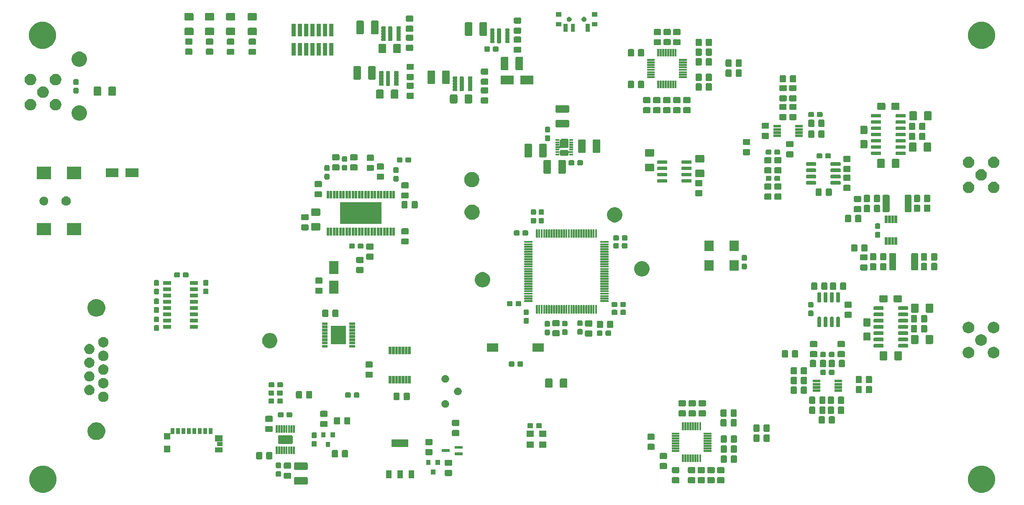
<source format=gbr>
G04 #@! TF.GenerationSoftware,KiCad,Pcbnew,(5.1.2)-1*
G04 #@! TF.CreationDate,2020-05-07T10:56:56-05:00*
G04 #@! TF.ProjectId,EMI_sensor_control_Rev2.0,454d495f-7365-46e7-936f-725f636f6e74,rev?*
G04 #@! TF.SameCoordinates,Original*
G04 #@! TF.FileFunction,Soldermask,Top*
G04 #@! TF.FilePolarity,Negative*
%FSLAX46Y46*%
G04 Gerber Fmt 4.6, Leading zero omitted, Abs format (unit mm)*
G04 Created by KiCad (PCBNEW (5.1.2)-1) date 2020-05-07 10:56:56*
%MOMM*%
%LPD*%
G04 APERTURE LIST*
%ADD10C,0.100000*%
G04 APERTURE END LIST*
D10*
G36*
X241530937Y-144420719D02*
G01*
X242031587Y-144628095D01*
X242219274Y-144753504D01*
X242482162Y-144929160D01*
X242865340Y-145312338D01*
X242959541Y-145453320D01*
X243166405Y-145762913D01*
X243373781Y-146263563D01*
X243479500Y-146795050D01*
X243479500Y-147336950D01*
X243373781Y-147868437D01*
X243166405Y-148369087D01*
X243166404Y-148369088D01*
X242865340Y-148819662D01*
X242482162Y-149202840D01*
X242329824Y-149304629D01*
X242031587Y-149503905D01*
X241530937Y-149711281D01*
X240999450Y-149817000D01*
X240457550Y-149817000D01*
X239926063Y-149711281D01*
X239425413Y-149503905D01*
X239127176Y-149304629D01*
X238974838Y-149202840D01*
X238591660Y-148819662D01*
X238290596Y-148369088D01*
X238290595Y-148369087D01*
X238083219Y-147868437D01*
X237977500Y-147336950D01*
X237977500Y-146795050D01*
X238083219Y-146263563D01*
X238290595Y-145762913D01*
X238497459Y-145453320D01*
X238591660Y-145312338D01*
X238974838Y-144929160D01*
X239237726Y-144753504D01*
X239425413Y-144628095D01*
X239926063Y-144420719D01*
X240457550Y-144315000D01*
X240999450Y-144315000D01*
X241530937Y-144420719D01*
X241530937Y-144420719D01*
G37*
G36*
X51538937Y-144420719D02*
G01*
X52039587Y-144628095D01*
X52227274Y-144753504D01*
X52490162Y-144929160D01*
X52873340Y-145312338D01*
X52967541Y-145453320D01*
X53174405Y-145762913D01*
X53381781Y-146263563D01*
X53487500Y-146795050D01*
X53487500Y-147336950D01*
X53381781Y-147868437D01*
X53174405Y-148369087D01*
X53174404Y-148369088D01*
X52873340Y-148819662D01*
X52490162Y-149202840D01*
X52337824Y-149304629D01*
X52039587Y-149503905D01*
X51538937Y-149711281D01*
X51007450Y-149817000D01*
X50465550Y-149817000D01*
X49934063Y-149711281D01*
X49433413Y-149503905D01*
X49135176Y-149304629D01*
X48982838Y-149202840D01*
X48599660Y-148819662D01*
X48298596Y-148369088D01*
X48298595Y-148369087D01*
X48091219Y-147868437D01*
X47985500Y-147336950D01*
X47985500Y-146795050D01*
X48091219Y-146263563D01*
X48298595Y-145762913D01*
X48505459Y-145453320D01*
X48599660Y-145312338D01*
X48982838Y-144929160D01*
X49245726Y-144753504D01*
X49433413Y-144628095D01*
X49934063Y-144420719D01*
X50465550Y-144315000D01*
X51007450Y-144315000D01*
X51538937Y-144420719D01*
X51538937Y-144420719D01*
G37*
G36*
X104155151Y-146640704D02*
G01*
X104199955Y-146654295D01*
X104241243Y-146676364D01*
X104277434Y-146706066D01*
X104307136Y-146742257D01*
X104329205Y-146783545D01*
X104342796Y-146828349D01*
X104347600Y-146877126D01*
X104347600Y-147921674D01*
X104342796Y-147970451D01*
X104329205Y-148015255D01*
X104307136Y-148056543D01*
X104277434Y-148092734D01*
X104241243Y-148122436D01*
X104199955Y-148144505D01*
X104155151Y-148158096D01*
X104106374Y-148162900D01*
X101836826Y-148162900D01*
X101788049Y-148158096D01*
X101743245Y-148144505D01*
X101701957Y-148122436D01*
X101665766Y-148092734D01*
X101636064Y-148056543D01*
X101613995Y-148015255D01*
X101600404Y-147970451D01*
X101595600Y-147921674D01*
X101595600Y-146877126D01*
X101600404Y-146828349D01*
X101613995Y-146783545D01*
X101636064Y-146742257D01*
X101665766Y-146706066D01*
X101701957Y-146676364D01*
X101743245Y-146654295D01*
X101788049Y-146640704D01*
X101836826Y-146635900D01*
X104106374Y-146635900D01*
X104155151Y-146640704D01*
X104155151Y-146640704D01*
G37*
G36*
X188512106Y-146657158D02*
G01*
X188558408Y-146671204D01*
X188601088Y-146694016D01*
X188638489Y-146724711D01*
X188669184Y-146762112D01*
X188691996Y-146804792D01*
X188706042Y-146851094D01*
X188711000Y-146901434D01*
X188711000Y-147654966D01*
X188706042Y-147705306D01*
X188691996Y-147751608D01*
X188669184Y-147794288D01*
X188638489Y-147831689D01*
X188601088Y-147862384D01*
X188558408Y-147885196D01*
X188512106Y-147899242D01*
X188461766Y-147904200D01*
X187458234Y-147904200D01*
X187407894Y-147899242D01*
X187361592Y-147885196D01*
X187318912Y-147862384D01*
X187281511Y-147831689D01*
X187250816Y-147794288D01*
X187228004Y-147751608D01*
X187213958Y-147705306D01*
X187209000Y-147654966D01*
X187209000Y-146901434D01*
X187213958Y-146851094D01*
X187228004Y-146804792D01*
X187250816Y-146762112D01*
X187281511Y-146724711D01*
X187318912Y-146694016D01*
X187361592Y-146671204D01*
X187407894Y-146657158D01*
X187458234Y-146652200D01*
X188461766Y-146652200D01*
X188512106Y-146657158D01*
X188512106Y-146657158D01*
G37*
G36*
X182606606Y-146653458D02*
G01*
X182652908Y-146667504D01*
X182695588Y-146690316D01*
X182732989Y-146721011D01*
X182763684Y-146758412D01*
X182786496Y-146801092D01*
X182800542Y-146847394D01*
X182805500Y-146897734D01*
X182805500Y-147651266D01*
X182800542Y-147701606D01*
X182786496Y-147747908D01*
X182763684Y-147790588D01*
X182732989Y-147827989D01*
X182695588Y-147858684D01*
X182652908Y-147881496D01*
X182606606Y-147895542D01*
X182556266Y-147900500D01*
X181552734Y-147900500D01*
X181502394Y-147895542D01*
X181456092Y-147881496D01*
X181413412Y-147858684D01*
X181376011Y-147827989D01*
X181345316Y-147790588D01*
X181322504Y-147747908D01*
X181308458Y-147701606D01*
X181303500Y-147651266D01*
X181303500Y-146897734D01*
X181308458Y-146847394D01*
X181322504Y-146801092D01*
X181345316Y-146758412D01*
X181376011Y-146721011D01*
X181413412Y-146690316D01*
X181456092Y-146667504D01*
X181502394Y-146653458D01*
X181552734Y-146648500D01*
X182556266Y-146648500D01*
X182606606Y-146653458D01*
X182606606Y-146653458D01*
G37*
G36*
X179368106Y-146653458D02*
G01*
X179414408Y-146667504D01*
X179457088Y-146690316D01*
X179494489Y-146721011D01*
X179525184Y-146758412D01*
X179547996Y-146801092D01*
X179562042Y-146847394D01*
X179567000Y-146897734D01*
X179567000Y-147651266D01*
X179562042Y-147701606D01*
X179547996Y-147747908D01*
X179525184Y-147790588D01*
X179494489Y-147827989D01*
X179457088Y-147858684D01*
X179414408Y-147881496D01*
X179368106Y-147895542D01*
X179317766Y-147900500D01*
X178314234Y-147900500D01*
X178263894Y-147895542D01*
X178217592Y-147881496D01*
X178174912Y-147858684D01*
X178137511Y-147827989D01*
X178106816Y-147790588D01*
X178084004Y-147747908D01*
X178069958Y-147701606D01*
X178065000Y-147651266D01*
X178065000Y-146897734D01*
X178069958Y-146847394D01*
X178084004Y-146801092D01*
X178106816Y-146758412D01*
X178137511Y-146721011D01*
X178174912Y-146690316D01*
X178217592Y-146667504D01*
X178263894Y-146653458D01*
X178314234Y-146648500D01*
X179317766Y-146648500D01*
X179368106Y-146653458D01*
X179368106Y-146653458D01*
G37*
G36*
X186543606Y-146653458D02*
G01*
X186589908Y-146667504D01*
X186632588Y-146690316D01*
X186669989Y-146721011D01*
X186700684Y-146758412D01*
X186723496Y-146801092D01*
X186737542Y-146847394D01*
X186742500Y-146897734D01*
X186742500Y-147651266D01*
X186737542Y-147701606D01*
X186723496Y-147747908D01*
X186700684Y-147790588D01*
X186669989Y-147827989D01*
X186632588Y-147858684D01*
X186589908Y-147881496D01*
X186543606Y-147895542D01*
X186493266Y-147900500D01*
X185489734Y-147900500D01*
X185439394Y-147895542D01*
X185393092Y-147881496D01*
X185350412Y-147858684D01*
X185313011Y-147827989D01*
X185282316Y-147790588D01*
X185259504Y-147747908D01*
X185245458Y-147701606D01*
X185240500Y-147651266D01*
X185240500Y-146897734D01*
X185245458Y-146847394D01*
X185259504Y-146801092D01*
X185282316Y-146758412D01*
X185313011Y-146721011D01*
X185350412Y-146690316D01*
X185393092Y-146667504D01*
X185439394Y-146653458D01*
X185489734Y-146648500D01*
X186493266Y-146648500D01*
X186543606Y-146653458D01*
X186543606Y-146653458D01*
G37*
G36*
X184575106Y-146653458D02*
G01*
X184621408Y-146667504D01*
X184664088Y-146690316D01*
X184701489Y-146721011D01*
X184732184Y-146758412D01*
X184754996Y-146801092D01*
X184769042Y-146847394D01*
X184774000Y-146897734D01*
X184774000Y-147651266D01*
X184769042Y-147701606D01*
X184754996Y-147747908D01*
X184732184Y-147790588D01*
X184701489Y-147827989D01*
X184664088Y-147858684D01*
X184621408Y-147881496D01*
X184575106Y-147895542D01*
X184524766Y-147900500D01*
X183521234Y-147900500D01*
X183470894Y-147895542D01*
X183424592Y-147881496D01*
X183381912Y-147858684D01*
X183344511Y-147827989D01*
X183313816Y-147790588D01*
X183291004Y-147747908D01*
X183276958Y-147701606D01*
X183272000Y-147651266D01*
X183272000Y-146897734D01*
X183276958Y-146847394D01*
X183291004Y-146801092D01*
X183313816Y-146758412D01*
X183344511Y-146721011D01*
X183381912Y-146690316D01*
X183424592Y-146667504D01*
X183470894Y-146653458D01*
X183521234Y-146648500D01*
X184524766Y-146648500D01*
X184575106Y-146653458D01*
X184575106Y-146653458D01*
G37*
G36*
X100818606Y-145751758D02*
G01*
X100864908Y-145765804D01*
X100907588Y-145788616D01*
X100944989Y-145819311D01*
X100975684Y-145856712D01*
X100998496Y-145899392D01*
X101012542Y-145945694D01*
X101017500Y-145996034D01*
X101017500Y-146749566D01*
X101012542Y-146799906D01*
X100998496Y-146846208D01*
X100975684Y-146888888D01*
X100944989Y-146926289D01*
X100907588Y-146956984D01*
X100864908Y-146979796D01*
X100818606Y-146993842D01*
X100768266Y-146998800D01*
X99764734Y-146998800D01*
X99714394Y-146993842D01*
X99668092Y-146979796D01*
X99625412Y-146956984D01*
X99588011Y-146926289D01*
X99557316Y-146888888D01*
X99534504Y-146846208D01*
X99520458Y-146799906D01*
X99515500Y-146749566D01*
X99515500Y-145996034D01*
X99520458Y-145945694D01*
X99534504Y-145899392D01*
X99557316Y-145856712D01*
X99588011Y-145819311D01*
X99625412Y-145788616D01*
X99668092Y-145765804D01*
X99714394Y-145751758D01*
X99764734Y-145746800D01*
X100768266Y-145746800D01*
X100818606Y-145751758D01*
X100818606Y-145751758D01*
G37*
G36*
X123601300Y-146876800D02*
G01*
X122499300Y-146876800D01*
X122499300Y-145274800D01*
X123601300Y-145274800D01*
X123601300Y-146876800D01*
X123601300Y-146876800D01*
G37*
G36*
X125887300Y-146876800D02*
G01*
X124785300Y-146876800D01*
X124785300Y-145274800D01*
X125887300Y-145274800D01*
X125887300Y-146876800D01*
X125887300Y-146876800D01*
G37*
G36*
X121315300Y-146876800D02*
G01*
X120213300Y-146876800D01*
X120213300Y-145274800D01*
X121315300Y-145274800D01*
X121315300Y-146876800D01*
X121315300Y-146876800D01*
G37*
G36*
X98757155Y-145438137D02*
G01*
X98802285Y-145451827D01*
X98843870Y-145474055D01*
X98880327Y-145503973D01*
X98910245Y-145540430D01*
X98932473Y-145582015D01*
X98946163Y-145627145D01*
X98951000Y-145676258D01*
X98951000Y-146342342D01*
X98946163Y-146391455D01*
X98932473Y-146436585D01*
X98910245Y-146478170D01*
X98880327Y-146514627D01*
X98843870Y-146544545D01*
X98802285Y-146566773D01*
X98757155Y-146580463D01*
X98708042Y-146585300D01*
X98141958Y-146585300D01*
X98092845Y-146580463D01*
X98047715Y-146566773D01*
X98006130Y-146544545D01*
X97969673Y-146514627D01*
X97939755Y-146478170D01*
X97917527Y-146436585D01*
X97903837Y-146391455D01*
X97899000Y-146342342D01*
X97899000Y-145676258D01*
X97903837Y-145627145D01*
X97917527Y-145582015D01*
X97939755Y-145540430D01*
X97969673Y-145503973D01*
X98006130Y-145474055D01*
X98047715Y-145451827D01*
X98092845Y-145438137D01*
X98141958Y-145433300D01*
X98708042Y-145433300D01*
X98757155Y-145438137D01*
X98757155Y-145438137D01*
G37*
G36*
X133381406Y-145180258D02*
G01*
X133427708Y-145194304D01*
X133470388Y-145217116D01*
X133507789Y-145247811D01*
X133538484Y-145285212D01*
X133561296Y-145327892D01*
X133575342Y-145374194D01*
X133580300Y-145424534D01*
X133580300Y-146178066D01*
X133575342Y-146228406D01*
X133561296Y-146274708D01*
X133538484Y-146317388D01*
X133507789Y-146354789D01*
X133470388Y-146385484D01*
X133427708Y-146408296D01*
X133381406Y-146422342D01*
X133331066Y-146427300D01*
X132327534Y-146427300D01*
X132277194Y-146422342D01*
X132230892Y-146408296D01*
X132188212Y-146385484D01*
X132150811Y-146354789D01*
X132120116Y-146317388D01*
X132097304Y-146274708D01*
X132083258Y-146228406D01*
X132078300Y-146178066D01*
X132078300Y-145424534D01*
X132083258Y-145374194D01*
X132097304Y-145327892D01*
X132120116Y-145285212D01*
X132150811Y-145247811D01*
X132188212Y-145217116D01*
X132230892Y-145194304D01*
X132277194Y-145180258D01*
X132327534Y-145175300D01*
X133331066Y-145175300D01*
X133381406Y-145180258D01*
X133381406Y-145180258D01*
G37*
G36*
X130168800Y-146141300D02*
G01*
X129266800Y-146141300D01*
X129266800Y-145139300D01*
X130168800Y-145139300D01*
X130168800Y-146141300D01*
X130168800Y-146141300D01*
G37*
G36*
X188512106Y-144607158D02*
G01*
X188558408Y-144621204D01*
X188601088Y-144644016D01*
X188638489Y-144674711D01*
X188669184Y-144712112D01*
X188691996Y-144754792D01*
X188706042Y-144801094D01*
X188711000Y-144851434D01*
X188711000Y-145604966D01*
X188706042Y-145655306D01*
X188691996Y-145701608D01*
X188669184Y-145744288D01*
X188638489Y-145781689D01*
X188601088Y-145812384D01*
X188558408Y-145835196D01*
X188512106Y-145849242D01*
X188461766Y-145854200D01*
X187458234Y-145854200D01*
X187407894Y-145849242D01*
X187361592Y-145835196D01*
X187318912Y-145812384D01*
X187281511Y-145781689D01*
X187250816Y-145744288D01*
X187228004Y-145701608D01*
X187213958Y-145655306D01*
X187209000Y-145604966D01*
X187209000Y-144851434D01*
X187213958Y-144801094D01*
X187228004Y-144754792D01*
X187250816Y-144712112D01*
X187281511Y-144674711D01*
X187318912Y-144644016D01*
X187361592Y-144621204D01*
X187407894Y-144607158D01*
X187458234Y-144602200D01*
X188461766Y-144602200D01*
X188512106Y-144607158D01*
X188512106Y-144607158D01*
G37*
G36*
X184575106Y-144603458D02*
G01*
X184621408Y-144617504D01*
X184664088Y-144640316D01*
X184701489Y-144671011D01*
X184732184Y-144708412D01*
X184754996Y-144751092D01*
X184769042Y-144797394D01*
X184774000Y-144847734D01*
X184774000Y-145601266D01*
X184769042Y-145651606D01*
X184754996Y-145697908D01*
X184732184Y-145740588D01*
X184701489Y-145777989D01*
X184664088Y-145808684D01*
X184621408Y-145831496D01*
X184575106Y-145845542D01*
X184524766Y-145850500D01*
X183521234Y-145850500D01*
X183470894Y-145845542D01*
X183424592Y-145831496D01*
X183381912Y-145808684D01*
X183344511Y-145777989D01*
X183313816Y-145740588D01*
X183291004Y-145697908D01*
X183276958Y-145651606D01*
X183272000Y-145601266D01*
X183272000Y-144847734D01*
X183276958Y-144797394D01*
X183291004Y-144751092D01*
X183313816Y-144708412D01*
X183344511Y-144671011D01*
X183381912Y-144640316D01*
X183424592Y-144617504D01*
X183470894Y-144603458D01*
X183521234Y-144598500D01*
X184524766Y-144598500D01*
X184575106Y-144603458D01*
X184575106Y-144603458D01*
G37*
G36*
X186543606Y-144603458D02*
G01*
X186589908Y-144617504D01*
X186632588Y-144640316D01*
X186669989Y-144671011D01*
X186700684Y-144708412D01*
X186723496Y-144751092D01*
X186737542Y-144797394D01*
X186742500Y-144847734D01*
X186742500Y-145601266D01*
X186737542Y-145651606D01*
X186723496Y-145697908D01*
X186700684Y-145740588D01*
X186669989Y-145777989D01*
X186632588Y-145808684D01*
X186589908Y-145831496D01*
X186543606Y-145845542D01*
X186493266Y-145850500D01*
X185489734Y-145850500D01*
X185439394Y-145845542D01*
X185393092Y-145831496D01*
X185350412Y-145808684D01*
X185313011Y-145777989D01*
X185282316Y-145740588D01*
X185259504Y-145697908D01*
X185245458Y-145651606D01*
X185240500Y-145601266D01*
X185240500Y-144847734D01*
X185245458Y-144797394D01*
X185259504Y-144751092D01*
X185282316Y-144708412D01*
X185313011Y-144671011D01*
X185350412Y-144640316D01*
X185393092Y-144617504D01*
X185439394Y-144603458D01*
X185489734Y-144598500D01*
X186493266Y-144598500D01*
X186543606Y-144603458D01*
X186543606Y-144603458D01*
G37*
G36*
X182606606Y-144603458D02*
G01*
X182652908Y-144617504D01*
X182695588Y-144640316D01*
X182732989Y-144671011D01*
X182763684Y-144708412D01*
X182786496Y-144751092D01*
X182800542Y-144797394D01*
X182805500Y-144847734D01*
X182805500Y-145601266D01*
X182800542Y-145651606D01*
X182786496Y-145697908D01*
X182763684Y-145740588D01*
X182732989Y-145777989D01*
X182695588Y-145808684D01*
X182652908Y-145831496D01*
X182606606Y-145845542D01*
X182556266Y-145850500D01*
X181552734Y-145850500D01*
X181502394Y-145845542D01*
X181456092Y-145831496D01*
X181413412Y-145808684D01*
X181376011Y-145777989D01*
X181345316Y-145740588D01*
X181322504Y-145697908D01*
X181308458Y-145651606D01*
X181303500Y-145601266D01*
X181303500Y-144847734D01*
X181308458Y-144797394D01*
X181322504Y-144751092D01*
X181345316Y-144708412D01*
X181376011Y-144671011D01*
X181413412Y-144640316D01*
X181456092Y-144617504D01*
X181502394Y-144603458D01*
X181552734Y-144598500D01*
X182556266Y-144598500D01*
X182606606Y-144603458D01*
X182606606Y-144603458D01*
G37*
G36*
X179368106Y-144603458D02*
G01*
X179414408Y-144617504D01*
X179457088Y-144640316D01*
X179494489Y-144671011D01*
X179525184Y-144708412D01*
X179547996Y-144751092D01*
X179562042Y-144797394D01*
X179567000Y-144847734D01*
X179567000Y-145601266D01*
X179562042Y-145651606D01*
X179547996Y-145697908D01*
X179525184Y-145740588D01*
X179494489Y-145777989D01*
X179457088Y-145808684D01*
X179414408Y-145831496D01*
X179368106Y-145845542D01*
X179317766Y-145850500D01*
X178314234Y-145850500D01*
X178263894Y-145845542D01*
X178217592Y-145831496D01*
X178174912Y-145808684D01*
X178137511Y-145777989D01*
X178106816Y-145740588D01*
X178084004Y-145697908D01*
X178069958Y-145651606D01*
X178065000Y-145601266D01*
X178065000Y-144847734D01*
X178069958Y-144797394D01*
X178084004Y-144751092D01*
X178106816Y-144708412D01*
X178137511Y-144671011D01*
X178174912Y-144640316D01*
X178217592Y-144617504D01*
X178263894Y-144603458D01*
X178314234Y-144598500D01*
X179317766Y-144598500D01*
X179368106Y-144603458D01*
X179368106Y-144603458D01*
G37*
G36*
X104155151Y-143665704D02*
G01*
X104199955Y-143679295D01*
X104241243Y-143701364D01*
X104277434Y-143731066D01*
X104307136Y-143767257D01*
X104329205Y-143808545D01*
X104342796Y-143853349D01*
X104347600Y-143902126D01*
X104347600Y-144946674D01*
X104342796Y-144995451D01*
X104329205Y-145040255D01*
X104307136Y-145081543D01*
X104277434Y-145117734D01*
X104241243Y-145147436D01*
X104199955Y-145169505D01*
X104155151Y-145183096D01*
X104106374Y-145187900D01*
X101836826Y-145187900D01*
X101788049Y-145183096D01*
X101743245Y-145169505D01*
X101701957Y-145147436D01*
X101665766Y-145117734D01*
X101636064Y-145081543D01*
X101613995Y-145040255D01*
X101600404Y-144995451D01*
X101595600Y-144946674D01*
X101595600Y-143902126D01*
X101600404Y-143853349D01*
X101613995Y-143808545D01*
X101636064Y-143767257D01*
X101665766Y-143731066D01*
X101701957Y-143701364D01*
X101743245Y-143679295D01*
X101788049Y-143665704D01*
X101836826Y-143660900D01*
X104106374Y-143660900D01*
X104155151Y-143665704D01*
X104155151Y-143665704D01*
G37*
G36*
X176891606Y-143795958D02*
G01*
X176937908Y-143810004D01*
X176980588Y-143832816D01*
X177017989Y-143863511D01*
X177048684Y-143900912D01*
X177071496Y-143943592D01*
X177085542Y-143989894D01*
X177090500Y-144040234D01*
X177090500Y-144793766D01*
X177085542Y-144844106D01*
X177071496Y-144890408D01*
X177048684Y-144933088D01*
X177017989Y-144970489D01*
X176980588Y-145001184D01*
X176937908Y-145023996D01*
X176891606Y-145038042D01*
X176841266Y-145043000D01*
X175837734Y-145043000D01*
X175787394Y-145038042D01*
X175741092Y-145023996D01*
X175698412Y-145001184D01*
X175661011Y-144970489D01*
X175630316Y-144933088D01*
X175607504Y-144890408D01*
X175593458Y-144844106D01*
X175588500Y-144793766D01*
X175588500Y-144040234D01*
X175593458Y-143989894D01*
X175607504Y-143943592D01*
X175630316Y-143900912D01*
X175661011Y-143863511D01*
X175698412Y-143832816D01*
X175741092Y-143810004D01*
X175787394Y-143795958D01*
X175837734Y-143791000D01*
X176841266Y-143791000D01*
X176891606Y-143795958D01*
X176891606Y-143795958D01*
G37*
G36*
X100818606Y-143701758D02*
G01*
X100864908Y-143715804D01*
X100907588Y-143738616D01*
X100944989Y-143769311D01*
X100975684Y-143806712D01*
X100998496Y-143849392D01*
X101012542Y-143895694D01*
X101017500Y-143946034D01*
X101017500Y-144699566D01*
X101012542Y-144749906D01*
X100998496Y-144796208D01*
X100975684Y-144838888D01*
X100944989Y-144876289D01*
X100907588Y-144906984D01*
X100864908Y-144929796D01*
X100818606Y-144943842D01*
X100768266Y-144948800D01*
X99764734Y-144948800D01*
X99714394Y-144943842D01*
X99668092Y-144929796D01*
X99625412Y-144906984D01*
X99588011Y-144876289D01*
X99557316Y-144838888D01*
X99534504Y-144796208D01*
X99520458Y-144749906D01*
X99515500Y-144699566D01*
X99515500Y-143946034D01*
X99520458Y-143895694D01*
X99534504Y-143849392D01*
X99557316Y-143806712D01*
X99588011Y-143769311D01*
X99625412Y-143738616D01*
X99668092Y-143715804D01*
X99714394Y-143701758D01*
X99764734Y-143696800D01*
X100768266Y-143696800D01*
X100818606Y-143701758D01*
X100818606Y-143701758D01*
G37*
G36*
X98757155Y-143688137D02*
G01*
X98802285Y-143701827D01*
X98843870Y-143724055D01*
X98880327Y-143753973D01*
X98910245Y-143790430D01*
X98932473Y-143832015D01*
X98946163Y-143877145D01*
X98951000Y-143926258D01*
X98951000Y-144592342D01*
X98946163Y-144641455D01*
X98932473Y-144686585D01*
X98910245Y-144728170D01*
X98880327Y-144764627D01*
X98843870Y-144794545D01*
X98802285Y-144816773D01*
X98757155Y-144830463D01*
X98708042Y-144835300D01*
X98141958Y-144835300D01*
X98092845Y-144830463D01*
X98047715Y-144816773D01*
X98006130Y-144794545D01*
X97969673Y-144764627D01*
X97939755Y-144728170D01*
X97917527Y-144686585D01*
X97903837Y-144641455D01*
X97899000Y-144592342D01*
X97899000Y-143926258D01*
X97903837Y-143877145D01*
X97917527Y-143832015D01*
X97939755Y-143790430D01*
X97969673Y-143753973D01*
X98006130Y-143724055D01*
X98047715Y-143701827D01*
X98092845Y-143688137D01*
X98141958Y-143683300D01*
X98708042Y-143683300D01*
X98757155Y-143688137D01*
X98757155Y-143688137D01*
G37*
G36*
X133381406Y-143130258D02*
G01*
X133427708Y-143144304D01*
X133470388Y-143167116D01*
X133507789Y-143197811D01*
X133538484Y-143235212D01*
X133561296Y-143277892D01*
X133575342Y-143324194D01*
X133580300Y-143374534D01*
X133580300Y-144128066D01*
X133575342Y-144178406D01*
X133561296Y-144224708D01*
X133538484Y-144267388D01*
X133507789Y-144304789D01*
X133470388Y-144335484D01*
X133427708Y-144358296D01*
X133381406Y-144372342D01*
X133331066Y-144377300D01*
X132327534Y-144377300D01*
X132277194Y-144372342D01*
X132230892Y-144358296D01*
X132188212Y-144335484D01*
X132150811Y-144304789D01*
X132120116Y-144267388D01*
X132097304Y-144224708D01*
X132083258Y-144178406D01*
X132078300Y-144128066D01*
X132078300Y-143374534D01*
X132083258Y-143324194D01*
X132097304Y-143277892D01*
X132120116Y-143235212D01*
X132150811Y-143197811D01*
X132188212Y-143167116D01*
X132230892Y-143144304D01*
X132277194Y-143130258D01*
X132327534Y-143125300D01*
X133331066Y-143125300D01*
X133381406Y-143130258D01*
X133381406Y-143130258D01*
G37*
G36*
X129218800Y-144141300D02*
G01*
X128316800Y-144141300D01*
X128316800Y-143139300D01*
X129218800Y-143139300D01*
X129218800Y-144141300D01*
X129218800Y-144141300D01*
G37*
G36*
X131118800Y-144141300D02*
G01*
X130216800Y-144141300D01*
X130216800Y-143139300D01*
X131118800Y-143139300D01*
X131118800Y-144141300D01*
X131118800Y-144141300D01*
G37*
G36*
X191034006Y-142255958D02*
G01*
X191080308Y-142270004D01*
X191122988Y-142292816D01*
X191160389Y-142323511D01*
X191191084Y-142360912D01*
X191213896Y-142403592D01*
X191227942Y-142449894D01*
X191232900Y-142500234D01*
X191232900Y-143503766D01*
X191227942Y-143554106D01*
X191213896Y-143600408D01*
X191191084Y-143643088D01*
X191160389Y-143680489D01*
X191122988Y-143711184D01*
X191080308Y-143733996D01*
X191034006Y-143748042D01*
X190983666Y-143753000D01*
X190230134Y-143753000D01*
X190179794Y-143748042D01*
X190133492Y-143733996D01*
X190090812Y-143711184D01*
X190053411Y-143680489D01*
X190022716Y-143643088D01*
X189999904Y-143600408D01*
X189985858Y-143554106D01*
X189980900Y-143503766D01*
X189980900Y-142500234D01*
X189985858Y-142449894D01*
X189999904Y-142403592D01*
X190022716Y-142360912D01*
X190053411Y-142323511D01*
X190090812Y-142292816D01*
X190133492Y-142270004D01*
X190179794Y-142255958D01*
X190230134Y-142251000D01*
X190983666Y-142251000D01*
X191034006Y-142255958D01*
X191034006Y-142255958D01*
G37*
G36*
X188984006Y-142255958D02*
G01*
X189030308Y-142270004D01*
X189072988Y-142292816D01*
X189110389Y-142323511D01*
X189141084Y-142360912D01*
X189163896Y-142403592D01*
X189177942Y-142449894D01*
X189182900Y-142500234D01*
X189182900Y-143503766D01*
X189177942Y-143554106D01*
X189163896Y-143600408D01*
X189141084Y-143643088D01*
X189110389Y-143680489D01*
X189072988Y-143711184D01*
X189030308Y-143733996D01*
X188984006Y-143748042D01*
X188933666Y-143753000D01*
X188180134Y-143753000D01*
X188129794Y-143748042D01*
X188083492Y-143733996D01*
X188040812Y-143711184D01*
X188003411Y-143680489D01*
X187972716Y-143643088D01*
X187949904Y-143600408D01*
X187935858Y-143554106D01*
X187930900Y-143503766D01*
X187930900Y-142500234D01*
X187935858Y-142449894D01*
X187949904Y-142403592D01*
X187972716Y-142360912D01*
X188003411Y-142323511D01*
X188040812Y-142292816D01*
X188083492Y-142270004D01*
X188129794Y-142255958D01*
X188180134Y-142251000D01*
X188933666Y-142251000D01*
X188984006Y-142255958D01*
X188984006Y-142255958D01*
G37*
G36*
X180505500Y-143574000D02*
G01*
X180103500Y-143574000D01*
X180103500Y-142022000D01*
X180505500Y-142022000D01*
X180505500Y-143574000D01*
X180505500Y-143574000D01*
G37*
G36*
X181005500Y-143574000D02*
G01*
X180603500Y-143574000D01*
X180603500Y-142022000D01*
X181005500Y-142022000D01*
X181005500Y-143574000D01*
X181005500Y-143574000D01*
G37*
G36*
X181505500Y-143574000D02*
G01*
X181103500Y-143574000D01*
X181103500Y-142022000D01*
X181505500Y-142022000D01*
X181505500Y-143574000D01*
X181505500Y-143574000D01*
G37*
G36*
X182005500Y-143574000D02*
G01*
X181603500Y-143574000D01*
X181603500Y-142022000D01*
X182005500Y-142022000D01*
X182005500Y-143574000D01*
X182005500Y-143574000D01*
G37*
G36*
X183005500Y-143574000D02*
G01*
X182603500Y-143574000D01*
X182603500Y-142022000D01*
X183005500Y-142022000D01*
X183005500Y-143574000D01*
X183005500Y-143574000D01*
G37*
G36*
X183505500Y-143574000D02*
G01*
X183103500Y-143574000D01*
X183103500Y-142022000D01*
X183505500Y-142022000D01*
X183505500Y-143574000D01*
X183505500Y-143574000D01*
G37*
G36*
X184005500Y-143574000D02*
G01*
X183603500Y-143574000D01*
X183603500Y-142022000D01*
X184005500Y-142022000D01*
X184005500Y-143574000D01*
X184005500Y-143574000D01*
G37*
G36*
X182505500Y-143574000D02*
G01*
X182103500Y-143574000D01*
X182103500Y-142022000D01*
X182505500Y-142022000D01*
X182505500Y-143574000D01*
X182505500Y-143574000D01*
G37*
G36*
X97010606Y-141544758D02*
G01*
X97056908Y-141558804D01*
X97099588Y-141581616D01*
X97136989Y-141612311D01*
X97167684Y-141649712D01*
X97190496Y-141692392D01*
X97204542Y-141738694D01*
X97209500Y-141789034D01*
X97209500Y-142792566D01*
X97204542Y-142842906D01*
X97190496Y-142889208D01*
X97167684Y-142931888D01*
X97136989Y-142969289D01*
X97099588Y-142999984D01*
X97056908Y-143022796D01*
X97010606Y-143036842D01*
X96960266Y-143041800D01*
X96206734Y-143041800D01*
X96156394Y-143036842D01*
X96110092Y-143022796D01*
X96067412Y-142999984D01*
X96030011Y-142969289D01*
X95999316Y-142931888D01*
X95976504Y-142889208D01*
X95962458Y-142842906D01*
X95957500Y-142792566D01*
X95957500Y-141789034D01*
X95962458Y-141738694D01*
X95976504Y-141692392D01*
X95999316Y-141649712D01*
X96030011Y-141612311D01*
X96067412Y-141581616D01*
X96110092Y-141558804D01*
X96156394Y-141544758D01*
X96206734Y-141539800D01*
X96960266Y-141539800D01*
X97010606Y-141544758D01*
X97010606Y-141544758D01*
G37*
G36*
X94960606Y-141544758D02*
G01*
X95006908Y-141558804D01*
X95049588Y-141581616D01*
X95086989Y-141612311D01*
X95117684Y-141649712D01*
X95140496Y-141692392D01*
X95154542Y-141738694D01*
X95159500Y-141789034D01*
X95159500Y-142792566D01*
X95154542Y-142842906D01*
X95140496Y-142889208D01*
X95117684Y-142931888D01*
X95086989Y-142969289D01*
X95049588Y-142999984D01*
X95006908Y-143022796D01*
X94960606Y-143036842D01*
X94910266Y-143041800D01*
X94156734Y-143041800D01*
X94106394Y-143036842D01*
X94060092Y-143022796D01*
X94017412Y-142999984D01*
X93980011Y-142969289D01*
X93949316Y-142931888D01*
X93926504Y-142889208D01*
X93912458Y-142842906D01*
X93907500Y-142792566D01*
X93907500Y-141789034D01*
X93912458Y-141738694D01*
X93926504Y-141692392D01*
X93949316Y-141649712D01*
X93980011Y-141612311D01*
X94017412Y-141581616D01*
X94060092Y-141558804D01*
X94106394Y-141544758D01*
X94156734Y-141539800D01*
X94910266Y-141539800D01*
X94960606Y-141544758D01*
X94960606Y-141544758D01*
G37*
G36*
X176891606Y-141745958D02*
G01*
X176937908Y-141760004D01*
X176980588Y-141782816D01*
X177017989Y-141813511D01*
X177048684Y-141850912D01*
X177071496Y-141893592D01*
X177085542Y-141939894D01*
X177090500Y-141990234D01*
X177090500Y-142743766D01*
X177085542Y-142794106D01*
X177071496Y-142840408D01*
X177048684Y-142883088D01*
X177017989Y-142920489D01*
X176980588Y-142951184D01*
X176937908Y-142973996D01*
X176891606Y-142988042D01*
X176841266Y-142993000D01*
X175837734Y-142993000D01*
X175787394Y-142988042D01*
X175741092Y-142973996D01*
X175698412Y-142951184D01*
X175661011Y-142920489D01*
X175630316Y-142883088D01*
X175607504Y-142840408D01*
X175593458Y-142794106D01*
X175588500Y-142743766D01*
X175588500Y-141990234D01*
X175593458Y-141939894D01*
X175607504Y-141893592D01*
X175630316Y-141850912D01*
X175661011Y-141813511D01*
X175698412Y-141782816D01*
X175741092Y-141760004D01*
X175787394Y-141745958D01*
X175837734Y-141741000D01*
X176841266Y-141741000D01*
X176891606Y-141745958D01*
X176891606Y-141745958D01*
G37*
G36*
X112332106Y-141163758D02*
G01*
X112378408Y-141177804D01*
X112421088Y-141200616D01*
X112458489Y-141231311D01*
X112489184Y-141268712D01*
X112511996Y-141311392D01*
X112526042Y-141357694D01*
X112531000Y-141408034D01*
X112531000Y-142411566D01*
X112526042Y-142461906D01*
X112511996Y-142508208D01*
X112489184Y-142550888D01*
X112458489Y-142588289D01*
X112421088Y-142618984D01*
X112378408Y-142641796D01*
X112332106Y-142655842D01*
X112281766Y-142660800D01*
X111528234Y-142660800D01*
X111477894Y-142655842D01*
X111431592Y-142641796D01*
X111388912Y-142618984D01*
X111351511Y-142588289D01*
X111320816Y-142550888D01*
X111298004Y-142508208D01*
X111283958Y-142461906D01*
X111279000Y-142411566D01*
X111279000Y-141408034D01*
X111283958Y-141357694D01*
X111298004Y-141311392D01*
X111320816Y-141268712D01*
X111351511Y-141231311D01*
X111388912Y-141200616D01*
X111431592Y-141177804D01*
X111477894Y-141163758D01*
X111528234Y-141158800D01*
X112281766Y-141158800D01*
X112332106Y-141163758D01*
X112332106Y-141163758D01*
G37*
G36*
X110282106Y-141163758D02*
G01*
X110328408Y-141177804D01*
X110371088Y-141200616D01*
X110408489Y-141231311D01*
X110439184Y-141268712D01*
X110461996Y-141311392D01*
X110476042Y-141357694D01*
X110481000Y-141408034D01*
X110481000Y-142411566D01*
X110476042Y-142461906D01*
X110461996Y-142508208D01*
X110439184Y-142550888D01*
X110408489Y-142588289D01*
X110371088Y-142618984D01*
X110328408Y-142641796D01*
X110282106Y-142655842D01*
X110231766Y-142660800D01*
X109478234Y-142660800D01*
X109427894Y-142655842D01*
X109381592Y-142641796D01*
X109338912Y-142618984D01*
X109301511Y-142588289D01*
X109270816Y-142550888D01*
X109248004Y-142508208D01*
X109233958Y-142461906D01*
X109229000Y-142411566D01*
X109229000Y-141408034D01*
X109233958Y-141357694D01*
X109248004Y-141311392D01*
X109270816Y-141268712D01*
X109301511Y-141231311D01*
X109338912Y-141200616D01*
X109381592Y-141177804D01*
X109427894Y-141163758D01*
X109478234Y-141158800D01*
X110231766Y-141158800D01*
X110282106Y-141163758D01*
X110282106Y-141163758D01*
G37*
G36*
X129444406Y-140971258D02*
G01*
X129490708Y-140985304D01*
X129533388Y-141008116D01*
X129570789Y-141038811D01*
X129601484Y-141076212D01*
X129624296Y-141118892D01*
X129638342Y-141165194D01*
X129643300Y-141215534D01*
X129643300Y-141969066D01*
X129638342Y-142019406D01*
X129624296Y-142065708D01*
X129601484Y-142108388D01*
X129570789Y-142145789D01*
X129533388Y-142176484D01*
X129490708Y-142199296D01*
X129444406Y-142213342D01*
X129394066Y-142218300D01*
X128390534Y-142218300D01*
X128340194Y-142213342D01*
X128293892Y-142199296D01*
X128251212Y-142176484D01*
X128213811Y-142145789D01*
X128183116Y-142108388D01*
X128160304Y-142065708D01*
X128146258Y-142019406D01*
X128141300Y-141969066D01*
X128141300Y-141215534D01*
X128146258Y-141165194D01*
X128160304Y-141118892D01*
X128183116Y-141076212D01*
X128213811Y-141038811D01*
X128251212Y-141008116D01*
X128293892Y-140985304D01*
X128340194Y-140971258D01*
X128390534Y-140966300D01*
X129394066Y-140966300D01*
X129444406Y-140971258D01*
X129444406Y-140971258D01*
G37*
G36*
X135722300Y-142200800D02*
G01*
X134120300Y-142200800D01*
X134120300Y-141648800D01*
X135722300Y-141648800D01*
X135722300Y-142200800D01*
X135722300Y-142200800D01*
G37*
G36*
X98709954Y-140428015D02*
G01*
X98724595Y-140432457D01*
X98738094Y-140439672D01*
X98749922Y-140449378D01*
X98759628Y-140461206D01*
X98766843Y-140474705D01*
X98771285Y-140489346D01*
X98773000Y-140506759D01*
X98773000Y-141897841D01*
X98771285Y-141915254D01*
X98766843Y-141929895D01*
X98759628Y-141943394D01*
X98749922Y-141955222D01*
X98738094Y-141964928D01*
X98724595Y-141972143D01*
X98709954Y-141976585D01*
X98692541Y-141978300D01*
X98451459Y-141978300D01*
X98434046Y-141976585D01*
X98419405Y-141972143D01*
X98405906Y-141964928D01*
X98394078Y-141955222D01*
X98384372Y-141943394D01*
X98377157Y-141929895D01*
X98372715Y-141915254D01*
X98371000Y-141897841D01*
X98371000Y-140506759D01*
X98372715Y-140489346D01*
X98377157Y-140474705D01*
X98384372Y-140461206D01*
X98394078Y-140449378D01*
X98405906Y-140439672D01*
X98419405Y-140432457D01*
X98434046Y-140428015D01*
X98451459Y-140426300D01*
X98692541Y-140426300D01*
X98709954Y-140428015D01*
X98709954Y-140428015D01*
G37*
G36*
X99709954Y-140428015D02*
G01*
X99724595Y-140432457D01*
X99738094Y-140439672D01*
X99749922Y-140449378D01*
X99759628Y-140461206D01*
X99766843Y-140474705D01*
X99771285Y-140489346D01*
X99773000Y-140506759D01*
X99773000Y-141897841D01*
X99771285Y-141915254D01*
X99766843Y-141929895D01*
X99759628Y-141943394D01*
X99749922Y-141955222D01*
X99738094Y-141964928D01*
X99724595Y-141972143D01*
X99709954Y-141976585D01*
X99692541Y-141978300D01*
X99451459Y-141978300D01*
X99434046Y-141976585D01*
X99419405Y-141972143D01*
X99405906Y-141964928D01*
X99394078Y-141955222D01*
X99384372Y-141943394D01*
X99377157Y-141929895D01*
X99372715Y-141915254D01*
X99371000Y-141897841D01*
X99371000Y-140506759D01*
X99372715Y-140489346D01*
X99377157Y-140474705D01*
X99384372Y-140461206D01*
X99394078Y-140449378D01*
X99405906Y-140439672D01*
X99419405Y-140432457D01*
X99434046Y-140428015D01*
X99451459Y-140426300D01*
X99692541Y-140426300D01*
X99709954Y-140428015D01*
X99709954Y-140428015D01*
G37*
G36*
X98209954Y-140428015D02*
G01*
X98224595Y-140432457D01*
X98238094Y-140439672D01*
X98249922Y-140449378D01*
X98259628Y-140461206D01*
X98266843Y-140474705D01*
X98271285Y-140489346D01*
X98273000Y-140506759D01*
X98273000Y-141897841D01*
X98271285Y-141915254D01*
X98266843Y-141929895D01*
X98259628Y-141943394D01*
X98249922Y-141955222D01*
X98238094Y-141964928D01*
X98224595Y-141972143D01*
X98209954Y-141976585D01*
X98192541Y-141978300D01*
X97951459Y-141978300D01*
X97934046Y-141976585D01*
X97919405Y-141972143D01*
X97905906Y-141964928D01*
X97894078Y-141955222D01*
X97884372Y-141943394D01*
X97877157Y-141929895D01*
X97872715Y-141915254D01*
X97871000Y-141897841D01*
X97871000Y-140506759D01*
X97872715Y-140489346D01*
X97877157Y-140474705D01*
X97884372Y-140461206D01*
X97894078Y-140449378D01*
X97905906Y-140439672D01*
X97919405Y-140432457D01*
X97934046Y-140428015D01*
X97951459Y-140426300D01*
X98192541Y-140426300D01*
X98209954Y-140428015D01*
X98209954Y-140428015D01*
G37*
G36*
X101709954Y-140428015D02*
G01*
X101724595Y-140432457D01*
X101738094Y-140439672D01*
X101749922Y-140449378D01*
X101759628Y-140461206D01*
X101766843Y-140474705D01*
X101771285Y-140489346D01*
X101773000Y-140506759D01*
X101773000Y-141897841D01*
X101771285Y-141915254D01*
X101766843Y-141929895D01*
X101759628Y-141943394D01*
X101749922Y-141955222D01*
X101738094Y-141964928D01*
X101724595Y-141972143D01*
X101709954Y-141976585D01*
X101692541Y-141978300D01*
X101451459Y-141978300D01*
X101434046Y-141976585D01*
X101419405Y-141972143D01*
X101405906Y-141964928D01*
X101394078Y-141955222D01*
X101384372Y-141943394D01*
X101377157Y-141929895D01*
X101372715Y-141915254D01*
X101371000Y-141897841D01*
X101371000Y-140506759D01*
X101372715Y-140489346D01*
X101377157Y-140474705D01*
X101384372Y-140461206D01*
X101394078Y-140449378D01*
X101405906Y-140439672D01*
X101419405Y-140432457D01*
X101434046Y-140428015D01*
X101451459Y-140426300D01*
X101692541Y-140426300D01*
X101709954Y-140428015D01*
X101709954Y-140428015D01*
G37*
G36*
X101209954Y-140428015D02*
G01*
X101224595Y-140432457D01*
X101238094Y-140439672D01*
X101249922Y-140449378D01*
X101259628Y-140461206D01*
X101266843Y-140474705D01*
X101271285Y-140489346D01*
X101273000Y-140506759D01*
X101273000Y-141897841D01*
X101271285Y-141915254D01*
X101266843Y-141929895D01*
X101259628Y-141943394D01*
X101249922Y-141955222D01*
X101238094Y-141964928D01*
X101224595Y-141972143D01*
X101209954Y-141976585D01*
X101192541Y-141978300D01*
X100951459Y-141978300D01*
X100934046Y-141976585D01*
X100919405Y-141972143D01*
X100905906Y-141964928D01*
X100894078Y-141955222D01*
X100884372Y-141943394D01*
X100877157Y-141929895D01*
X100872715Y-141915254D01*
X100871000Y-141897841D01*
X100871000Y-140506759D01*
X100872715Y-140489346D01*
X100877157Y-140474705D01*
X100884372Y-140461206D01*
X100894078Y-140449378D01*
X100905906Y-140439672D01*
X100919405Y-140432457D01*
X100934046Y-140428015D01*
X100951459Y-140426300D01*
X101192541Y-140426300D01*
X101209954Y-140428015D01*
X101209954Y-140428015D01*
G37*
G36*
X100709954Y-140428015D02*
G01*
X100724595Y-140432457D01*
X100738094Y-140439672D01*
X100749922Y-140449378D01*
X100759628Y-140461206D01*
X100766843Y-140474705D01*
X100771285Y-140489346D01*
X100773000Y-140506759D01*
X100773000Y-141897841D01*
X100771285Y-141915254D01*
X100766843Y-141929895D01*
X100759628Y-141943394D01*
X100749922Y-141955222D01*
X100738094Y-141964928D01*
X100724595Y-141972143D01*
X100709954Y-141976585D01*
X100692541Y-141978300D01*
X100451459Y-141978300D01*
X100434046Y-141976585D01*
X100419405Y-141972143D01*
X100405906Y-141964928D01*
X100394078Y-141955222D01*
X100384372Y-141943394D01*
X100377157Y-141929895D01*
X100372715Y-141915254D01*
X100371000Y-141897841D01*
X100371000Y-140506759D01*
X100372715Y-140489346D01*
X100377157Y-140474705D01*
X100384372Y-140461206D01*
X100394078Y-140449378D01*
X100405906Y-140439672D01*
X100419405Y-140432457D01*
X100434046Y-140428015D01*
X100451459Y-140426300D01*
X100692541Y-140426300D01*
X100709954Y-140428015D01*
X100709954Y-140428015D01*
G37*
G36*
X100209954Y-140428015D02*
G01*
X100224595Y-140432457D01*
X100238094Y-140439672D01*
X100249922Y-140449378D01*
X100259628Y-140461206D01*
X100266843Y-140474705D01*
X100271285Y-140489346D01*
X100273000Y-140506759D01*
X100273000Y-141897841D01*
X100271285Y-141915254D01*
X100266843Y-141929895D01*
X100259628Y-141943394D01*
X100249922Y-141955222D01*
X100238094Y-141964928D01*
X100224595Y-141972143D01*
X100209954Y-141976585D01*
X100192541Y-141978300D01*
X99951459Y-141978300D01*
X99934046Y-141976585D01*
X99919405Y-141972143D01*
X99905906Y-141964928D01*
X99894078Y-141955222D01*
X99884372Y-141943394D01*
X99877157Y-141929895D01*
X99872715Y-141915254D01*
X99871000Y-141897841D01*
X99871000Y-140506759D01*
X99872715Y-140489346D01*
X99877157Y-140474705D01*
X99884372Y-140461206D01*
X99894078Y-140449378D01*
X99905906Y-140439672D01*
X99919405Y-140432457D01*
X99934046Y-140428015D01*
X99951459Y-140426300D01*
X100192541Y-140426300D01*
X100209954Y-140428015D01*
X100209954Y-140428015D01*
G37*
G36*
X99209954Y-140428015D02*
G01*
X99224595Y-140432457D01*
X99238094Y-140439672D01*
X99249922Y-140449378D01*
X99259628Y-140461206D01*
X99266843Y-140474705D01*
X99271285Y-140489346D01*
X99273000Y-140506759D01*
X99273000Y-141897841D01*
X99271285Y-141915254D01*
X99266843Y-141929895D01*
X99259628Y-141943394D01*
X99249922Y-141955222D01*
X99238094Y-141964928D01*
X99224595Y-141972143D01*
X99209954Y-141976585D01*
X99192541Y-141978300D01*
X98951459Y-141978300D01*
X98934046Y-141976585D01*
X98919405Y-141972143D01*
X98905906Y-141964928D01*
X98894078Y-141955222D01*
X98884372Y-141943394D01*
X98877157Y-141929895D01*
X98872715Y-141915254D01*
X98871000Y-141897841D01*
X98871000Y-140506759D01*
X98872715Y-140489346D01*
X98877157Y-140474705D01*
X98884372Y-140461206D01*
X98894078Y-140449378D01*
X98905906Y-140439672D01*
X98919405Y-140432457D01*
X98934046Y-140428015D01*
X98951459Y-140426300D01*
X99192541Y-140426300D01*
X99209954Y-140428015D01*
X99209954Y-140428015D01*
G37*
G36*
X191034006Y-140223958D02*
G01*
X191080308Y-140238004D01*
X191122988Y-140260816D01*
X191160389Y-140291511D01*
X191191084Y-140328912D01*
X191213896Y-140371592D01*
X191227942Y-140417894D01*
X191232900Y-140468234D01*
X191232900Y-141471766D01*
X191227942Y-141522106D01*
X191213896Y-141568408D01*
X191191084Y-141611088D01*
X191160389Y-141648489D01*
X191122988Y-141679184D01*
X191080308Y-141701996D01*
X191034006Y-141716042D01*
X190983666Y-141721000D01*
X190230134Y-141721000D01*
X190179794Y-141716042D01*
X190133492Y-141701996D01*
X190090812Y-141679184D01*
X190053411Y-141648489D01*
X190022716Y-141611088D01*
X189999904Y-141568408D01*
X189985858Y-141522106D01*
X189980900Y-141471766D01*
X189980900Y-140468234D01*
X189985858Y-140417894D01*
X189999904Y-140371592D01*
X190022716Y-140328912D01*
X190053411Y-140291511D01*
X190090812Y-140260816D01*
X190133492Y-140238004D01*
X190179794Y-140223958D01*
X190230134Y-140219000D01*
X190983666Y-140219000D01*
X191034006Y-140223958D01*
X191034006Y-140223958D01*
G37*
G36*
X188984006Y-140223958D02*
G01*
X189030308Y-140238004D01*
X189072988Y-140260816D01*
X189110389Y-140291511D01*
X189141084Y-140328912D01*
X189163896Y-140371592D01*
X189177942Y-140417894D01*
X189182900Y-140468234D01*
X189182900Y-141471766D01*
X189177942Y-141522106D01*
X189163896Y-141568408D01*
X189141084Y-141611088D01*
X189110389Y-141648489D01*
X189072988Y-141679184D01*
X189030308Y-141701996D01*
X188984006Y-141716042D01*
X188933666Y-141721000D01*
X188180134Y-141721000D01*
X188129794Y-141716042D01*
X188083492Y-141701996D01*
X188040812Y-141679184D01*
X188003411Y-141648489D01*
X187972716Y-141611088D01*
X187949904Y-141568408D01*
X187935858Y-141522106D01*
X187930900Y-141471766D01*
X187930900Y-140468234D01*
X187935858Y-140417894D01*
X187949904Y-140371592D01*
X187972716Y-140328912D01*
X188003411Y-140291511D01*
X188040812Y-140260816D01*
X188083492Y-140238004D01*
X188129794Y-140223958D01*
X188180134Y-140219000D01*
X188933666Y-140219000D01*
X188984006Y-140223958D01*
X188984006Y-140223958D01*
G37*
G36*
X76554000Y-141610800D02*
G01*
X75302000Y-141610800D01*
X75302000Y-140308800D01*
X76554000Y-140308800D01*
X76554000Y-141610800D01*
X76554000Y-141610800D01*
G37*
G36*
X87104000Y-141610800D02*
G01*
X85602000Y-141610800D01*
X85602000Y-140608800D01*
X87104000Y-140608800D01*
X87104000Y-141610800D01*
X87104000Y-141610800D01*
G37*
G36*
X133062300Y-141550800D02*
G01*
X131460300Y-141550800D01*
X131460300Y-140998800D01*
X133062300Y-140998800D01*
X133062300Y-141550800D01*
X133062300Y-141550800D01*
G37*
G36*
X186055500Y-141524000D02*
G01*
X184503500Y-141524000D01*
X184503500Y-141122000D01*
X186055500Y-141122000D01*
X186055500Y-141524000D01*
X186055500Y-141524000D01*
G37*
G36*
X179605500Y-141524000D02*
G01*
X178053500Y-141524000D01*
X178053500Y-141122000D01*
X179605500Y-141122000D01*
X179605500Y-141524000D01*
X179605500Y-141524000D01*
G37*
G36*
X174402406Y-139900758D02*
G01*
X174448708Y-139914804D01*
X174491388Y-139937616D01*
X174528789Y-139968311D01*
X174559484Y-140005712D01*
X174582296Y-140048392D01*
X174596342Y-140094694D01*
X174601300Y-140145034D01*
X174601300Y-140898566D01*
X174596342Y-140948906D01*
X174582296Y-140995208D01*
X174559484Y-141037888D01*
X174528789Y-141075289D01*
X174491388Y-141105984D01*
X174448708Y-141128796D01*
X174402406Y-141142842D01*
X174352066Y-141147800D01*
X173348534Y-141147800D01*
X173298194Y-141142842D01*
X173251892Y-141128796D01*
X173209212Y-141105984D01*
X173171811Y-141075289D01*
X173141116Y-141037888D01*
X173118304Y-140995208D01*
X173104258Y-140948906D01*
X173099300Y-140898566D01*
X173099300Y-140145034D01*
X173104258Y-140094694D01*
X173118304Y-140048392D01*
X173141116Y-140005712D01*
X173171811Y-139968311D01*
X173209212Y-139937616D01*
X173251892Y-139914804D01*
X173298194Y-139900758D01*
X173348534Y-139895800D01*
X174352066Y-139895800D01*
X174402406Y-139900758D01*
X174402406Y-139900758D01*
G37*
G36*
X186055500Y-141024000D02*
G01*
X184503500Y-141024000D01*
X184503500Y-140622000D01*
X186055500Y-140622000D01*
X186055500Y-141024000D01*
X186055500Y-141024000D01*
G37*
G36*
X179605500Y-141024000D02*
G01*
X178053500Y-141024000D01*
X178053500Y-140622000D01*
X179605500Y-140622000D01*
X179605500Y-141024000D01*
X179605500Y-141024000D01*
G37*
G36*
X135722300Y-140900800D02*
G01*
X134120300Y-140900800D01*
X134120300Y-140348800D01*
X135722300Y-140348800D01*
X135722300Y-140900800D01*
X135722300Y-140900800D01*
G37*
G36*
X152668400Y-140732000D02*
G01*
X151166400Y-140732000D01*
X151166400Y-139430000D01*
X152668400Y-139430000D01*
X152668400Y-140732000D01*
X152668400Y-140732000D01*
G37*
G36*
X150128400Y-140732000D02*
G01*
X148626400Y-140732000D01*
X148626400Y-139430000D01*
X150128400Y-139430000D01*
X150128400Y-140732000D01*
X150128400Y-140732000D01*
G37*
G36*
X124741300Y-140576800D02*
G01*
X121359300Y-140576800D01*
X121359300Y-138974800D01*
X124741300Y-138974800D01*
X124741300Y-140576800D01*
X124741300Y-140576800D01*
G37*
G36*
X108909000Y-140553300D02*
G01*
X108007000Y-140553300D01*
X108007000Y-139551300D01*
X108909000Y-139551300D01*
X108909000Y-140553300D01*
X108909000Y-140553300D01*
G37*
G36*
X186055500Y-140524000D02*
G01*
X184503500Y-140524000D01*
X184503500Y-140122000D01*
X186055500Y-140122000D01*
X186055500Y-140524000D01*
X186055500Y-140524000D01*
G37*
G36*
X179605500Y-140524000D02*
G01*
X178053500Y-140524000D01*
X178053500Y-140122000D01*
X179605500Y-140122000D01*
X179605500Y-140524000D01*
X179605500Y-140524000D01*
G37*
G36*
X105996155Y-139342137D02*
G01*
X106041285Y-139355827D01*
X106082870Y-139378055D01*
X106119327Y-139407973D01*
X106149245Y-139444430D01*
X106171473Y-139486015D01*
X106185163Y-139531145D01*
X106190000Y-139580258D01*
X106190000Y-140246342D01*
X106185163Y-140295455D01*
X106171473Y-140340585D01*
X106149245Y-140382170D01*
X106119327Y-140418627D01*
X106082870Y-140448545D01*
X106041285Y-140470773D01*
X105996155Y-140484463D01*
X105947042Y-140489300D01*
X105380958Y-140489300D01*
X105331845Y-140484463D01*
X105286715Y-140470773D01*
X105245130Y-140448545D01*
X105208673Y-140418627D01*
X105178755Y-140382170D01*
X105156527Y-140340585D01*
X105142837Y-140295455D01*
X105138000Y-140246342D01*
X105138000Y-139580258D01*
X105142837Y-139531145D01*
X105156527Y-139486015D01*
X105178755Y-139444430D01*
X105208673Y-139407973D01*
X105245130Y-139378055D01*
X105286715Y-139355827D01*
X105331845Y-139342137D01*
X105380958Y-139337300D01*
X105947042Y-139337300D01*
X105996155Y-139342137D01*
X105996155Y-139342137D01*
G37*
G36*
X87104000Y-140360800D02*
G01*
X86002000Y-140360800D01*
X86002000Y-139558800D01*
X87104000Y-139558800D01*
X87104000Y-140360800D01*
X87104000Y-140360800D01*
G37*
G36*
X129444406Y-138921258D02*
G01*
X129490708Y-138935304D01*
X129533388Y-138958116D01*
X129570789Y-138988811D01*
X129601484Y-139026212D01*
X129624296Y-139068892D01*
X129638342Y-139115194D01*
X129643300Y-139165534D01*
X129643300Y-139919066D01*
X129638342Y-139969406D01*
X129624296Y-140015708D01*
X129601484Y-140058388D01*
X129570789Y-140095789D01*
X129533388Y-140126484D01*
X129490708Y-140149296D01*
X129444406Y-140163342D01*
X129394066Y-140168300D01*
X128390534Y-140168300D01*
X128340194Y-140163342D01*
X128293892Y-140149296D01*
X128251212Y-140126484D01*
X128213811Y-140095789D01*
X128183116Y-140058388D01*
X128160304Y-140015708D01*
X128146258Y-139969406D01*
X128141300Y-139919066D01*
X128141300Y-139165534D01*
X128146258Y-139115194D01*
X128160304Y-139068892D01*
X128183116Y-139026212D01*
X128213811Y-138988811D01*
X128251212Y-138958116D01*
X128293892Y-138935304D01*
X128340194Y-138921258D01*
X128390534Y-138916300D01*
X129394066Y-138916300D01*
X129444406Y-138921258D01*
X129444406Y-138921258D01*
G37*
G36*
X186055500Y-140024000D02*
G01*
X184503500Y-140024000D01*
X184503500Y-139622000D01*
X186055500Y-139622000D01*
X186055500Y-140024000D01*
X186055500Y-140024000D01*
G37*
G36*
X179605500Y-140024000D02*
G01*
X178053500Y-140024000D01*
X178053500Y-139622000D01*
X179605500Y-139622000D01*
X179605500Y-140024000D01*
X179605500Y-140024000D01*
G37*
G36*
X101109227Y-138181016D02*
G01*
X101153171Y-138194347D01*
X101193677Y-138215997D01*
X101229172Y-138245128D01*
X101258303Y-138280623D01*
X101279953Y-138321129D01*
X101293284Y-138365073D01*
X101298000Y-138412957D01*
X101298000Y-139691643D01*
X101293284Y-139739527D01*
X101279953Y-139783471D01*
X101258303Y-139823977D01*
X101229172Y-139859472D01*
X101193677Y-139888603D01*
X101153171Y-139910253D01*
X101109227Y-139923584D01*
X101061343Y-139928300D01*
X98582657Y-139928300D01*
X98534773Y-139923584D01*
X98490829Y-139910253D01*
X98450323Y-139888603D01*
X98414828Y-139859472D01*
X98385697Y-139823977D01*
X98364047Y-139783471D01*
X98350716Y-139739527D01*
X98346000Y-139691643D01*
X98346000Y-138412957D01*
X98350716Y-138365073D01*
X98364047Y-138321129D01*
X98385697Y-138280623D01*
X98414828Y-138245128D01*
X98450323Y-138215997D01*
X98490829Y-138194347D01*
X98534773Y-138181016D01*
X98582657Y-138176300D01*
X101061343Y-138176300D01*
X101109227Y-138181016D01*
X101109227Y-138181016D01*
G37*
G36*
X191034006Y-138191958D02*
G01*
X191080308Y-138206004D01*
X191122988Y-138228816D01*
X191160389Y-138259511D01*
X191191084Y-138296912D01*
X191213896Y-138339592D01*
X191227942Y-138385894D01*
X191232900Y-138436234D01*
X191232900Y-139439766D01*
X191227942Y-139490106D01*
X191213896Y-139536408D01*
X191191084Y-139579088D01*
X191160389Y-139616489D01*
X191122988Y-139647184D01*
X191080308Y-139669996D01*
X191034006Y-139684042D01*
X190983666Y-139689000D01*
X190230134Y-139689000D01*
X190179794Y-139684042D01*
X190133492Y-139669996D01*
X190090812Y-139647184D01*
X190053411Y-139616489D01*
X190022716Y-139579088D01*
X189999904Y-139536408D01*
X189985858Y-139490106D01*
X189980900Y-139439766D01*
X189980900Y-138436234D01*
X189985858Y-138385894D01*
X189999904Y-138339592D01*
X190022716Y-138296912D01*
X190053411Y-138259511D01*
X190090812Y-138228816D01*
X190133492Y-138206004D01*
X190179794Y-138191958D01*
X190230134Y-138187000D01*
X190983666Y-138187000D01*
X191034006Y-138191958D01*
X191034006Y-138191958D01*
G37*
G36*
X188984006Y-138191958D02*
G01*
X189030308Y-138206004D01*
X189072988Y-138228816D01*
X189110389Y-138259511D01*
X189141084Y-138296912D01*
X189163896Y-138339592D01*
X189177942Y-138385894D01*
X189182900Y-138436234D01*
X189182900Y-139439766D01*
X189177942Y-139490106D01*
X189163896Y-139536408D01*
X189141084Y-139579088D01*
X189110389Y-139616489D01*
X189072988Y-139647184D01*
X189030308Y-139669996D01*
X188984006Y-139684042D01*
X188933666Y-139689000D01*
X188180134Y-139689000D01*
X188129794Y-139684042D01*
X188083492Y-139669996D01*
X188040812Y-139647184D01*
X188003411Y-139616489D01*
X187972716Y-139579088D01*
X187949904Y-139536408D01*
X187935858Y-139490106D01*
X187930900Y-139439766D01*
X187930900Y-138436234D01*
X187935858Y-138385894D01*
X187949904Y-138339592D01*
X187972716Y-138296912D01*
X188003411Y-138259511D01*
X188040812Y-138228816D01*
X188083492Y-138206004D01*
X188129794Y-138191958D01*
X188180134Y-138187000D01*
X188933666Y-138187000D01*
X188984006Y-138191958D01*
X188984006Y-138191958D01*
G37*
G36*
X179605500Y-139524000D02*
G01*
X178053500Y-139524000D01*
X178053500Y-139122000D01*
X179605500Y-139122000D01*
X179605500Y-139524000D01*
X179605500Y-139524000D01*
G37*
G36*
X186055500Y-139524000D02*
G01*
X184503500Y-139524000D01*
X184503500Y-139122000D01*
X186055500Y-139122000D01*
X186055500Y-139524000D01*
X186055500Y-139524000D01*
G37*
G36*
X197676106Y-138001458D02*
G01*
X197722408Y-138015504D01*
X197765088Y-138038316D01*
X197802489Y-138069011D01*
X197833184Y-138106412D01*
X197855996Y-138149092D01*
X197870042Y-138195394D01*
X197875000Y-138245734D01*
X197875000Y-139249266D01*
X197870042Y-139299606D01*
X197855996Y-139345908D01*
X197833184Y-139388588D01*
X197802489Y-139425989D01*
X197765088Y-139456684D01*
X197722408Y-139479496D01*
X197676106Y-139493542D01*
X197625766Y-139498500D01*
X196872234Y-139498500D01*
X196821894Y-139493542D01*
X196775592Y-139479496D01*
X196732912Y-139456684D01*
X196695511Y-139425989D01*
X196664816Y-139388588D01*
X196642004Y-139345908D01*
X196627958Y-139299606D01*
X196623000Y-139249266D01*
X196623000Y-138245734D01*
X196627958Y-138195394D01*
X196642004Y-138149092D01*
X196664816Y-138106412D01*
X196695511Y-138069011D01*
X196732912Y-138038316D01*
X196775592Y-138015504D01*
X196821894Y-138001458D01*
X196872234Y-137996500D01*
X197625766Y-137996500D01*
X197676106Y-138001458D01*
X197676106Y-138001458D01*
G37*
G36*
X195626106Y-138001458D02*
G01*
X195672408Y-138015504D01*
X195715088Y-138038316D01*
X195752489Y-138069011D01*
X195783184Y-138106412D01*
X195805996Y-138149092D01*
X195820042Y-138195394D01*
X195825000Y-138245734D01*
X195825000Y-139249266D01*
X195820042Y-139299606D01*
X195805996Y-139345908D01*
X195783184Y-139388588D01*
X195752489Y-139425989D01*
X195715088Y-139456684D01*
X195672408Y-139479496D01*
X195626106Y-139493542D01*
X195575766Y-139498500D01*
X194822234Y-139498500D01*
X194771894Y-139493542D01*
X194725592Y-139479496D01*
X194682912Y-139456684D01*
X194645511Y-139425989D01*
X194614816Y-139388588D01*
X194592004Y-139345908D01*
X194577958Y-139299606D01*
X194573000Y-139249266D01*
X194573000Y-138245734D01*
X194577958Y-138195394D01*
X194592004Y-138149092D01*
X194614816Y-138106412D01*
X194645511Y-138069011D01*
X194682912Y-138038316D01*
X194725592Y-138015504D01*
X194771894Y-138001458D01*
X194822234Y-137996500D01*
X195575766Y-137996500D01*
X195626106Y-138001458D01*
X195626106Y-138001458D01*
G37*
G36*
X87104000Y-139460800D02*
G01*
X85552000Y-139460800D01*
X85552000Y-138158800D01*
X87104000Y-138158800D01*
X87104000Y-139460800D01*
X87104000Y-139460800D01*
G37*
G36*
X62094932Y-135604212D02*
G01*
X62422693Y-135739975D01*
X62422694Y-135739976D01*
X62422697Y-135739977D01*
X62717671Y-135937072D01*
X62968528Y-136187929D01*
X63165623Y-136482903D01*
X63165624Y-136482906D01*
X63165625Y-136482907D01*
X63301388Y-136810668D01*
X63370600Y-137158617D01*
X63370600Y-137513383D01*
X63301388Y-137861332D01*
X63168811Y-138181401D01*
X63165623Y-138189097D01*
X62968528Y-138484071D01*
X62717671Y-138734928D01*
X62422697Y-138932023D01*
X62422694Y-138932024D01*
X62422693Y-138932025D01*
X62094932Y-139067788D01*
X61746983Y-139137000D01*
X61392217Y-139137000D01*
X61044268Y-139067788D01*
X60716507Y-138932025D01*
X60716506Y-138932024D01*
X60716503Y-138932023D01*
X60421529Y-138734928D01*
X60170672Y-138484071D01*
X59973577Y-138189097D01*
X59970389Y-138181401D01*
X59837812Y-137861332D01*
X59768600Y-137513383D01*
X59768600Y-137158617D01*
X59837812Y-136810668D01*
X59973575Y-136482907D01*
X59973576Y-136482906D01*
X59973577Y-136482903D01*
X60170672Y-136187929D01*
X60421529Y-135937072D01*
X60716503Y-135739977D01*
X60716506Y-135739976D01*
X60716507Y-135739975D01*
X61044268Y-135604212D01*
X61392217Y-135535000D01*
X61746983Y-135535000D01*
X62094932Y-135604212D01*
X62094932Y-135604212D01*
G37*
G36*
X174402406Y-137850758D02*
G01*
X174448708Y-137864804D01*
X174491388Y-137887616D01*
X174528789Y-137918311D01*
X174559484Y-137955712D01*
X174582296Y-137998392D01*
X174596342Y-138044694D01*
X174601300Y-138095034D01*
X174601300Y-138848566D01*
X174596342Y-138898906D01*
X174582296Y-138945208D01*
X174559484Y-138987888D01*
X174528789Y-139025289D01*
X174491388Y-139055984D01*
X174448708Y-139078796D01*
X174402406Y-139092842D01*
X174352066Y-139097800D01*
X173348534Y-139097800D01*
X173298194Y-139092842D01*
X173251892Y-139078796D01*
X173209212Y-139055984D01*
X173171811Y-139025289D01*
X173141116Y-138987888D01*
X173118304Y-138945208D01*
X173104258Y-138898906D01*
X173099300Y-138848566D01*
X173099300Y-138095034D01*
X173104258Y-138044694D01*
X173118304Y-137998392D01*
X173141116Y-137955712D01*
X173171811Y-137918311D01*
X173209212Y-137887616D01*
X173251892Y-137864804D01*
X173298194Y-137850758D01*
X173348534Y-137845800D01*
X174352066Y-137845800D01*
X174402406Y-137850758D01*
X174402406Y-137850758D01*
G37*
G36*
X179605500Y-139024000D02*
G01*
X178053500Y-139024000D01*
X178053500Y-138622000D01*
X179605500Y-138622000D01*
X179605500Y-139024000D01*
X179605500Y-139024000D01*
G37*
G36*
X186055500Y-139024000D02*
G01*
X184503500Y-139024000D01*
X184503500Y-138622000D01*
X186055500Y-138622000D01*
X186055500Y-139024000D01*
X186055500Y-139024000D01*
G37*
G36*
X77404000Y-137870800D02*
G01*
X76598449Y-137870800D01*
X76589777Y-137871654D01*
X76581439Y-137874183D01*
X76573754Y-137878291D01*
X76567019Y-137883819D01*
X76561491Y-137890554D01*
X76557383Y-137898239D01*
X76554854Y-137906577D01*
X76554000Y-137915249D01*
X76554000Y-139020800D01*
X75302000Y-139020800D01*
X75302000Y-137718800D01*
X76557551Y-137718800D01*
X76566223Y-137717946D01*
X76574561Y-137715417D01*
X76582246Y-137711309D01*
X76588981Y-137705781D01*
X76594509Y-137699046D01*
X76598617Y-137691361D01*
X76601146Y-137683023D01*
X76602000Y-137674351D01*
X76602000Y-136768800D01*
X77404000Y-136768800D01*
X77404000Y-137870800D01*
X77404000Y-137870800D01*
G37*
G36*
X105996155Y-137592137D02*
G01*
X106041285Y-137605827D01*
X106082870Y-137628055D01*
X106119327Y-137657973D01*
X106149245Y-137694430D01*
X106171473Y-137736015D01*
X106185163Y-137781145D01*
X106190000Y-137830258D01*
X106190000Y-138496342D01*
X106185163Y-138545455D01*
X106171473Y-138590585D01*
X106149245Y-138632170D01*
X106119327Y-138668627D01*
X106082870Y-138698545D01*
X106041285Y-138720773D01*
X105996155Y-138734463D01*
X105947042Y-138739300D01*
X105380958Y-138739300D01*
X105331845Y-138734463D01*
X105286715Y-138720773D01*
X105245130Y-138698545D01*
X105208673Y-138668627D01*
X105178755Y-138632170D01*
X105156527Y-138590585D01*
X105142837Y-138545455D01*
X105138000Y-138496342D01*
X105138000Y-137830258D01*
X105142837Y-137781145D01*
X105156527Y-137736015D01*
X105178755Y-137694430D01*
X105208673Y-137657973D01*
X105245130Y-137628055D01*
X105286715Y-137605827D01*
X105331845Y-137592137D01*
X105380958Y-137587300D01*
X105947042Y-137587300D01*
X105996155Y-137592137D01*
X105996155Y-137592137D01*
G37*
G36*
X107959000Y-138553300D02*
G01*
X107057000Y-138553300D01*
X107057000Y-137551300D01*
X107959000Y-137551300D01*
X107959000Y-138553300D01*
X107959000Y-138553300D01*
G37*
G36*
X109859000Y-138553300D02*
G01*
X108957000Y-138553300D01*
X108957000Y-137551300D01*
X109859000Y-137551300D01*
X109859000Y-138553300D01*
X109859000Y-138553300D01*
G37*
G36*
X152668400Y-138532000D02*
G01*
X151166400Y-138532000D01*
X151166400Y-137230000D01*
X152668400Y-137230000D01*
X152668400Y-138532000D01*
X152668400Y-138532000D01*
G37*
G36*
X150128400Y-138532000D02*
G01*
X148626400Y-138532000D01*
X148626400Y-137230000D01*
X150128400Y-137230000D01*
X150128400Y-138532000D01*
X150128400Y-138532000D01*
G37*
G36*
X186055500Y-138524000D02*
G01*
X184503500Y-138524000D01*
X184503500Y-138122000D01*
X186055500Y-138122000D01*
X186055500Y-138524000D01*
X186055500Y-138524000D01*
G37*
G36*
X179605500Y-138524000D02*
G01*
X178053500Y-138524000D01*
X178053500Y-138122000D01*
X179605500Y-138122000D01*
X179605500Y-138524000D01*
X179605500Y-138524000D01*
G37*
G36*
X134841906Y-137097758D02*
G01*
X134888208Y-137111804D01*
X134930888Y-137134616D01*
X134968289Y-137165311D01*
X134998984Y-137202712D01*
X135021796Y-137245392D01*
X135035842Y-137291694D01*
X135040800Y-137342034D01*
X135040800Y-138095566D01*
X135035842Y-138145906D01*
X135021796Y-138192208D01*
X134998984Y-138234888D01*
X134968289Y-138272289D01*
X134930888Y-138302984D01*
X134888208Y-138325796D01*
X134841906Y-138339842D01*
X134791566Y-138344800D01*
X133788034Y-138344800D01*
X133737694Y-138339842D01*
X133691392Y-138325796D01*
X133648712Y-138302984D01*
X133611311Y-138272289D01*
X133580616Y-138234888D01*
X133557804Y-138192208D01*
X133543758Y-138145906D01*
X133538800Y-138095566D01*
X133538800Y-137342034D01*
X133543758Y-137291694D01*
X133557804Y-137245392D01*
X133580616Y-137202712D01*
X133611311Y-137165311D01*
X133648712Y-137134616D01*
X133691392Y-137111804D01*
X133737694Y-137097758D01*
X133788034Y-137092800D01*
X134791566Y-137092800D01*
X134841906Y-137097758D01*
X134841906Y-137097758D01*
G37*
G36*
X179605500Y-138024000D02*
G01*
X178053500Y-138024000D01*
X178053500Y-137622000D01*
X179605500Y-137622000D01*
X179605500Y-138024000D01*
X179605500Y-138024000D01*
G37*
G36*
X186055500Y-138024000D02*
G01*
X184503500Y-138024000D01*
X184503500Y-137622000D01*
X186055500Y-137622000D01*
X186055500Y-138024000D01*
X186055500Y-138024000D01*
G37*
G36*
X78504000Y-137870800D02*
G01*
X77702000Y-137870800D01*
X77702000Y-136768800D01*
X78504000Y-136768800D01*
X78504000Y-137870800D01*
X78504000Y-137870800D01*
G37*
G36*
X84004000Y-137870800D02*
G01*
X83202000Y-137870800D01*
X83202000Y-136768800D01*
X84004000Y-136768800D01*
X84004000Y-137870800D01*
X84004000Y-137870800D01*
G37*
G36*
X82904000Y-137870800D02*
G01*
X82102000Y-137870800D01*
X82102000Y-136768800D01*
X82904000Y-136768800D01*
X82904000Y-137870800D01*
X82904000Y-137870800D01*
G37*
G36*
X81804000Y-137870800D02*
G01*
X81002000Y-137870800D01*
X81002000Y-136768800D01*
X81804000Y-136768800D01*
X81804000Y-137870800D01*
X81804000Y-137870800D01*
G37*
G36*
X80704000Y-137870800D02*
G01*
X79902000Y-137870800D01*
X79902000Y-136768800D01*
X80704000Y-136768800D01*
X80704000Y-137870800D01*
X80704000Y-137870800D01*
G37*
G36*
X85104000Y-137870800D02*
G01*
X84302000Y-137870800D01*
X84302000Y-136768800D01*
X85104000Y-136768800D01*
X85104000Y-137870800D01*
X85104000Y-137870800D01*
G37*
G36*
X79604000Y-137870800D02*
G01*
X78802000Y-137870800D01*
X78802000Y-136768800D01*
X79604000Y-136768800D01*
X79604000Y-137870800D01*
X79604000Y-137870800D01*
G37*
G36*
X98709954Y-136128015D02*
G01*
X98724595Y-136132457D01*
X98738094Y-136139672D01*
X98749922Y-136149378D01*
X98759628Y-136161206D01*
X98766843Y-136174705D01*
X98771285Y-136189346D01*
X98773000Y-136206759D01*
X98773000Y-137597841D01*
X98771285Y-137615254D01*
X98766843Y-137629895D01*
X98759628Y-137643394D01*
X98749922Y-137655222D01*
X98738094Y-137664928D01*
X98724595Y-137672143D01*
X98709954Y-137676585D01*
X98692541Y-137678300D01*
X98451459Y-137678300D01*
X98434046Y-137676585D01*
X98419405Y-137672143D01*
X98405906Y-137664928D01*
X98394078Y-137655222D01*
X98384372Y-137643394D01*
X98377157Y-137629895D01*
X98372715Y-137615254D01*
X98371000Y-137597841D01*
X98371000Y-136206759D01*
X98372715Y-136189346D01*
X98377157Y-136174705D01*
X98384372Y-136161206D01*
X98394078Y-136149378D01*
X98405906Y-136139672D01*
X98419405Y-136132457D01*
X98434046Y-136128015D01*
X98451459Y-136126300D01*
X98692541Y-136126300D01*
X98709954Y-136128015D01*
X98709954Y-136128015D01*
G37*
G36*
X101209954Y-136128015D02*
G01*
X101224595Y-136132457D01*
X101238094Y-136139672D01*
X101249922Y-136149378D01*
X101259628Y-136161206D01*
X101266843Y-136174705D01*
X101271285Y-136189346D01*
X101273000Y-136206759D01*
X101273000Y-137597841D01*
X101271285Y-137615254D01*
X101266843Y-137629895D01*
X101259628Y-137643394D01*
X101249922Y-137655222D01*
X101238094Y-137664928D01*
X101224595Y-137672143D01*
X101209954Y-137676585D01*
X101192541Y-137678300D01*
X100951459Y-137678300D01*
X100934046Y-137676585D01*
X100919405Y-137672143D01*
X100905906Y-137664928D01*
X100894078Y-137655222D01*
X100884372Y-137643394D01*
X100877157Y-137629895D01*
X100872715Y-137615254D01*
X100871000Y-137597841D01*
X100871000Y-136206759D01*
X100872715Y-136189346D01*
X100877157Y-136174705D01*
X100884372Y-136161206D01*
X100894078Y-136149378D01*
X100905906Y-136139672D01*
X100919405Y-136132457D01*
X100934046Y-136128015D01*
X100951459Y-136126300D01*
X101192541Y-136126300D01*
X101209954Y-136128015D01*
X101209954Y-136128015D01*
G37*
G36*
X101709954Y-136128015D02*
G01*
X101724595Y-136132457D01*
X101738094Y-136139672D01*
X101749922Y-136149378D01*
X101759628Y-136161206D01*
X101766843Y-136174705D01*
X101771285Y-136189346D01*
X101773000Y-136206759D01*
X101773000Y-137597841D01*
X101771285Y-137615254D01*
X101766843Y-137629895D01*
X101759628Y-137643394D01*
X101749922Y-137655222D01*
X101738094Y-137664928D01*
X101724595Y-137672143D01*
X101709954Y-137676585D01*
X101692541Y-137678300D01*
X101451459Y-137678300D01*
X101434046Y-137676585D01*
X101419405Y-137672143D01*
X101405906Y-137664928D01*
X101394078Y-137655222D01*
X101384372Y-137643394D01*
X101377157Y-137629895D01*
X101372715Y-137615254D01*
X101371000Y-137597841D01*
X101371000Y-136206759D01*
X101372715Y-136189346D01*
X101377157Y-136174705D01*
X101384372Y-136161206D01*
X101394078Y-136149378D01*
X101405906Y-136139672D01*
X101419405Y-136132457D01*
X101434046Y-136128015D01*
X101451459Y-136126300D01*
X101692541Y-136126300D01*
X101709954Y-136128015D01*
X101709954Y-136128015D01*
G37*
G36*
X100709954Y-136128015D02*
G01*
X100724595Y-136132457D01*
X100738094Y-136139672D01*
X100749922Y-136149378D01*
X100759628Y-136161206D01*
X100766843Y-136174705D01*
X100771285Y-136189346D01*
X100773000Y-136206759D01*
X100773000Y-137597841D01*
X100771285Y-137615254D01*
X100766843Y-137629895D01*
X100759628Y-137643394D01*
X100749922Y-137655222D01*
X100738094Y-137664928D01*
X100724595Y-137672143D01*
X100709954Y-137676585D01*
X100692541Y-137678300D01*
X100451459Y-137678300D01*
X100434046Y-137676585D01*
X100419405Y-137672143D01*
X100405906Y-137664928D01*
X100394078Y-137655222D01*
X100384372Y-137643394D01*
X100377157Y-137629895D01*
X100372715Y-137615254D01*
X100371000Y-137597841D01*
X100371000Y-136206759D01*
X100372715Y-136189346D01*
X100377157Y-136174705D01*
X100384372Y-136161206D01*
X100394078Y-136149378D01*
X100405906Y-136139672D01*
X100419405Y-136132457D01*
X100434046Y-136128015D01*
X100451459Y-136126300D01*
X100692541Y-136126300D01*
X100709954Y-136128015D01*
X100709954Y-136128015D01*
G37*
G36*
X100209954Y-136128015D02*
G01*
X100224595Y-136132457D01*
X100238094Y-136139672D01*
X100249922Y-136149378D01*
X100259628Y-136161206D01*
X100266843Y-136174705D01*
X100271285Y-136189346D01*
X100273000Y-136206759D01*
X100273000Y-137597841D01*
X100271285Y-137615254D01*
X100266843Y-137629895D01*
X100259628Y-137643394D01*
X100249922Y-137655222D01*
X100238094Y-137664928D01*
X100224595Y-137672143D01*
X100209954Y-137676585D01*
X100192541Y-137678300D01*
X99951459Y-137678300D01*
X99934046Y-137676585D01*
X99919405Y-137672143D01*
X99905906Y-137664928D01*
X99894078Y-137655222D01*
X99884372Y-137643394D01*
X99877157Y-137629895D01*
X99872715Y-137615254D01*
X99871000Y-137597841D01*
X99871000Y-136206759D01*
X99872715Y-136189346D01*
X99877157Y-136174705D01*
X99884372Y-136161206D01*
X99894078Y-136149378D01*
X99905906Y-136139672D01*
X99919405Y-136132457D01*
X99934046Y-136128015D01*
X99951459Y-136126300D01*
X100192541Y-136126300D01*
X100209954Y-136128015D01*
X100209954Y-136128015D01*
G37*
G36*
X99709954Y-136128015D02*
G01*
X99724595Y-136132457D01*
X99738094Y-136139672D01*
X99749922Y-136149378D01*
X99759628Y-136161206D01*
X99766843Y-136174705D01*
X99771285Y-136189346D01*
X99773000Y-136206759D01*
X99773000Y-137597841D01*
X99771285Y-137615254D01*
X99766843Y-137629895D01*
X99759628Y-137643394D01*
X99749922Y-137655222D01*
X99738094Y-137664928D01*
X99724595Y-137672143D01*
X99709954Y-137676585D01*
X99692541Y-137678300D01*
X99451459Y-137678300D01*
X99434046Y-137676585D01*
X99419405Y-137672143D01*
X99405906Y-137664928D01*
X99394078Y-137655222D01*
X99384372Y-137643394D01*
X99377157Y-137629895D01*
X99372715Y-137615254D01*
X99371000Y-137597841D01*
X99371000Y-136206759D01*
X99372715Y-136189346D01*
X99377157Y-136174705D01*
X99384372Y-136161206D01*
X99394078Y-136149378D01*
X99405906Y-136139672D01*
X99419405Y-136132457D01*
X99434046Y-136128015D01*
X99451459Y-136126300D01*
X99692541Y-136126300D01*
X99709954Y-136128015D01*
X99709954Y-136128015D01*
G37*
G36*
X99209954Y-136128015D02*
G01*
X99224595Y-136132457D01*
X99238094Y-136139672D01*
X99249922Y-136149378D01*
X99259628Y-136161206D01*
X99266843Y-136174705D01*
X99271285Y-136189346D01*
X99273000Y-136206759D01*
X99273000Y-137597841D01*
X99271285Y-137615254D01*
X99266843Y-137629895D01*
X99259628Y-137643394D01*
X99249922Y-137655222D01*
X99238094Y-137664928D01*
X99224595Y-137672143D01*
X99209954Y-137676585D01*
X99192541Y-137678300D01*
X98951459Y-137678300D01*
X98934046Y-137676585D01*
X98919405Y-137672143D01*
X98905906Y-137664928D01*
X98894078Y-137655222D01*
X98884372Y-137643394D01*
X98877157Y-137629895D01*
X98872715Y-137615254D01*
X98871000Y-137597841D01*
X98871000Y-136206759D01*
X98872715Y-136189346D01*
X98877157Y-136174705D01*
X98884372Y-136161206D01*
X98894078Y-136149378D01*
X98905906Y-136139672D01*
X98919405Y-136132457D01*
X98934046Y-136128015D01*
X98951459Y-136126300D01*
X99192541Y-136126300D01*
X99209954Y-136128015D01*
X99209954Y-136128015D01*
G37*
G36*
X98209954Y-136128015D02*
G01*
X98224595Y-136132457D01*
X98238094Y-136139672D01*
X98249922Y-136149378D01*
X98259628Y-136161206D01*
X98266843Y-136174705D01*
X98271285Y-136189346D01*
X98273000Y-136206759D01*
X98273000Y-137597841D01*
X98271285Y-137615254D01*
X98266843Y-137629895D01*
X98259628Y-137643394D01*
X98249922Y-137655222D01*
X98238094Y-137664928D01*
X98224595Y-137672143D01*
X98209954Y-137676585D01*
X98192541Y-137678300D01*
X97951459Y-137678300D01*
X97934046Y-137676585D01*
X97919405Y-137672143D01*
X97905906Y-137664928D01*
X97894078Y-137655222D01*
X97884372Y-137643394D01*
X97877157Y-137629895D01*
X97872715Y-137615254D01*
X97871000Y-137597841D01*
X97871000Y-136206759D01*
X97872715Y-136189346D01*
X97877157Y-136174705D01*
X97884372Y-136161206D01*
X97894078Y-136149378D01*
X97905906Y-136139672D01*
X97919405Y-136132457D01*
X97934046Y-136128015D01*
X97951459Y-136126300D01*
X98192541Y-136126300D01*
X98209954Y-136128015D01*
X98209954Y-136128015D01*
G37*
G36*
X97072106Y-136272258D02*
G01*
X97118408Y-136286304D01*
X97161088Y-136309116D01*
X97198489Y-136339811D01*
X97229184Y-136377212D01*
X97251996Y-136419892D01*
X97266042Y-136466194D01*
X97271000Y-136516534D01*
X97271000Y-137270066D01*
X97266042Y-137320406D01*
X97251996Y-137366708D01*
X97229184Y-137409388D01*
X97198489Y-137446789D01*
X97161088Y-137477484D01*
X97118408Y-137500296D01*
X97072106Y-137514342D01*
X97021766Y-137519300D01*
X96018234Y-137519300D01*
X95967894Y-137514342D01*
X95921592Y-137500296D01*
X95878912Y-137477484D01*
X95841511Y-137446789D01*
X95810816Y-137409388D01*
X95788004Y-137366708D01*
X95773958Y-137320406D01*
X95769000Y-137270066D01*
X95769000Y-136516534D01*
X95773958Y-136466194D01*
X95788004Y-136419892D01*
X95810816Y-136377212D01*
X95841511Y-136339811D01*
X95878912Y-136309116D01*
X95921592Y-136286304D01*
X95967894Y-136272258D01*
X96018234Y-136267300D01*
X97021766Y-136267300D01*
X97072106Y-136272258D01*
X97072106Y-136272258D01*
G37*
G36*
X195626106Y-135969458D02*
G01*
X195672408Y-135983504D01*
X195715088Y-136006316D01*
X195752489Y-136037011D01*
X195783184Y-136074412D01*
X195805996Y-136117092D01*
X195820042Y-136163394D01*
X195825000Y-136213734D01*
X195825000Y-137217266D01*
X195820042Y-137267606D01*
X195805996Y-137313908D01*
X195783184Y-137356588D01*
X195752489Y-137393989D01*
X195715088Y-137424684D01*
X195672408Y-137447496D01*
X195626106Y-137461542D01*
X195575766Y-137466500D01*
X194822234Y-137466500D01*
X194771894Y-137461542D01*
X194725592Y-137447496D01*
X194682912Y-137424684D01*
X194645511Y-137393989D01*
X194614816Y-137356588D01*
X194592004Y-137313908D01*
X194577958Y-137267606D01*
X194573000Y-137217266D01*
X194573000Y-136213734D01*
X194577958Y-136163394D01*
X194592004Y-136117092D01*
X194614816Y-136074412D01*
X194645511Y-136037011D01*
X194682912Y-136006316D01*
X194725592Y-135983504D01*
X194771894Y-135969458D01*
X194822234Y-135964500D01*
X195575766Y-135964500D01*
X195626106Y-135969458D01*
X195626106Y-135969458D01*
G37*
G36*
X197676106Y-135969458D02*
G01*
X197722408Y-135983504D01*
X197765088Y-136006316D01*
X197802489Y-136037011D01*
X197833184Y-136074412D01*
X197855996Y-136117092D01*
X197870042Y-136163394D01*
X197875000Y-136213734D01*
X197875000Y-137217266D01*
X197870042Y-137267606D01*
X197855996Y-137313908D01*
X197833184Y-137356588D01*
X197802489Y-137393989D01*
X197765088Y-137424684D01*
X197722408Y-137447496D01*
X197676106Y-137461542D01*
X197625766Y-137466500D01*
X196872234Y-137466500D01*
X196821894Y-137461542D01*
X196775592Y-137447496D01*
X196732912Y-137424684D01*
X196695511Y-137393989D01*
X196664816Y-137356588D01*
X196642004Y-137313908D01*
X196627958Y-137267606D01*
X196623000Y-137217266D01*
X196623000Y-136213734D01*
X196627958Y-136163394D01*
X196642004Y-136117092D01*
X196664816Y-136074412D01*
X196695511Y-136037011D01*
X196732912Y-136006316D01*
X196775592Y-135983504D01*
X196821894Y-135969458D01*
X196872234Y-135964500D01*
X197625766Y-135964500D01*
X197676106Y-135969458D01*
X197676106Y-135969458D01*
G37*
G36*
X182005500Y-137124000D02*
G01*
X181603500Y-137124000D01*
X181603500Y-135572000D01*
X182005500Y-135572000D01*
X182005500Y-137124000D01*
X182005500Y-137124000D01*
G37*
G36*
X184005500Y-137124000D02*
G01*
X183603500Y-137124000D01*
X183603500Y-135572000D01*
X184005500Y-135572000D01*
X184005500Y-137124000D01*
X184005500Y-137124000D01*
G37*
G36*
X183505500Y-137124000D02*
G01*
X183103500Y-137124000D01*
X183103500Y-135572000D01*
X183505500Y-135572000D01*
X183505500Y-137124000D01*
X183505500Y-137124000D01*
G37*
G36*
X183005500Y-137124000D02*
G01*
X182603500Y-137124000D01*
X182603500Y-135572000D01*
X183005500Y-135572000D01*
X183005500Y-137124000D01*
X183005500Y-137124000D01*
G37*
G36*
X181505500Y-137124000D02*
G01*
X181103500Y-137124000D01*
X181103500Y-135572000D01*
X181505500Y-135572000D01*
X181505500Y-137124000D01*
X181505500Y-137124000D01*
G37*
G36*
X182505500Y-137124000D02*
G01*
X182103500Y-137124000D01*
X182103500Y-135572000D01*
X182505500Y-135572000D01*
X182505500Y-137124000D01*
X182505500Y-137124000D01*
G37*
G36*
X180505500Y-137124000D02*
G01*
X180103500Y-137124000D01*
X180103500Y-135572000D01*
X180505500Y-135572000D01*
X180505500Y-137124000D01*
X180505500Y-137124000D01*
G37*
G36*
X181005500Y-137124000D02*
G01*
X180603500Y-137124000D01*
X180603500Y-135572000D01*
X181005500Y-135572000D01*
X181005500Y-137124000D01*
X181005500Y-137124000D01*
G37*
G36*
X151534955Y-135711737D02*
G01*
X151580085Y-135725427D01*
X151621670Y-135747655D01*
X151658127Y-135777573D01*
X151688045Y-135814030D01*
X151710273Y-135855615D01*
X151723963Y-135900745D01*
X151728800Y-135949858D01*
X151728800Y-136515942D01*
X151723963Y-136565055D01*
X151710273Y-136610185D01*
X151688045Y-136651770D01*
X151658127Y-136688227D01*
X151621670Y-136718145D01*
X151580085Y-136740373D01*
X151534955Y-136754063D01*
X151485842Y-136758900D01*
X150819758Y-136758900D01*
X150770645Y-136754063D01*
X150725515Y-136740373D01*
X150683930Y-136718145D01*
X150647473Y-136688227D01*
X150617555Y-136651770D01*
X150595327Y-136610185D01*
X150581637Y-136565055D01*
X150576800Y-136515942D01*
X150576800Y-135949858D01*
X150581637Y-135900745D01*
X150595327Y-135855615D01*
X150617555Y-135814030D01*
X150647473Y-135777573D01*
X150683930Y-135747655D01*
X150725515Y-135725427D01*
X150770645Y-135711737D01*
X150819758Y-135706900D01*
X151485842Y-135706900D01*
X151534955Y-135711737D01*
X151534955Y-135711737D01*
G37*
G36*
X149784955Y-135711737D02*
G01*
X149830085Y-135725427D01*
X149871670Y-135747655D01*
X149908127Y-135777573D01*
X149938045Y-135814030D01*
X149960273Y-135855615D01*
X149973963Y-135900745D01*
X149978800Y-135949858D01*
X149978800Y-136515942D01*
X149973963Y-136565055D01*
X149960273Y-136610185D01*
X149938045Y-136651770D01*
X149908127Y-136688227D01*
X149871670Y-136718145D01*
X149830085Y-136740373D01*
X149784955Y-136754063D01*
X149735842Y-136758900D01*
X149069758Y-136758900D01*
X149020645Y-136754063D01*
X148975515Y-136740373D01*
X148933930Y-136718145D01*
X148897473Y-136688227D01*
X148867555Y-136651770D01*
X148845327Y-136610185D01*
X148831637Y-136565055D01*
X148826800Y-136515942D01*
X148826800Y-135949858D01*
X148831637Y-135900745D01*
X148845327Y-135855615D01*
X148867555Y-135814030D01*
X148897473Y-135777573D01*
X148933930Y-135747655D01*
X148975515Y-135725427D01*
X149020645Y-135711737D01*
X149069758Y-135706900D01*
X149735842Y-135706900D01*
X149784955Y-135711737D01*
X149784955Y-135711737D01*
G37*
G36*
X108184606Y-135256258D02*
G01*
X108230908Y-135270304D01*
X108273588Y-135293116D01*
X108310989Y-135323811D01*
X108341684Y-135361212D01*
X108364496Y-135403892D01*
X108378542Y-135450194D01*
X108383500Y-135500534D01*
X108383500Y-136254066D01*
X108378542Y-136304406D01*
X108364496Y-136350708D01*
X108341684Y-136393388D01*
X108310989Y-136430789D01*
X108273588Y-136461484D01*
X108230908Y-136484296D01*
X108184606Y-136498342D01*
X108134266Y-136503300D01*
X107130734Y-136503300D01*
X107080394Y-136498342D01*
X107034092Y-136484296D01*
X106991412Y-136461484D01*
X106954011Y-136430789D01*
X106923316Y-136393388D01*
X106900504Y-136350708D01*
X106886458Y-136304406D01*
X106881500Y-136254066D01*
X106881500Y-135500534D01*
X106886458Y-135450194D01*
X106900504Y-135403892D01*
X106923316Y-135361212D01*
X106954011Y-135323811D01*
X106991412Y-135293116D01*
X107034092Y-135270304D01*
X107080394Y-135256258D01*
X107130734Y-135251300D01*
X108134266Y-135251300D01*
X108184606Y-135256258D01*
X108184606Y-135256258D01*
G37*
G36*
X188958606Y-134889958D02*
G01*
X189004908Y-134904004D01*
X189047588Y-134926816D01*
X189084989Y-134957511D01*
X189115684Y-134994912D01*
X189138496Y-135037592D01*
X189152542Y-135083894D01*
X189157500Y-135134234D01*
X189157500Y-136137766D01*
X189152542Y-136188106D01*
X189138496Y-136234408D01*
X189115684Y-136277088D01*
X189084989Y-136314489D01*
X189047588Y-136345184D01*
X189004908Y-136367996D01*
X188958606Y-136382042D01*
X188908266Y-136387000D01*
X188154734Y-136387000D01*
X188104394Y-136382042D01*
X188058092Y-136367996D01*
X188015412Y-136345184D01*
X187978011Y-136314489D01*
X187947316Y-136277088D01*
X187924504Y-136234408D01*
X187910458Y-136188106D01*
X187905500Y-136137766D01*
X187905500Y-135134234D01*
X187910458Y-135083894D01*
X187924504Y-135037592D01*
X187947316Y-134994912D01*
X187978011Y-134957511D01*
X188015412Y-134926816D01*
X188058092Y-134904004D01*
X188104394Y-134889958D01*
X188154734Y-134885000D01*
X188908266Y-134885000D01*
X188958606Y-134889958D01*
X188958606Y-134889958D01*
G37*
G36*
X191008606Y-134889958D02*
G01*
X191054908Y-134904004D01*
X191097588Y-134926816D01*
X191134989Y-134957511D01*
X191165684Y-134994912D01*
X191188496Y-135037592D01*
X191202542Y-135083894D01*
X191207500Y-135134234D01*
X191207500Y-136137766D01*
X191202542Y-136188106D01*
X191188496Y-136234408D01*
X191165684Y-136277088D01*
X191134989Y-136314489D01*
X191097588Y-136345184D01*
X191054908Y-136367996D01*
X191008606Y-136382042D01*
X190958266Y-136387000D01*
X190204734Y-136387000D01*
X190154394Y-136382042D01*
X190108092Y-136367996D01*
X190065412Y-136345184D01*
X190028011Y-136314489D01*
X189997316Y-136277088D01*
X189974504Y-136234408D01*
X189960458Y-136188106D01*
X189955500Y-136137766D01*
X189955500Y-135134234D01*
X189960458Y-135083894D01*
X189974504Y-135037592D01*
X189997316Y-134994912D01*
X190028011Y-134957511D01*
X190065412Y-134926816D01*
X190108092Y-134904004D01*
X190154394Y-134889958D01*
X190204734Y-134885000D01*
X190958266Y-134885000D01*
X191008606Y-134889958D01*
X191008606Y-134889958D01*
G37*
G36*
X134841906Y-135047758D02*
G01*
X134888208Y-135061804D01*
X134930888Y-135084616D01*
X134968289Y-135115311D01*
X134998984Y-135152712D01*
X135021796Y-135195392D01*
X135035842Y-135241694D01*
X135040800Y-135292034D01*
X135040800Y-136045566D01*
X135035842Y-136095906D01*
X135021796Y-136142208D01*
X134998984Y-136184888D01*
X134968289Y-136222289D01*
X134930888Y-136252984D01*
X134888208Y-136275796D01*
X134841906Y-136289842D01*
X134791566Y-136294800D01*
X133788034Y-136294800D01*
X133737694Y-136289842D01*
X133691392Y-136275796D01*
X133648712Y-136252984D01*
X133611311Y-136222289D01*
X133580616Y-136184888D01*
X133557804Y-136142208D01*
X133543758Y-136095906D01*
X133538800Y-136045566D01*
X133538800Y-135292034D01*
X133543758Y-135241694D01*
X133557804Y-135195392D01*
X133580616Y-135152712D01*
X133611311Y-135115311D01*
X133648712Y-135084616D01*
X133691392Y-135061804D01*
X133737694Y-135047758D01*
X133788034Y-135042800D01*
X134791566Y-135042800D01*
X134841906Y-135047758D01*
X134841906Y-135047758D01*
G37*
G36*
X110726606Y-134496258D02*
G01*
X110772908Y-134510304D01*
X110815588Y-134533116D01*
X110852989Y-134563811D01*
X110883684Y-134601212D01*
X110906496Y-134643892D01*
X110920542Y-134690194D01*
X110925500Y-134740534D01*
X110925500Y-135744066D01*
X110920542Y-135794406D01*
X110906496Y-135840708D01*
X110883684Y-135883388D01*
X110852989Y-135920789D01*
X110815588Y-135951484D01*
X110772908Y-135974296D01*
X110726606Y-135988342D01*
X110676266Y-135993300D01*
X109922734Y-135993300D01*
X109872394Y-135988342D01*
X109826092Y-135974296D01*
X109783412Y-135951484D01*
X109746011Y-135920789D01*
X109715316Y-135883388D01*
X109692504Y-135840708D01*
X109678458Y-135794406D01*
X109673500Y-135744066D01*
X109673500Y-134740534D01*
X109678458Y-134690194D01*
X109692504Y-134643892D01*
X109715316Y-134601212D01*
X109746011Y-134563811D01*
X109783412Y-134533116D01*
X109826092Y-134510304D01*
X109872394Y-134496258D01*
X109922734Y-134491300D01*
X110676266Y-134491300D01*
X110726606Y-134496258D01*
X110726606Y-134496258D01*
G37*
G36*
X112776606Y-134496258D02*
G01*
X112822908Y-134510304D01*
X112865588Y-134533116D01*
X112902989Y-134563811D01*
X112933684Y-134601212D01*
X112956496Y-134643892D01*
X112970542Y-134690194D01*
X112975500Y-134740534D01*
X112975500Y-135744066D01*
X112970542Y-135794406D01*
X112956496Y-135840708D01*
X112933684Y-135883388D01*
X112902989Y-135920789D01*
X112865588Y-135951484D01*
X112822908Y-135974296D01*
X112776606Y-135988342D01*
X112726266Y-135993300D01*
X111972734Y-135993300D01*
X111922394Y-135988342D01*
X111876092Y-135974296D01*
X111833412Y-135951484D01*
X111796011Y-135920789D01*
X111765316Y-135883388D01*
X111742504Y-135840708D01*
X111728458Y-135794406D01*
X111723500Y-135744066D01*
X111723500Y-134740534D01*
X111728458Y-134690194D01*
X111742504Y-134643892D01*
X111765316Y-134601212D01*
X111796011Y-134563811D01*
X111833412Y-134533116D01*
X111876092Y-134510304D01*
X111922394Y-134496258D01*
X111972734Y-134491300D01*
X112726266Y-134491300D01*
X112776606Y-134496258D01*
X112776606Y-134496258D01*
G37*
G36*
X210875106Y-134318458D02*
G01*
X210921408Y-134332504D01*
X210964088Y-134355316D01*
X211001489Y-134386011D01*
X211032184Y-134423412D01*
X211054996Y-134466092D01*
X211069042Y-134512394D01*
X211074000Y-134562734D01*
X211074000Y-135566266D01*
X211069042Y-135616606D01*
X211054996Y-135662908D01*
X211032184Y-135705588D01*
X211001489Y-135742989D01*
X210964088Y-135773684D01*
X210921408Y-135796496D01*
X210875106Y-135810542D01*
X210824766Y-135815500D01*
X210071234Y-135815500D01*
X210020894Y-135810542D01*
X209974592Y-135796496D01*
X209931912Y-135773684D01*
X209894511Y-135742989D01*
X209863816Y-135705588D01*
X209841004Y-135662908D01*
X209826958Y-135616606D01*
X209822000Y-135566266D01*
X209822000Y-134562734D01*
X209826958Y-134512394D01*
X209841004Y-134466092D01*
X209863816Y-134423412D01*
X209894511Y-134386011D01*
X209931912Y-134355316D01*
X209974592Y-134332504D01*
X210020894Y-134318458D01*
X210071234Y-134313500D01*
X210824766Y-134313500D01*
X210875106Y-134318458D01*
X210875106Y-134318458D01*
G37*
G36*
X208825106Y-134318458D02*
G01*
X208871408Y-134332504D01*
X208914088Y-134355316D01*
X208951489Y-134386011D01*
X208982184Y-134423412D01*
X209004996Y-134466092D01*
X209019042Y-134512394D01*
X209024000Y-134562734D01*
X209024000Y-135566266D01*
X209019042Y-135616606D01*
X209004996Y-135662908D01*
X208982184Y-135705588D01*
X208951489Y-135742989D01*
X208914088Y-135773684D01*
X208871408Y-135796496D01*
X208825106Y-135810542D01*
X208774766Y-135815500D01*
X208021234Y-135815500D01*
X207970894Y-135810542D01*
X207924592Y-135796496D01*
X207881912Y-135773684D01*
X207844511Y-135742989D01*
X207813816Y-135705588D01*
X207791004Y-135662908D01*
X207776958Y-135616606D01*
X207772000Y-135566266D01*
X207772000Y-134562734D01*
X207776958Y-134512394D01*
X207791004Y-134466092D01*
X207813816Y-134423412D01*
X207844511Y-134386011D01*
X207881912Y-134355316D01*
X207924592Y-134332504D01*
X207970894Y-134318458D01*
X208021234Y-134313500D01*
X208774766Y-134313500D01*
X208825106Y-134318458D01*
X208825106Y-134318458D01*
G37*
G36*
X97072106Y-134222258D02*
G01*
X97118408Y-134236304D01*
X97161088Y-134259116D01*
X97198489Y-134289811D01*
X97229184Y-134327212D01*
X97251996Y-134369892D01*
X97266042Y-134416194D01*
X97271000Y-134466534D01*
X97271000Y-135220066D01*
X97266042Y-135270406D01*
X97251996Y-135316708D01*
X97229184Y-135359388D01*
X97198489Y-135396789D01*
X97161088Y-135427484D01*
X97118408Y-135450296D01*
X97072106Y-135464342D01*
X97021766Y-135469300D01*
X96018234Y-135469300D01*
X95967894Y-135464342D01*
X95921592Y-135450296D01*
X95878912Y-135427484D01*
X95841511Y-135396789D01*
X95810816Y-135359388D01*
X95788004Y-135316708D01*
X95773958Y-135270406D01*
X95769000Y-135220066D01*
X95769000Y-134466534D01*
X95773958Y-134416194D01*
X95788004Y-134369892D01*
X95810816Y-134327212D01*
X95841511Y-134289811D01*
X95878912Y-134259116D01*
X95921592Y-134236304D01*
X95967894Y-134222258D01*
X96018234Y-134217300D01*
X97021766Y-134217300D01*
X97072106Y-134222258D01*
X97072106Y-134222258D01*
G37*
G36*
X99278355Y-133489237D02*
G01*
X99323485Y-133502927D01*
X99365070Y-133525155D01*
X99401527Y-133555073D01*
X99431445Y-133591530D01*
X99453673Y-133633115D01*
X99467363Y-133678245D01*
X99472200Y-133727358D01*
X99472200Y-134293442D01*
X99467363Y-134342555D01*
X99453673Y-134387685D01*
X99431445Y-134429270D01*
X99401527Y-134465727D01*
X99365070Y-134495645D01*
X99323485Y-134517873D01*
X99278355Y-134531563D01*
X99229242Y-134536400D01*
X98563158Y-134536400D01*
X98514045Y-134531563D01*
X98468915Y-134517873D01*
X98427330Y-134495645D01*
X98390873Y-134465727D01*
X98360955Y-134429270D01*
X98338727Y-134387685D01*
X98325037Y-134342555D01*
X98320200Y-134293442D01*
X98320200Y-133727358D01*
X98325037Y-133678245D01*
X98338727Y-133633115D01*
X98360955Y-133591530D01*
X98390873Y-133555073D01*
X98427330Y-133525155D01*
X98468915Y-133502927D01*
X98514045Y-133489237D01*
X98563158Y-133484400D01*
X99229242Y-133484400D01*
X99278355Y-133489237D01*
X99278355Y-133489237D01*
G37*
G36*
X101028355Y-133489237D02*
G01*
X101073485Y-133502927D01*
X101115070Y-133525155D01*
X101151527Y-133555073D01*
X101181445Y-133591530D01*
X101203673Y-133633115D01*
X101217363Y-133678245D01*
X101222200Y-133727358D01*
X101222200Y-134293442D01*
X101217363Y-134342555D01*
X101203673Y-134387685D01*
X101181445Y-134429270D01*
X101151527Y-134465727D01*
X101115070Y-134495645D01*
X101073485Y-134517873D01*
X101028355Y-134531563D01*
X100979242Y-134536400D01*
X100313158Y-134536400D01*
X100264045Y-134531563D01*
X100218915Y-134517873D01*
X100177330Y-134495645D01*
X100140873Y-134465727D01*
X100110955Y-134429270D01*
X100088727Y-134387685D01*
X100075037Y-134342555D01*
X100070200Y-134293442D01*
X100070200Y-133727358D01*
X100075037Y-133678245D01*
X100088727Y-133633115D01*
X100110955Y-133591530D01*
X100140873Y-133555073D01*
X100177330Y-133525155D01*
X100218915Y-133502927D01*
X100264045Y-133489237D01*
X100313158Y-133484400D01*
X100979242Y-133484400D01*
X101028355Y-133489237D01*
X101028355Y-133489237D01*
G37*
G36*
X108184606Y-133206258D02*
G01*
X108230908Y-133220304D01*
X108273588Y-133243116D01*
X108310989Y-133273811D01*
X108341684Y-133311212D01*
X108364496Y-133353892D01*
X108378542Y-133400194D01*
X108383500Y-133450534D01*
X108383500Y-134204066D01*
X108378542Y-134254406D01*
X108364496Y-134300708D01*
X108341684Y-134343388D01*
X108310989Y-134380789D01*
X108273588Y-134411484D01*
X108230908Y-134434296D01*
X108184606Y-134448342D01*
X108134266Y-134453300D01*
X107130734Y-134453300D01*
X107080394Y-134448342D01*
X107034092Y-134434296D01*
X106991412Y-134411484D01*
X106954011Y-134380789D01*
X106923316Y-134343388D01*
X106900504Y-134300708D01*
X106886458Y-134254406D01*
X106881500Y-134204066D01*
X106881500Y-133450534D01*
X106886458Y-133400194D01*
X106900504Y-133353892D01*
X106923316Y-133311212D01*
X106954011Y-133273811D01*
X106991412Y-133243116D01*
X107034092Y-133220304D01*
X107080394Y-133206258D01*
X107130734Y-133201300D01*
X108134266Y-133201300D01*
X108184606Y-133206258D01*
X108184606Y-133206258D01*
G37*
G36*
X191008606Y-132921458D02*
G01*
X191054908Y-132935504D01*
X191097588Y-132958316D01*
X191134989Y-132989011D01*
X191165684Y-133026412D01*
X191188496Y-133069092D01*
X191202542Y-133115394D01*
X191207500Y-133165734D01*
X191207500Y-134169266D01*
X191202542Y-134219606D01*
X191188496Y-134265908D01*
X191165684Y-134308588D01*
X191134989Y-134345989D01*
X191097588Y-134376684D01*
X191054908Y-134399496D01*
X191008606Y-134413542D01*
X190958266Y-134418500D01*
X190204734Y-134418500D01*
X190154394Y-134413542D01*
X190108092Y-134399496D01*
X190065412Y-134376684D01*
X190028011Y-134345989D01*
X189997316Y-134308588D01*
X189974504Y-134265908D01*
X189960458Y-134219606D01*
X189955500Y-134169266D01*
X189955500Y-133165734D01*
X189960458Y-133115394D01*
X189974504Y-133069092D01*
X189997316Y-133026412D01*
X190028011Y-132989011D01*
X190065412Y-132958316D01*
X190108092Y-132935504D01*
X190154394Y-132921458D01*
X190204734Y-132916500D01*
X190958266Y-132916500D01*
X191008606Y-132921458D01*
X191008606Y-132921458D01*
G37*
G36*
X188958606Y-132921458D02*
G01*
X189004908Y-132935504D01*
X189047588Y-132958316D01*
X189084989Y-132989011D01*
X189115684Y-133026412D01*
X189138496Y-133069092D01*
X189152542Y-133115394D01*
X189157500Y-133165734D01*
X189157500Y-134169266D01*
X189152542Y-134219606D01*
X189138496Y-134265908D01*
X189115684Y-134308588D01*
X189084989Y-134345989D01*
X189047588Y-134376684D01*
X189004908Y-134399496D01*
X188958606Y-134413542D01*
X188908266Y-134418500D01*
X188154734Y-134418500D01*
X188104394Y-134413542D01*
X188058092Y-134399496D01*
X188015412Y-134376684D01*
X187978011Y-134345989D01*
X187947316Y-134308588D01*
X187924504Y-134265908D01*
X187910458Y-134219606D01*
X187905500Y-134169266D01*
X187905500Y-133165734D01*
X187910458Y-133115394D01*
X187924504Y-133069092D01*
X187947316Y-133026412D01*
X187978011Y-132989011D01*
X188015412Y-132958316D01*
X188058092Y-132935504D01*
X188104394Y-132921458D01*
X188154734Y-132916500D01*
X188908266Y-132916500D01*
X188958606Y-132921458D01*
X188958606Y-132921458D01*
G37*
G36*
X184765606Y-133109958D02*
G01*
X184811908Y-133124004D01*
X184854588Y-133146816D01*
X184891989Y-133177511D01*
X184922684Y-133214912D01*
X184945496Y-133257592D01*
X184959542Y-133303894D01*
X184964500Y-133354234D01*
X184964500Y-134107766D01*
X184959542Y-134158106D01*
X184945496Y-134204408D01*
X184922684Y-134247088D01*
X184891989Y-134284489D01*
X184854588Y-134315184D01*
X184811908Y-134337996D01*
X184765606Y-134352042D01*
X184715266Y-134357000D01*
X183711734Y-134357000D01*
X183661394Y-134352042D01*
X183615092Y-134337996D01*
X183572412Y-134315184D01*
X183535011Y-134284489D01*
X183504316Y-134247088D01*
X183481504Y-134204408D01*
X183467458Y-134158106D01*
X183462500Y-134107766D01*
X183462500Y-133354234D01*
X183467458Y-133303894D01*
X183481504Y-133257592D01*
X183504316Y-133214912D01*
X183535011Y-133177511D01*
X183572412Y-133146816D01*
X183615092Y-133124004D01*
X183661394Y-133109958D01*
X183711734Y-133105000D01*
X184715266Y-133105000D01*
X184765606Y-133109958D01*
X184765606Y-133109958D01*
G37*
G36*
X182733606Y-133109958D02*
G01*
X182779908Y-133124004D01*
X182822588Y-133146816D01*
X182859989Y-133177511D01*
X182890684Y-133214912D01*
X182913496Y-133257592D01*
X182927542Y-133303894D01*
X182932500Y-133354234D01*
X182932500Y-134107766D01*
X182927542Y-134158106D01*
X182913496Y-134204408D01*
X182890684Y-134247088D01*
X182859989Y-134284489D01*
X182822588Y-134315184D01*
X182779908Y-134337996D01*
X182733606Y-134352042D01*
X182683266Y-134357000D01*
X181679734Y-134357000D01*
X181629394Y-134352042D01*
X181583092Y-134337996D01*
X181540412Y-134315184D01*
X181503011Y-134284489D01*
X181472316Y-134247088D01*
X181449504Y-134204408D01*
X181435458Y-134158106D01*
X181430500Y-134107766D01*
X181430500Y-133354234D01*
X181435458Y-133303894D01*
X181449504Y-133257592D01*
X181472316Y-133214912D01*
X181503011Y-133177511D01*
X181540412Y-133146816D01*
X181583092Y-133124004D01*
X181629394Y-133109958D01*
X181679734Y-133105000D01*
X182683266Y-133105000D01*
X182733606Y-133109958D01*
X182733606Y-133109958D01*
G37*
G36*
X180701606Y-133109958D02*
G01*
X180747908Y-133124004D01*
X180790588Y-133146816D01*
X180827989Y-133177511D01*
X180858684Y-133214912D01*
X180881496Y-133257592D01*
X180895542Y-133303894D01*
X180900500Y-133354234D01*
X180900500Y-134107766D01*
X180895542Y-134158106D01*
X180881496Y-134204408D01*
X180858684Y-134247088D01*
X180827989Y-134284489D01*
X180790588Y-134315184D01*
X180747908Y-134337996D01*
X180701606Y-134352042D01*
X180651266Y-134357000D01*
X179647734Y-134357000D01*
X179597394Y-134352042D01*
X179551092Y-134337996D01*
X179508412Y-134315184D01*
X179471011Y-134284489D01*
X179440316Y-134247088D01*
X179417504Y-134204408D01*
X179403458Y-134158106D01*
X179398500Y-134107766D01*
X179398500Y-133354234D01*
X179403458Y-133303894D01*
X179417504Y-133257592D01*
X179440316Y-133214912D01*
X179471011Y-133177511D01*
X179508412Y-133146816D01*
X179551092Y-133124004D01*
X179597394Y-133109958D01*
X179647734Y-133105000D01*
X180651266Y-133105000D01*
X180701606Y-133109958D01*
X180701606Y-133109958D01*
G37*
G36*
X208961106Y-132349958D02*
G01*
X209007408Y-132364004D01*
X209050088Y-132386816D01*
X209087489Y-132417511D01*
X209118184Y-132454912D01*
X209140996Y-132497592D01*
X209155042Y-132543894D01*
X209160000Y-132594234D01*
X209160000Y-133597766D01*
X209155042Y-133648106D01*
X209140996Y-133694408D01*
X209118184Y-133737088D01*
X209087489Y-133774489D01*
X209050088Y-133805184D01*
X209007408Y-133827996D01*
X208961106Y-133842042D01*
X208910766Y-133847000D01*
X208157234Y-133847000D01*
X208106894Y-133842042D01*
X208060592Y-133827996D01*
X208017912Y-133805184D01*
X207980511Y-133774489D01*
X207949816Y-133737088D01*
X207927004Y-133694408D01*
X207912958Y-133648106D01*
X207908000Y-133597766D01*
X207908000Y-132594234D01*
X207912958Y-132543894D01*
X207927004Y-132497592D01*
X207949816Y-132454912D01*
X207980511Y-132417511D01*
X208017912Y-132386816D01*
X208060592Y-132364004D01*
X208106894Y-132349958D01*
X208157234Y-132345000D01*
X208910766Y-132345000D01*
X208961106Y-132349958D01*
X208961106Y-132349958D01*
G37*
G36*
X210675606Y-132349958D02*
G01*
X210721908Y-132364004D01*
X210764588Y-132386816D01*
X210801989Y-132417511D01*
X210832684Y-132454912D01*
X210855496Y-132497592D01*
X210869542Y-132543894D01*
X210874500Y-132594234D01*
X210874500Y-133597766D01*
X210869542Y-133648106D01*
X210855496Y-133694408D01*
X210832684Y-133737088D01*
X210801989Y-133774489D01*
X210764588Y-133805184D01*
X210721908Y-133827996D01*
X210675606Y-133842042D01*
X210625266Y-133847000D01*
X209871734Y-133847000D01*
X209821394Y-133842042D01*
X209775092Y-133827996D01*
X209732412Y-133805184D01*
X209695011Y-133774489D01*
X209664316Y-133737088D01*
X209641504Y-133694408D01*
X209627458Y-133648106D01*
X209622500Y-133597766D01*
X209622500Y-132594234D01*
X209627458Y-132543894D01*
X209641504Y-132497592D01*
X209664316Y-132454912D01*
X209695011Y-132417511D01*
X209732412Y-132386816D01*
X209775092Y-132364004D01*
X209821394Y-132349958D01*
X209871734Y-132345000D01*
X210625266Y-132345000D01*
X210675606Y-132349958D01*
X210675606Y-132349958D01*
G37*
G36*
X212725606Y-132349958D02*
G01*
X212771908Y-132364004D01*
X212814588Y-132386816D01*
X212851989Y-132417511D01*
X212882684Y-132454912D01*
X212905496Y-132497592D01*
X212919542Y-132543894D01*
X212924500Y-132594234D01*
X212924500Y-133597766D01*
X212919542Y-133648106D01*
X212905496Y-133694408D01*
X212882684Y-133737088D01*
X212851989Y-133774489D01*
X212814588Y-133805184D01*
X212771908Y-133827996D01*
X212725606Y-133842042D01*
X212675266Y-133847000D01*
X211921734Y-133847000D01*
X211871394Y-133842042D01*
X211825092Y-133827996D01*
X211782412Y-133805184D01*
X211745011Y-133774489D01*
X211714316Y-133737088D01*
X211691504Y-133694408D01*
X211677458Y-133648106D01*
X211672500Y-133597766D01*
X211672500Y-132594234D01*
X211677458Y-132543894D01*
X211691504Y-132497592D01*
X211714316Y-132454912D01*
X211745011Y-132417511D01*
X211782412Y-132386816D01*
X211825092Y-132364004D01*
X211871394Y-132349958D01*
X211921734Y-132345000D01*
X212675266Y-132345000D01*
X212725606Y-132349958D01*
X212725606Y-132349958D01*
G37*
G36*
X206911106Y-132349958D02*
G01*
X206957408Y-132364004D01*
X207000088Y-132386816D01*
X207037489Y-132417511D01*
X207068184Y-132454912D01*
X207090996Y-132497592D01*
X207105042Y-132543894D01*
X207110000Y-132594234D01*
X207110000Y-133597766D01*
X207105042Y-133648106D01*
X207090996Y-133694408D01*
X207068184Y-133737088D01*
X207037489Y-133774489D01*
X207000088Y-133805184D01*
X206957408Y-133827996D01*
X206911106Y-133842042D01*
X206860766Y-133847000D01*
X206107234Y-133847000D01*
X206056894Y-133842042D01*
X206010592Y-133827996D01*
X205967912Y-133805184D01*
X205930511Y-133774489D01*
X205899816Y-133737088D01*
X205877004Y-133694408D01*
X205862958Y-133648106D01*
X205858000Y-133597766D01*
X205858000Y-132594234D01*
X205862958Y-132543894D01*
X205877004Y-132497592D01*
X205899816Y-132454912D01*
X205930511Y-132417511D01*
X205967912Y-132386816D01*
X206010592Y-132364004D01*
X206056894Y-132349958D01*
X206107234Y-132345000D01*
X206860766Y-132345000D01*
X206911106Y-132349958D01*
X206911106Y-132349958D01*
G37*
G36*
X132419193Y-131071929D02*
G01*
X132559506Y-131130048D01*
X132559509Y-131130050D01*
X132685785Y-131214425D01*
X132793175Y-131321815D01*
X132866798Y-131432000D01*
X132877552Y-131448094D01*
X132935671Y-131588407D01*
X132965300Y-131737363D01*
X132965300Y-131889237D01*
X132935671Y-132038193D01*
X132877552Y-132178506D01*
X132877550Y-132178509D01*
X132793175Y-132304785D01*
X132685785Y-132412175D01*
X132605287Y-132465962D01*
X132559506Y-132496552D01*
X132419193Y-132554671D01*
X132270237Y-132584300D01*
X132118363Y-132584300D01*
X131969407Y-132554671D01*
X131829094Y-132496552D01*
X131783313Y-132465962D01*
X131702815Y-132412175D01*
X131595425Y-132304785D01*
X131511050Y-132178509D01*
X131511048Y-132178506D01*
X131452929Y-132038193D01*
X131423300Y-131889237D01*
X131423300Y-131737363D01*
X131452929Y-131588407D01*
X131511048Y-131448094D01*
X131521802Y-131432000D01*
X131595425Y-131321815D01*
X131702815Y-131214425D01*
X131829091Y-131130050D01*
X131829094Y-131130048D01*
X131969407Y-131071929D01*
X132118363Y-131042300D01*
X132270237Y-131042300D01*
X132419193Y-131071929D01*
X132419193Y-131071929D01*
G37*
G36*
X182733606Y-131059958D02*
G01*
X182779908Y-131074004D01*
X182822588Y-131096816D01*
X182859989Y-131127511D01*
X182890684Y-131164912D01*
X182913496Y-131207592D01*
X182927542Y-131253894D01*
X182932500Y-131304234D01*
X182932500Y-132057766D01*
X182927542Y-132108106D01*
X182913496Y-132154408D01*
X182890684Y-132197088D01*
X182859989Y-132234489D01*
X182822588Y-132265184D01*
X182779908Y-132287996D01*
X182733606Y-132302042D01*
X182683266Y-132307000D01*
X181679734Y-132307000D01*
X181629394Y-132302042D01*
X181583092Y-132287996D01*
X181540412Y-132265184D01*
X181503011Y-132234489D01*
X181472316Y-132197088D01*
X181449504Y-132154408D01*
X181435458Y-132108106D01*
X181430500Y-132057766D01*
X181430500Y-131304234D01*
X181435458Y-131253894D01*
X181449504Y-131207592D01*
X181472316Y-131164912D01*
X181503011Y-131127511D01*
X181540412Y-131096816D01*
X181583092Y-131074004D01*
X181629394Y-131059958D01*
X181679734Y-131055000D01*
X182683266Y-131055000D01*
X182733606Y-131059958D01*
X182733606Y-131059958D01*
G37*
G36*
X180701606Y-131059958D02*
G01*
X180747908Y-131074004D01*
X180790588Y-131096816D01*
X180827989Y-131127511D01*
X180858684Y-131164912D01*
X180881496Y-131207592D01*
X180895542Y-131253894D01*
X180900500Y-131304234D01*
X180900500Y-132057766D01*
X180895542Y-132108106D01*
X180881496Y-132154408D01*
X180858684Y-132197088D01*
X180827989Y-132234489D01*
X180790588Y-132265184D01*
X180747908Y-132287996D01*
X180701606Y-132302042D01*
X180651266Y-132307000D01*
X179647734Y-132307000D01*
X179597394Y-132302042D01*
X179551092Y-132287996D01*
X179508412Y-132265184D01*
X179471011Y-132234489D01*
X179440316Y-132197088D01*
X179417504Y-132154408D01*
X179403458Y-132108106D01*
X179398500Y-132057766D01*
X179398500Y-131304234D01*
X179403458Y-131253894D01*
X179417504Y-131207592D01*
X179440316Y-131164912D01*
X179471011Y-131127511D01*
X179508412Y-131096816D01*
X179551092Y-131074004D01*
X179597394Y-131059958D01*
X179647734Y-131055000D01*
X180651266Y-131055000D01*
X180701606Y-131059958D01*
X180701606Y-131059958D01*
G37*
G36*
X184765606Y-131059958D02*
G01*
X184811908Y-131074004D01*
X184854588Y-131096816D01*
X184891989Y-131127511D01*
X184922684Y-131164912D01*
X184945496Y-131207592D01*
X184959542Y-131253894D01*
X184964500Y-131304234D01*
X184964500Y-132057766D01*
X184959542Y-132108106D01*
X184945496Y-132154408D01*
X184922684Y-132197088D01*
X184891989Y-132234489D01*
X184854588Y-132265184D01*
X184811908Y-132287996D01*
X184765606Y-132302042D01*
X184715266Y-132307000D01*
X183711734Y-132307000D01*
X183661394Y-132302042D01*
X183615092Y-132287996D01*
X183572412Y-132265184D01*
X183535011Y-132234489D01*
X183504316Y-132197088D01*
X183481504Y-132154408D01*
X183467458Y-132108106D01*
X183462500Y-132057766D01*
X183462500Y-131304234D01*
X183467458Y-131253894D01*
X183481504Y-131207592D01*
X183504316Y-131164912D01*
X183535011Y-131127511D01*
X183572412Y-131096816D01*
X183615092Y-131074004D01*
X183661394Y-131059958D01*
X183711734Y-131055000D01*
X184715266Y-131055000D01*
X184765606Y-131059958D01*
X184765606Y-131059958D01*
G37*
G36*
X210675606Y-130317958D02*
G01*
X210721908Y-130332004D01*
X210764588Y-130354816D01*
X210801989Y-130385511D01*
X210832684Y-130422912D01*
X210855496Y-130465592D01*
X210869542Y-130511894D01*
X210874500Y-130562234D01*
X210874500Y-131565766D01*
X210869542Y-131616106D01*
X210855496Y-131662408D01*
X210832684Y-131705088D01*
X210801989Y-131742489D01*
X210764588Y-131773184D01*
X210721908Y-131795996D01*
X210675606Y-131810042D01*
X210625266Y-131815000D01*
X209871734Y-131815000D01*
X209821394Y-131810042D01*
X209775092Y-131795996D01*
X209732412Y-131773184D01*
X209695011Y-131742489D01*
X209664316Y-131705088D01*
X209641504Y-131662408D01*
X209627458Y-131616106D01*
X209622500Y-131565766D01*
X209622500Y-130562234D01*
X209627458Y-130511894D01*
X209641504Y-130465592D01*
X209664316Y-130422912D01*
X209695011Y-130385511D01*
X209732412Y-130354816D01*
X209775092Y-130332004D01*
X209821394Y-130317958D01*
X209871734Y-130313000D01*
X210625266Y-130313000D01*
X210675606Y-130317958D01*
X210675606Y-130317958D01*
G37*
G36*
X206911106Y-130317958D02*
G01*
X206957408Y-130332004D01*
X207000088Y-130354816D01*
X207037489Y-130385511D01*
X207068184Y-130422912D01*
X207090996Y-130465592D01*
X207105042Y-130511894D01*
X207110000Y-130562234D01*
X207110000Y-131565766D01*
X207105042Y-131616106D01*
X207090996Y-131662408D01*
X207068184Y-131705088D01*
X207037489Y-131742489D01*
X207000088Y-131773184D01*
X206957408Y-131795996D01*
X206911106Y-131810042D01*
X206860766Y-131815000D01*
X206107234Y-131815000D01*
X206056894Y-131810042D01*
X206010592Y-131795996D01*
X205967912Y-131773184D01*
X205930511Y-131742489D01*
X205899816Y-131705088D01*
X205877004Y-131662408D01*
X205862958Y-131616106D01*
X205858000Y-131565766D01*
X205858000Y-130562234D01*
X205862958Y-130511894D01*
X205877004Y-130465592D01*
X205899816Y-130422912D01*
X205930511Y-130385511D01*
X205967912Y-130354816D01*
X206010592Y-130332004D01*
X206056894Y-130317958D01*
X206107234Y-130313000D01*
X206860766Y-130313000D01*
X206911106Y-130317958D01*
X206911106Y-130317958D01*
G37*
G36*
X208961106Y-130317958D02*
G01*
X209007408Y-130332004D01*
X209050088Y-130354816D01*
X209087489Y-130385511D01*
X209118184Y-130422912D01*
X209140996Y-130465592D01*
X209155042Y-130511894D01*
X209160000Y-130562234D01*
X209160000Y-131565766D01*
X209155042Y-131616106D01*
X209140996Y-131662408D01*
X209118184Y-131705088D01*
X209087489Y-131742489D01*
X209050088Y-131773184D01*
X209007408Y-131795996D01*
X208961106Y-131810042D01*
X208910766Y-131815000D01*
X208157234Y-131815000D01*
X208106894Y-131810042D01*
X208060592Y-131795996D01*
X208017912Y-131773184D01*
X207980511Y-131742489D01*
X207949816Y-131705088D01*
X207927004Y-131662408D01*
X207912958Y-131616106D01*
X207908000Y-131565766D01*
X207908000Y-130562234D01*
X207912958Y-130511894D01*
X207927004Y-130465592D01*
X207949816Y-130422912D01*
X207980511Y-130385511D01*
X208017912Y-130354816D01*
X208060592Y-130332004D01*
X208106894Y-130317958D01*
X208157234Y-130313000D01*
X208910766Y-130313000D01*
X208961106Y-130317958D01*
X208961106Y-130317958D01*
G37*
G36*
X212725606Y-130317958D02*
G01*
X212771908Y-130332004D01*
X212814588Y-130354816D01*
X212851989Y-130385511D01*
X212882684Y-130422912D01*
X212905496Y-130465592D01*
X212919542Y-130511894D01*
X212924500Y-130562234D01*
X212924500Y-131565766D01*
X212919542Y-131616106D01*
X212905496Y-131662408D01*
X212882684Y-131705088D01*
X212851989Y-131742489D01*
X212814588Y-131773184D01*
X212771908Y-131795996D01*
X212725606Y-131810042D01*
X212675266Y-131815000D01*
X211921734Y-131815000D01*
X211871394Y-131810042D01*
X211825092Y-131795996D01*
X211782412Y-131773184D01*
X211745011Y-131742489D01*
X211714316Y-131705088D01*
X211691504Y-131662408D01*
X211677458Y-131616106D01*
X211672500Y-131565766D01*
X211672500Y-130562234D01*
X211677458Y-130511894D01*
X211691504Y-130465592D01*
X211714316Y-130422912D01*
X211745011Y-130385511D01*
X211782412Y-130354816D01*
X211825092Y-130332004D01*
X211871394Y-130317958D01*
X211921734Y-130313000D01*
X212675266Y-130313000D01*
X212725606Y-130317958D01*
X212725606Y-130317958D01*
G37*
G36*
X97374655Y-130720637D02*
G01*
X97419785Y-130734327D01*
X97461370Y-130756555D01*
X97497827Y-130786473D01*
X97527745Y-130822930D01*
X97549973Y-130864515D01*
X97563663Y-130909645D01*
X97568500Y-130958758D01*
X97568500Y-131524842D01*
X97563663Y-131573955D01*
X97549973Y-131619085D01*
X97527745Y-131660670D01*
X97497827Y-131697127D01*
X97461370Y-131727045D01*
X97419785Y-131749273D01*
X97374655Y-131762963D01*
X97325542Y-131767800D01*
X96659458Y-131767800D01*
X96610345Y-131762963D01*
X96565215Y-131749273D01*
X96523630Y-131727045D01*
X96487173Y-131697127D01*
X96457255Y-131660670D01*
X96435027Y-131619085D01*
X96421337Y-131573955D01*
X96416500Y-131524842D01*
X96416500Y-130958758D01*
X96421337Y-130909645D01*
X96435027Y-130864515D01*
X96457255Y-130822930D01*
X96487173Y-130786473D01*
X96523630Y-130756555D01*
X96565215Y-130734327D01*
X96610345Y-130720637D01*
X96659458Y-130715800D01*
X97325542Y-130715800D01*
X97374655Y-130720637D01*
X97374655Y-130720637D01*
G37*
G36*
X99124655Y-130720637D02*
G01*
X99169785Y-130734327D01*
X99211370Y-130756555D01*
X99247827Y-130786473D01*
X99277745Y-130822930D01*
X99299973Y-130864515D01*
X99313663Y-130909645D01*
X99318500Y-130958758D01*
X99318500Y-131524842D01*
X99313663Y-131573955D01*
X99299973Y-131619085D01*
X99277745Y-131660670D01*
X99247827Y-131697127D01*
X99211370Y-131727045D01*
X99169785Y-131749273D01*
X99124655Y-131762963D01*
X99075542Y-131767800D01*
X98409458Y-131767800D01*
X98360345Y-131762963D01*
X98315215Y-131749273D01*
X98273630Y-131727045D01*
X98237173Y-131697127D01*
X98207255Y-131660670D01*
X98185027Y-131619085D01*
X98171337Y-131573955D01*
X98166500Y-131524842D01*
X98166500Y-130958758D01*
X98171337Y-130909645D01*
X98185027Y-130864515D01*
X98207255Y-130822930D01*
X98237173Y-130786473D01*
X98273630Y-130756555D01*
X98315215Y-130734327D01*
X98360345Y-130720637D01*
X98409458Y-130715800D01*
X99075542Y-130715800D01*
X99124655Y-130720637D01*
X99124655Y-130720637D01*
G37*
G36*
X63296165Y-129370390D02*
G01*
X63487435Y-129449616D01*
X63659573Y-129564635D01*
X63805965Y-129711027D01*
X63920984Y-129883165D01*
X64000210Y-130074435D01*
X64040600Y-130277486D01*
X64040600Y-130484514D01*
X64000210Y-130687565D01*
X63920984Y-130878835D01*
X63805965Y-131050973D01*
X63659573Y-131197365D01*
X63487435Y-131312384D01*
X63296165Y-131391610D01*
X63093114Y-131432000D01*
X62886086Y-131432000D01*
X62683035Y-131391610D01*
X62491765Y-131312384D01*
X62319627Y-131197365D01*
X62173235Y-131050973D01*
X62058216Y-130878835D01*
X61978990Y-130687565D01*
X61938600Y-130484514D01*
X61938600Y-130277486D01*
X61978990Y-130074435D01*
X62058216Y-129883165D01*
X62173235Y-129711027D01*
X62319627Y-129564635D01*
X62491765Y-129449616D01*
X62683035Y-129370390D01*
X62886086Y-129330000D01*
X63093114Y-129330000D01*
X63296165Y-129370390D01*
X63296165Y-129370390D01*
G37*
G36*
X122769906Y-129543258D02*
G01*
X122816208Y-129557304D01*
X122858888Y-129580116D01*
X122896289Y-129610811D01*
X122926984Y-129648212D01*
X122949796Y-129690892D01*
X122963842Y-129737194D01*
X122968800Y-129787534D01*
X122968800Y-130791066D01*
X122963842Y-130841406D01*
X122949796Y-130887708D01*
X122926984Y-130930388D01*
X122896289Y-130967789D01*
X122858888Y-130998484D01*
X122816208Y-131021296D01*
X122769906Y-131035342D01*
X122719566Y-131040300D01*
X121966034Y-131040300D01*
X121915694Y-131035342D01*
X121869392Y-131021296D01*
X121826712Y-130998484D01*
X121789311Y-130967789D01*
X121758616Y-130930388D01*
X121735804Y-130887708D01*
X121721758Y-130841406D01*
X121716800Y-130791066D01*
X121716800Y-129787534D01*
X121721758Y-129737194D01*
X121735804Y-129690892D01*
X121758616Y-129648212D01*
X121789311Y-129610811D01*
X121826712Y-129580116D01*
X121869392Y-129557304D01*
X121915694Y-129543258D01*
X121966034Y-129538300D01*
X122719566Y-129538300D01*
X122769906Y-129543258D01*
X122769906Y-129543258D01*
G37*
G36*
X124819906Y-129543258D02*
G01*
X124866208Y-129557304D01*
X124908888Y-129580116D01*
X124946289Y-129610811D01*
X124976984Y-129648212D01*
X124999796Y-129690892D01*
X125013842Y-129737194D01*
X125018800Y-129787534D01*
X125018800Y-130791066D01*
X125013842Y-130841406D01*
X124999796Y-130887708D01*
X124976984Y-130930388D01*
X124946289Y-130967789D01*
X124908888Y-130998484D01*
X124866208Y-131021296D01*
X124819906Y-131035342D01*
X124769566Y-131040300D01*
X124016034Y-131040300D01*
X123965694Y-131035342D01*
X123919392Y-131021296D01*
X123876712Y-130998484D01*
X123839311Y-130967789D01*
X123808616Y-130930388D01*
X123785804Y-130887708D01*
X123771758Y-130841406D01*
X123766800Y-130791066D01*
X123766800Y-129787534D01*
X123771758Y-129737194D01*
X123785804Y-129690892D01*
X123808616Y-129648212D01*
X123839311Y-129610811D01*
X123876712Y-129580116D01*
X123919392Y-129557304D01*
X123965694Y-129543258D01*
X124016034Y-129538300D01*
X124769566Y-129538300D01*
X124819906Y-129543258D01*
X124819906Y-129543258D01*
G37*
G36*
X105075106Y-129200358D02*
G01*
X105121408Y-129214404D01*
X105164088Y-129237216D01*
X105201489Y-129267911D01*
X105232184Y-129305312D01*
X105254996Y-129347992D01*
X105269042Y-129394294D01*
X105274000Y-129444634D01*
X105274000Y-130448166D01*
X105269042Y-130498506D01*
X105254996Y-130544808D01*
X105232184Y-130587488D01*
X105201489Y-130624889D01*
X105164088Y-130655584D01*
X105121408Y-130678396D01*
X105075106Y-130692442D01*
X105024766Y-130697400D01*
X104271234Y-130697400D01*
X104220894Y-130692442D01*
X104174592Y-130678396D01*
X104131912Y-130655584D01*
X104094511Y-130624889D01*
X104063816Y-130587488D01*
X104041004Y-130544808D01*
X104026958Y-130498506D01*
X104022000Y-130448166D01*
X104022000Y-129444634D01*
X104026958Y-129394294D01*
X104041004Y-129347992D01*
X104063816Y-129305312D01*
X104094511Y-129267911D01*
X104131912Y-129237216D01*
X104174592Y-129214404D01*
X104220894Y-129200358D01*
X104271234Y-129195400D01*
X105024766Y-129195400D01*
X105075106Y-129200358D01*
X105075106Y-129200358D01*
G37*
G36*
X103025106Y-129200358D02*
G01*
X103071408Y-129214404D01*
X103114088Y-129237216D01*
X103151489Y-129267911D01*
X103182184Y-129305312D01*
X103204996Y-129347992D01*
X103219042Y-129394294D01*
X103224000Y-129444634D01*
X103224000Y-130448166D01*
X103219042Y-130498506D01*
X103204996Y-130544808D01*
X103182184Y-130587488D01*
X103151489Y-130624889D01*
X103114088Y-130655584D01*
X103071408Y-130678396D01*
X103025106Y-130692442D01*
X102974766Y-130697400D01*
X102221234Y-130697400D01*
X102170894Y-130692442D01*
X102124592Y-130678396D01*
X102081912Y-130655584D01*
X102044511Y-130624889D01*
X102013816Y-130587488D01*
X101991004Y-130544808D01*
X101976958Y-130498506D01*
X101972000Y-130448166D01*
X101972000Y-129444634D01*
X101976958Y-129394294D01*
X101991004Y-129347992D01*
X102013816Y-129305312D01*
X102044511Y-129267911D01*
X102081912Y-129237216D01*
X102124592Y-129214404D01*
X102170894Y-129200358D01*
X102221234Y-129195400D01*
X102974766Y-129195400D01*
X103025106Y-129200358D01*
X103025106Y-129200358D01*
G37*
G36*
X114631355Y-129476037D02*
G01*
X114676485Y-129489727D01*
X114718070Y-129511955D01*
X114754527Y-129541873D01*
X114784445Y-129578330D01*
X114806673Y-129619915D01*
X114820363Y-129665045D01*
X114825200Y-129714158D01*
X114825200Y-130280242D01*
X114820363Y-130329355D01*
X114806673Y-130374485D01*
X114784445Y-130416070D01*
X114754527Y-130452527D01*
X114718070Y-130482445D01*
X114676485Y-130504673D01*
X114631355Y-130518363D01*
X114582242Y-130523200D01*
X113916158Y-130523200D01*
X113867045Y-130518363D01*
X113821915Y-130504673D01*
X113780330Y-130482445D01*
X113743873Y-130452527D01*
X113713955Y-130416070D01*
X113691727Y-130374485D01*
X113678037Y-130329355D01*
X113673200Y-130280242D01*
X113673200Y-129714158D01*
X113678037Y-129665045D01*
X113691727Y-129619915D01*
X113713955Y-129578330D01*
X113743873Y-129541873D01*
X113780330Y-129511955D01*
X113821915Y-129489727D01*
X113867045Y-129476037D01*
X113916158Y-129471200D01*
X114582242Y-129471200D01*
X114631355Y-129476037D01*
X114631355Y-129476037D01*
G37*
G36*
X112881355Y-129476037D02*
G01*
X112926485Y-129489727D01*
X112968070Y-129511955D01*
X113004527Y-129541873D01*
X113034445Y-129578330D01*
X113056673Y-129619915D01*
X113070363Y-129665045D01*
X113075200Y-129714158D01*
X113075200Y-130280242D01*
X113070363Y-130329355D01*
X113056673Y-130374485D01*
X113034445Y-130416070D01*
X113004527Y-130452527D01*
X112968070Y-130482445D01*
X112926485Y-130504673D01*
X112881355Y-130518363D01*
X112832242Y-130523200D01*
X112166158Y-130523200D01*
X112117045Y-130518363D01*
X112071915Y-130504673D01*
X112030330Y-130482445D01*
X111993873Y-130452527D01*
X111963955Y-130416070D01*
X111941727Y-130374485D01*
X111928037Y-130329355D01*
X111923200Y-130280242D01*
X111923200Y-129714158D01*
X111928037Y-129665045D01*
X111941727Y-129619915D01*
X111963955Y-129578330D01*
X111993873Y-129541873D01*
X112030330Y-129511955D01*
X112071915Y-129489727D01*
X112117045Y-129476037D01*
X112166158Y-129471200D01*
X112832242Y-129471200D01*
X112881355Y-129476037D01*
X112881355Y-129476037D01*
G37*
G36*
X97346655Y-129069637D02*
G01*
X97391785Y-129083327D01*
X97433370Y-129105555D01*
X97469827Y-129135473D01*
X97499745Y-129171930D01*
X97521973Y-129213515D01*
X97535663Y-129258645D01*
X97540500Y-129307758D01*
X97540500Y-129873842D01*
X97535663Y-129922955D01*
X97521973Y-129968085D01*
X97499745Y-130009670D01*
X97469827Y-130046127D01*
X97433370Y-130076045D01*
X97391785Y-130098273D01*
X97346655Y-130111963D01*
X97297542Y-130116800D01*
X96631458Y-130116800D01*
X96582345Y-130111963D01*
X96537215Y-130098273D01*
X96495630Y-130076045D01*
X96459173Y-130046127D01*
X96429255Y-130009670D01*
X96407027Y-129968085D01*
X96393337Y-129922955D01*
X96388500Y-129873842D01*
X96388500Y-129307758D01*
X96393337Y-129258645D01*
X96407027Y-129213515D01*
X96429255Y-129171930D01*
X96459173Y-129135473D01*
X96495630Y-129105555D01*
X96537215Y-129083327D01*
X96582345Y-129069637D01*
X96631458Y-129064800D01*
X97297542Y-129064800D01*
X97346655Y-129069637D01*
X97346655Y-129069637D01*
G37*
G36*
X99096655Y-129069637D02*
G01*
X99141785Y-129083327D01*
X99183370Y-129105555D01*
X99219827Y-129135473D01*
X99249745Y-129171930D01*
X99271973Y-129213515D01*
X99285663Y-129258645D01*
X99290500Y-129307758D01*
X99290500Y-129873842D01*
X99285663Y-129922955D01*
X99271973Y-129968085D01*
X99249745Y-130009670D01*
X99219827Y-130046127D01*
X99183370Y-130076045D01*
X99141785Y-130098273D01*
X99096655Y-130111963D01*
X99047542Y-130116800D01*
X98381458Y-130116800D01*
X98332345Y-130111963D01*
X98287215Y-130098273D01*
X98245630Y-130076045D01*
X98209173Y-130046127D01*
X98179255Y-130009670D01*
X98157027Y-129968085D01*
X98143337Y-129922955D01*
X98138500Y-129873842D01*
X98138500Y-129307758D01*
X98143337Y-129258645D01*
X98157027Y-129213515D01*
X98179255Y-129171930D01*
X98209173Y-129135473D01*
X98245630Y-129105555D01*
X98287215Y-129083327D01*
X98332345Y-129069637D01*
X98381458Y-129064800D01*
X99047542Y-129064800D01*
X99096655Y-129069637D01*
X99096655Y-129069637D01*
G37*
G36*
X60456165Y-127985390D02*
G01*
X60647435Y-128064616D01*
X60819573Y-128179635D01*
X60965965Y-128326027D01*
X61080984Y-128498165D01*
X61160210Y-128689435D01*
X61200600Y-128892486D01*
X61200600Y-129099514D01*
X61160210Y-129302565D01*
X61080984Y-129493835D01*
X60965965Y-129665973D01*
X60819573Y-129812365D01*
X60647435Y-129927384D01*
X60456165Y-130006610D01*
X60253114Y-130047000D01*
X60046086Y-130047000D01*
X59843035Y-130006610D01*
X59651765Y-129927384D01*
X59479627Y-129812365D01*
X59333235Y-129665973D01*
X59218216Y-129493835D01*
X59138990Y-129302565D01*
X59098600Y-129099514D01*
X59098600Y-128892486D01*
X59138990Y-128689435D01*
X59218216Y-128498165D01*
X59333235Y-128326027D01*
X59479627Y-128179635D01*
X59651765Y-128064616D01*
X59843035Y-127985390D01*
X60046086Y-127945000D01*
X60253114Y-127945000D01*
X60456165Y-127985390D01*
X60456165Y-127985390D01*
G37*
G36*
X134959193Y-128531929D02*
G01*
X135099506Y-128590048D01*
X135099509Y-128590050D01*
X135225785Y-128674425D01*
X135333175Y-128781815D01*
X135373389Y-128842000D01*
X135417552Y-128908094D01*
X135475671Y-129048407D01*
X135505300Y-129197363D01*
X135505300Y-129349237D01*
X135475671Y-129498193D01*
X135417552Y-129638506D01*
X135417550Y-129638509D01*
X135333175Y-129764785D01*
X135225785Y-129872175D01*
X135149787Y-129922955D01*
X135099506Y-129956552D01*
X134959193Y-130014671D01*
X134810237Y-130044300D01*
X134658363Y-130044300D01*
X134509407Y-130014671D01*
X134369094Y-129956552D01*
X134318813Y-129922955D01*
X134242815Y-129872175D01*
X134135425Y-129764785D01*
X134051050Y-129638509D01*
X134051048Y-129638506D01*
X133992929Y-129498193D01*
X133963300Y-129349237D01*
X133963300Y-129197363D01*
X133992929Y-129048407D01*
X134051048Y-128908094D01*
X134095211Y-128842000D01*
X134135425Y-128781815D01*
X134242815Y-128674425D01*
X134369091Y-128590050D01*
X134369094Y-128590048D01*
X134509407Y-128531929D01*
X134658363Y-128502300D01*
X134810237Y-128502300D01*
X134959193Y-128531929D01*
X134959193Y-128531929D01*
G37*
G36*
X203164606Y-128285958D02*
G01*
X203210908Y-128300004D01*
X203253588Y-128322816D01*
X203290989Y-128353511D01*
X203321684Y-128390912D01*
X203344496Y-128433592D01*
X203358542Y-128479894D01*
X203363500Y-128530234D01*
X203363500Y-129533766D01*
X203358542Y-129584106D01*
X203344496Y-129630408D01*
X203321684Y-129673088D01*
X203290989Y-129710489D01*
X203253588Y-129741184D01*
X203210908Y-129763996D01*
X203164606Y-129778042D01*
X203114266Y-129783000D01*
X202360734Y-129783000D01*
X202310394Y-129778042D01*
X202264092Y-129763996D01*
X202221412Y-129741184D01*
X202184011Y-129710489D01*
X202153316Y-129673088D01*
X202130504Y-129630408D01*
X202116458Y-129584106D01*
X202111500Y-129533766D01*
X202111500Y-128530234D01*
X202116458Y-128479894D01*
X202130504Y-128433592D01*
X202153316Y-128390912D01*
X202184011Y-128353511D01*
X202221412Y-128322816D01*
X202264092Y-128300004D01*
X202310394Y-128285958D01*
X202360734Y-128281000D01*
X203114266Y-128281000D01*
X203164606Y-128285958D01*
X203164606Y-128285958D01*
G37*
G36*
X205214606Y-128285958D02*
G01*
X205260908Y-128300004D01*
X205303588Y-128322816D01*
X205340989Y-128353511D01*
X205371684Y-128390912D01*
X205394496Y-128433592D01*
X205408542Y-128479894D01*
X205413500Y-128530234D01*
X205413500Y-129533766D01*
X205408542Y-129584106D01*
X205394496Y-129630408D01*
X205371684Y-129673088D01*
X205340989Y-129710489D01*
X205303588Y-129741184D01*
X205260908Y-129763996D01*
X205214606Y-129778042D01*
X205164266Y-129783000D01*
X204410734Y-129783000D01*
X204360394Y-129778042D01*
X204314092Y-129763996D01*
X204271412Y-129741184D01*
X204234011Y-129710489D01*
X204203316Y-129673088D01*
X204180504Y-129630408D01*
X204166458Y-129584106D01*
X204161500Y-129533766D01*
X204161500Y-128530234D01*
X204166458Y-128479894D01*
X204180504Y-128433592D01*
X204203316Y-128390912D01*
X204234011Y-128353511D01*
X204271412Y-128322816D01*
X204314092Y-128300004D01*
X204360394Y-128285958D01*
X204410734Y-128281000D01*
X205164266Y-128281000D01*
X205214606Y-128285958D01*
X205214606Y-128285958D01*
G37*
G36*
X218377106Y-128158958D02*
G01*
X218423408Y-128173004D01*
X218466088Y-128195816D01*
X218503489Y-128226511D01*
X218534184Y-128263912D01*
X218556996Y-128306592D01*
X218571042Y-128352894D01*
X218576000Y-128403234D01*
X218576000Y-129406766D01*
X218571042Y-129457106D01*
X218556996Y-129503408D01*
X218534184Y-129546088D01*
X218503489Y-129583489D01*
X218466088Y-129614184D01*
X218423408Y-129636996D01*
X218377106Y-129651042D01*
X218326766Y-129656000D01*
X217573234Y-129656000D01*
X217522894Y-129651042D01*
X217476592Y-129636996D01*
X217433912Y-129614184D01*
X217396511Y-129583489D01*
X217365816Y-129546088D01*
X217343004Y-129503408D01*
X217328958Y-129457106D01*
X217324000Y-129406766D01*
X217324000Y-128403234D01*
X217328958Y-128352894D01*
X217343004Y-128306592D01*
X217365816Y-128263912D01*
X217396511Y-128226511D01*
X217433912Y-128195816D01*
X217476592Y-128173004D01*
X217522894Y-128158958D01*
X217573234Y-128154000D01*
X218326766Y-128154000D01*
X218377106Y-128158958D01*
X218377106Y-128158958D01*
G37*
G36*
X216327106Y-128158958D02*
G01*
X216373408Y-128173004D01*
X216416088Y-128195816D01*
X216453489Y-128226511D01*
X216484184Y-128263912D01*
X216506996Y-128306592D01*
X216521042Y-128352894D01*
X216526000Y-128403234D01*
X216526000Y-129406766D01*
X216521042Y-129457106D01*
X216506996Y-129503408D01*
X216484184Y-129546088D01*
X216453489Y-129583489D01*
X216416088Y-129614184D01*
X216373408Y-129636996D01*
X216327106Y-129651042D01*
X216276766Y-129656000D01*
X215523234Y-129656000D01*
X215472894Y-129651042D01*
X215426592Y-129636996D01*
X215383912Y-129614184D01*
X215346511Y-129583489D01*
X215315816Y-129546088D01*
X215293004Y-129503408D01*
X215278958Y-129457106D01*
X215274000Y-129406766D01*
X215274000Y-128403234D01*
X215278958Y-128352894D01*
X215293004Y-128306592D01*
X215315816Y-128263912D01*
X215346511Y-128226511D01*
X215383912Y-128195816D01*
X215426592Y-128173004D01*
X215472894Y-128158958D01*
X215523234Y-128154000D01*
X216276766Y-128154000D01*
X216327106Y-128158958D01*
X216327106Y-128158958D01*
G37*
G36*
X212526000Y-129394000D02*
G01*
X210974000Y-129394000D01*
X210974000Y-128842000D01*
X212526000Y-128842000D01*
X212526000Y-129394000D01*
X212526000Y-129394000D01*
G37*
G36*
X208126000Y-129394000D02*
G01*
X206574000Y-129394000D01*
X206574000Y-128842000D01*
X208126000Y-128842000D01*
X208126000Y-129394000D01*
X208126000Y-129394000D01*
G37*
G36*
X212526000Y-128744000D02*
G01*
X210974000Y-128744000D01*
X210974000Y-128192000D01*
X212526000Y-128192000D01*
X212526000Y-128744000D01*
X212526000Y-128744000D01*
G37*
G36*
X208126000Y-128744000D02*
G01*
X206574000Y-128744000D01*
X206574000Y-128192000D01*
X208126000Y-128192000D01*
X208126000Y-128744000D01*
X208126000Y-128744000D01*
G37*
G36*
X63296165Y-126600390D02*
G01*
X63487435Y-126679616D01*
X63659573Y-126794635D01*
X63805965Y-126941027D01*
X63920984Y-127113165D01*
X64000210Y-127304435D01*
X64040600Y-127507486D01*
X64040600Y-127714514D01*
X64000210Y-127917565D01*
X63920984Y-128108835D01*
X63805965Y-128280973D01*
X63659573Y-128427365D01*
X63487435Y-128542384D01*
X63296165Y-128621610D01*
X63093114Y-128662000D01*
X62886086Y-128662000D01*
X62683035Y-128621610D01*
X62491765Y-128542384D01*
X62319627Y-128427365D01*
X62173235Y-128280973D01*
X62058216Y-128108835D01*
X61978990Y-127917565D01*
X61938600Y-127714514D01*
X61938600Y-127507486D01*
X61978990Y-127304435D01*
X62058216Y-127113165D01*
X62173235Y-126941027D01*
X62319627Y-126794635D01*
X62491765Y-126679616D01*
X62683035Y-126600390D01*
X62886086Y-126560000D01*
X63093114Y-126560000D01*
X63296165Y-126600390D01*
X63296165Y-126600390D01*
G37*
G36*
X153742551Y-126688404D02*
G01*
X153787355Y-126701995D01*
X153828643Y-126724064D01*
X153864834Y-126753766D01*
X153894536Y-126789957D01*
X153916605Y-126831245D01*
X153930196Y-126876049D01*
X153935000Y-126924826D01*
X153935000Y-128294374D01*
X153930196Y-128343151D01*
X153916605Y-128387955D01*
X153894536Y-128429243D01*
X153864834Y-128465434D01*
X153828643Y-128495136D01*
X153787355Y-128517205D01*
X153742551Y-128530796D01*
X153693774Y-128535600D01*
X152649226Y-128535600D01*
X152600449Y-128530796D01*
X152555645Y-128517205D01*
X152514357Y-128495136D01*
X152478166Y-128465434D01*
X152448464Y-128429243D01*
X152426395Y-128387955D01*
X152412804Y-128343151D01*
X152408000Y-128294374D01*
X152408000Y-126924826D01*
X152412804Y-126876049D01*
X152426395Y-126831245D01*
X152448464Y-126789957D01*
X152478166Y-126753766D01*
X152514357Y-126724064D01*
X152555645Y-126701995D01*
X152600449Y-126688404D01*
X152649226Y-126683600D01*
X153693774Y-126683600D01*
X153742551Y-126688404D01*
X153742551Y-126688404D01*
G37*
G36*
X156717551Y-126688404D02*
G01*
X156762355Y-126701995D01*
X156803643Y-126724064D01*
X156839834Y-126753766D01*
X156869536Y-126789957D01*
X156891605Y-126831245D01*
X156905196Y-126876049D01*
X156910000Y-126924826D01*
X156910000Y-128294374D01*
X156905196Y-128343151D01*
X156891605Y-128387955D01*
X156869536Y-128429243D01*
X156839834Y-128465434D01*
X156803643Y-128495136D01*
X156762355Y-128517205D01*
X156717551Y-128530796D01*
X156668774Y-128535600D01*
X155624226Y-128535600D01*
X155575449Y-128530796D01*
X155530645Y-128517205D01*
X155489357Y-128495136D01*
X155453166Y-128465434D01*
X155423464Y-128429243D01*
X155401395Y-128387955D01*
X155387804Y-128343151D01*
X155383000Y-128294374D01*
X155383000Y-126924826D01*
X155387804Y-126876049D01*
X155401395Y-126831245D01*
X155423464Y-126789957D01*
X155453166Y-126753766D01*
X155489357Y-126724064D01*
X155530645Y-126701995D01*
X155575449Y-126688404D01*
X155624226Y-126683600D01*
X156668774Y-126683600D01*
X156717551Y-126688404D01*
X156717551Y-126688404D01*
G37*
G36*
X99160155Y-127418637D02*
G01*
X99205285Y-127432327D01*
X99246870Y-127454555D01*
X99283327Y-127484473D01*
X99313245Y-127520930D01*
X99335473Y-127562515D01*
X99349163Y-127607645D01*
X99354000Y-127656758D01*
X99354000Y-128222842D01*
X99349163Y-128271955D01*
X99335473Y-128317085D01*
X99313245Y-128358670D01*
X99283327Y-128395127D01*
X99246870Y-128425045D01*
X99205285Y-128447273D01*
X99160155Y-128460963D01*
X99111042Y-128465800D01*
X98444958Y-128465800D01*
X98395845Y-128460963D01*
X98350715Y-128447273D01*
X98309130Y-128425045D01*
X98272673Y-128395127D01*
X98242755Y-128358670D01*
X98220527Y-128317085D01*
X98206837Y-128271955D01*
X98202000Y-128222842D01*
X98202000Y-127656758D01*
X98206837Y-127607645D01*
X98220527Y-127562515D01*
X98242755Y-127520930D01*
X98272673Y-127484473D01*
X98309130Y-127454555D01*
X98350715Y-127432327D01*
X98395845Y-127418637D01*
X98444958Y-127413800D01*
X99111042Y-127413800D01*
X99160155Y-127418637D01*
X99160155Y-127418637D01*
G37*
G36*
X97410155Y-127418637D02*
G01*
X97455285Y-127432327D01*
X97496870Y-127454555D01*
X97533327Y-127484473D01*
X97563245Y-127520930D01*
X97585473Y-127562515D01*
X97599163Y-127607645D01*
X97604000Y-127656758D01*
X97604000Y-128222842D01*
X97599163Y-128271955D01*
X97585473Y-128317085D01*
X97563245Y-128358670D01*
X97533327Y-128395127D01*
X97496870Y-128425045D01*
X97455285Y-128447273D01*
X97410155Y-128460963D01*
X97361042Y-128465800D01*
X96694958Y-128465800D01*
X96645845Y-128460963D01*
X96600715Y-128447273D01*
X96559130Y-128425045D01*
X96522673Y-128395127D01*
X96492755Y-128358670D01*
X96470527Y-128317085D01*
X96456837Y-128271955D01*
X96452000Y-128222842D01*
X96452000Y-127656758D01*
X96456837Y-127607645D01*
X96470527Y-127562515D01*
X96492755Y-127520930D01*
X96522673Y-127484473D01*
X96559130Y-127454555D01*
X96600715Y-127432327D01*
X96645845Y-127418637D01*
X96694958Y-127413800D01*
X97361042Y-127413800D01*
X97410155Y-127418637D01*
X97410155Y-127418637D01*
G37*
G36*
X212526000Y-128094000D02*
G01*
X210974000Y-128094000D01*
X210974000Y-127542000D01*
X212526000Y-127542000D01*
X212526000Y-128094000D01*
X212526000Y-128094000D01*
G37*
G36*
X208126000Y-128094000D02*
G01*
X206574000Y-128094000D01*
X206574000Y-127542000D01*
X208126000Y-127542000D01*
X208126000Y-128094000D01*
X208126000Y-128094000D01*
G37*
G36*
X205214606Y-126317458D02*
G01*
X205260908Y-126331504D01*
X205303588Y-126354316D01*
X205340989Y-126385011D01*
X205371684Y-126422412D01*
X205394496Y-126465092D01*
X205408542Y-126511394D01*
X205413500Y-126561734D01*
X205413500Y-127565266D01*
X205408542Y-127615606D01*
X205394496Y-127661908D01*
X205371684Y-127704588D01*
X205340989Y-127741989D01*
X205303588Y-127772684D01*
X205260908Y-127795496D01*
X205214606Y-127809542D01*
X205164266Y-127814500D01*
X204410734Y-127814500D01*
X204360394Y-127809542D01*
X204314092Y-127795496D01*
X204271412Y-127772684D01*
X204234011Y-127741989D01*
X204203316Y-127704588D01*
X204180504Y-127661908D01*
X204166458Y-127615606D01*
X204161500Y-127565266D01*
X204161500Y-126561734D01*
X204166458Y-126511394D01*
X204180504Y-126465092D01*
X204203316Y-126422412D01*
X204234011Y-126385011D01*
X204271412Y-126354316D01*
X204314092Y-126331504D01*
X204360394Y-126317458D01*
X204410734Y-126312500D01*
X205164266Y-126312500D01*
X205214606Y-126317458D01*
X205214606Y-126317458D01*
G37*
G36*
X203164606Y-126317458D02*
G01*
X203210908Y-126331504D01*
X203253588Y-126354316D01*
X203290989Y-126385011D01*
X203321684Y-126422412D01*
X203344496Y-126465092D01*
X203358542Y-126511394D01*
X203363500Y-126561734D01*
X203363500Y-127565266D01*
X203358542Y-127615606D01*
X203344496Y-127661908D01*
X203321684Y-127704588D01*
X203290989Y-127741989D01*
X203253588Y-127772684D01*
X203210908Y-127795496D01*
X203164606Y-127809542D01*
X203114266Y-127814500D01*
X202360734Y-127814500D01*
X202310394Y-127809542D01*
X202264092Y-127795496D01*
X202221412Y-127772684D01*
X202184011Y-127741989D01*
X202153316Y-127704588D01*
X202130504Y-127661908D01*
X202116458Y-127615606D01*
X202111500Y-127565266D01*
X202111500Y-126561734D01*
X202116458Y-126511394D01*
X202130504Y-126465092D01*
X202153316Y-126422412D01*
X202184011Y-126385011D01*
X202221412Y-126354316D01*
X202264092Y-126331504D01*
X202310394Y-126317458D01*
X202360734Y-126312500D01*
X203114266Y-126312500D01*
X203164606Y-126317458D01*
X203164606Y-126317458D01*
G37*
G36*
X123262800Y-127665300D02*
G01*
X122710800Y-127665300D01*
X122710800Y-126113300D01*
X123262800Y-126113300D01*
X123262800Y-127665300D01*
X123262800Y-127665300D01*
G37*
G36*
X125212800Y-127665300D02*
G01*
X124660800Y-127665300D01*
X124660800Y-126113300D01*
X125212800Y-126113300D01*
X125212800Y-127665300D01*
X125212800Y-127665300D01*
G37*
G36*
X121312800Y-127665300D02*
G01*
X120760800Y-127665300D01*
X120760800Y-126113300D01*
X121312800Y-126113300D01*
X121312800Y-127665300D01*
X121312800Y-127665300D01*
G37*
G36*
X121962800Y-127665300D02*
G01*
X121410800Y-127665300D01*
X121410800Y-126113300D01*
X121962800Y-126113300D01*
X121962800Y-127665300D01*
X121962800Y-127665300D01*
G37*
G36*
X122612800Y-127665300D02*
G01*
X122060800Y-127665300D01*
X122060800Y-126113300D01*
X122612800Y-126113300D01*
X122612800Y-127665300D01*
X122612800Y-127665300D01*
G37*
G36*
X123912800Y-127665300D02*
G01*
X123360800Y-127665300D01*
X123360800Y-126113300D01*
X123912800Y-126113300D01*
X123912800Y-127665300D01*
X123912800Y-127665300D01*
G37*
G36*
X124562800Y-127665300D02*
G01*
X124010800Y-127665300D01*
X124010800Y-126113300D01*
X124562800Y-126113300D01*
X124562800Y-127665300D01*
X124562800Y-127665300D01*
G37*
G36*
X218377106Y-126126958D02*
G01*
X218423408Y-126141004D01*
X218466088Y-126163816D01*
X218503489Y-126194511D01*
X218534184Y-126231912D01*
X218556996Y-126274592D01*
X218571042Y-126320894D01*
X218576000Y-126371234D01*
X218576000Y-127374766D01*
X218571042Y-127425106D01*
X218556996Y-127471408D01*
X218534184Y-127514088D01*
X218503489Y-127551489D01*
X218466088Y-127582184D01*
X218423408Y-127604996D01*
X218377106Y-127619042D01*
X218326766Y-127624000D01*
X217573234Y-127624000D01*
X217522894Y-127619042D01*
X217476592Y-127604996D01*
X217433912Y-127582184D01*
X217396511Y-127551489D01*
X217365816Y-127514088D01*
X217343004Y-127471408D01*
X217328958Y-127425106D01*
X217324000Y-127374766D01*
X217324000Y-126371234D01*
X217328958Y-126320894D01*
X217343004Y-126274592D01*
X217365816Y-126231912D01*
X217396511Y-126194511D01*
X217433912Y-126163816D01*
X217476592Y-126141004D01*
X217522894Y-126126958D01*
X217573234Y-126122000D01*
X218326766Y-126122000D01*
X218377106Y-126126958D01*
X218377106Y-126126958D01*
G37*
G36*
X216327106Y-126126958D02*
G01*
X216373408Y-126141004D01*
X216416088Y-126163816D01*
X216453489Y-126194511D01*
X216484184Y-126231912D01*
X216506996Y-126274592D01*
X216521042Y-126320894D01*
X216526000Y-126371234D01*
X216526000Y-127374766D01*
X216521042Y-127425106D01*
X216506996Y-127471408D01*
X216484184Y-127514088D01*
X216453489Y-127551489D01*
X216416088Y-127582184D01*
X216373408Y-127604996D01*
X216327106Y-127619042D01*
X216276766Y-127624000D01*
X215523234Y-127624000D01*
X215472894Y-127619042D01*
X215426592Y-127604996D01*
X215383912Y-127582184D01*
X215346511Y-127551489D01*
X215315816Y-127514088D01*
X215293004Y-127471408D01*
X215278958Y-127425106D01*
X215274000Y-127374766D01*
X215274000Y-126371234D01*
X215278958Y-126320894D01*
X215293004Y-126274592D01*
X215315816Y-126231912D01*
X215346511Y-126194511D01*
X215383912Y-126163816D01*
X215426592Y-126141004D01*
X215472894Y-126126958D01*
X215523234Y-126122000D01*
X216276766Y-126122000D01*
X216327106Y-126126958D01*
X216327106Y-126126958D01*
G37*
G36*
X132419193Y-125991929D02*
G01*
X132559506Y-126050048D01*
X132559509Y-126050050D01*
X132685785Y-126134425D01*
X132793175Y-126241815D01*
X132859036Y-126340383D01*
X132877552Y-126368094D01*
X132935671Y-126508407D01*
X132965300Y-126657363D01*
X132965300Y-126809237D01*
X132935671Y-126958193D01*
X132877552Y-127098506D01*
X132877550Y-127098509D01*
X132793175Y-127224785D01*
X132685785Y-127332175D01*
X132622043Y-127374766D01*
X132559506Y-127416552D01*
X132419193Y-127474671D01*
X132270237Y-127504300D01*
X132118363Y-127504300D01*
X131969407Y-127474671D01*
X131829094Y-127416552D01*
X131766557Y-127374766D01*
X131702815Y-127332175D01*
X131595425Y-127224785D01*
X131511050Y-127098509D01*
X131511048Y-127098506D01*
X131452929Y-126958193D01*
X131423300Y-126809237D01*
X131423300Y-126657363D01*
X131452929Y-126508407D01*
X131511048Y-126368094D01*
X131529564Y-126340383D01*
X131595425Y-126241815D01*
X131702815Y-126134425D01*
X131829091Y-126050050D01*
X131829094Y-126050048D01*
X131969407Y-125991929D01*
X132118363Y-125962300D01*
X132270237Y-125962300D01*
X132419193Y-125991929D01*
X132419193Y-125991929D01*
G37*
G36*
X212526000Y-127444000D02*
G01*
X210974000Y-127444000D01*
X210974000Y-126892000D01*
X212526000Y-126892000D01*
X212526000Y-127444000D01*
X212526000Y-127444000D01*
G37*
G36*
X208126000Y-127444000D02*
G01*
X206574000Y-127444000D01*
X206574000Y-126892000D01*
X208126000Y-126892000D01*
X208126000Y-127444000D01*
X208126000Y-127444000D01*
G37*
G36*
X60456165Y-125215390D02*
G01*
X60647435Y-125294616D01*
X60819573Y-125409635D01*
X60965965Y-125556027D01*
X61080984Y-125728165D01*
X61160210Y-125919435D01*
X61200600Y-126122486D01*
X61200600Y-126329514D01*
X61160210Y-126532565D01*
X61080984Y-126723835D01*
X60965965Y-126895973D01*
X60819573Y-127042365D01*
X60647435Y-127157384D01*
X60456165Y-127236610D01*
X60253114Y-127277000D01*
X60046086Y-127277000D01*
X59843035Y-127236610D01*
X59651765Y-127157384D01*
X59479627Y-127042365D01*
X59333235Y-126895973D01*
X59218216Y-126723835D01*
X59138990Y-126532565D01*
X59098600Y-126329514D01*
X59098600Y-126122486D01*
X59138990Y-125919435D01*
X59218216Y-125728165D01*
X59333235Y-125556027D01*
X59479627Y-125409635D01*
X59651765Y-125294616D01*
X59843035Y-125215390D01*
X60046086Y-125175000D01*
X60253114Y-125175000D01*
X60456165Y-125215390D01*
X60456165Y-125215390D01*
G37*
G36*
X117341306Y-125261358D02*
G01*
X117387608Y-125275404D01*
X117430288Y-125298216D01*
X117467689Y-125328911D01*
X117498384Y-125366312D01*
X117521196Y-125408992D01*
X117535242Y-125455294D01*
X117540200Y-125505634D01*
X117540200Y-126259166D01*
X117535242Y-126309506D01*
X117521196Y-126355808D01*
X117498384Y-126398488D01*
X117467689Y-126435889D01*
X117430288Y-126466584D01*
X117387608Y-126489396D01*
X117341306Y-126503442D01*
X117290966Y-126508400D01*
X116287434Y-126508400D01*
X116237094Y-126503442D01*
X116190792Y-126489396D01*
X116148112Y-126466584D01*
X116110711Y-126435889D01*
X116080016Y-126398488D01*
X116057204Y-126355808D01*
X116043158Y-126309506D01*
X116038200Y-126259166D01*
X116038200Y-125505634D01*
X116043158Y-125455294D01*
X116057204Y-125408992D01*
X116080016Y-125366312D01*
X116110711Y-125328911D01*
X116148112Y-125298216D01*
X116190792Y-125275404D01*
X116237094Y-125261358D01*
X116287434Y-125256400D01*
X117290966Y-125256400D01*
X117341306Y-125261358D01*
X117341306Y-125261358D01*
G37*
G36*
X210793155Y-124891337D02*
G01*
X210838285Y-124905027D01*
X210879870Y-124927255D01*
X210916327Y-124957173D01*
X210946245Y-124993630D01*
X210968473Y-125035215D01*
X210982163Y-125080345D01*
X210987000Y-125129458D01*
X210987000Y-125695542D01*
X210982163Y-125744655D01*
X210968473Y-125789785D01*
X210946245Y-125831370D01*
X210916327Y-125867827D01*
X210879870Y-125897745D01*
X210838285Y-125919973D01*
X210793155Y-125933663D01*
X210744042Y-125938500D01*
X210077958Y-125938500D01*
X210028845Y-125933663D01*
X209983715Y-125919973D01*
X209942130Y-125897745D01*
X209905673Y-125867827D01*
X209875755Y-125831370D01*
X209853527Y-125789785D01*
X209839837Y-125744655D01*
X209835000Y-125695542D01*
X209835000Y-125129458D01*
X209839837Y-125080345D01*
X209853527Y-125035215D01*
X209875755Y-124993630D01*
X209905673Y-124957173D01*
X209942130Y-124927255D01*
X209983715Y-124905027D01*
X210028845Y-124891337D01*
X210077958Y-124886500D01*
X210744042Y-124886500D01*
X210793155Y-124891337D01*
X210793155Y-124891337D01*
G37*
G36*
X209043155Y-124891337D02*
G01*
X209088285Y-124905027D01*
X209129870Y-124927255D01*
X209166327Y-124957173D01*
X209196245Y-124993630D01*
X209218473Y-125035215D01*
X209232163Y-125080345D01*
X209237000Y-125129458D01*
X209237000Y-125695542D01*
X209232163Y-125744655D01*
X209218473Y-125789785D01*
X209196245Y-125831370D01*
X209166327Y-125867827D01*
X209129870Y-125897745D01*
X209088285Y-125919973D01*
X209043155Y-125933663D01*
X208994042Y-125938500D01*
X208327958Y-125938500D01*
X208278845Y-125933663D01*
X208233715Y-125919973D01*
X208192130Y-125897745D01*
X208155673Y-125867827D01*
X208125755Y-125831370D01*
X208103527Y-125789785D01*
X208089837Y-125744655D01*
X208085000Y-125695542D01*
X208085000Y-125129458D01*
X208089837Y-125080345D01*
X208103527Y-125035215D01*
X208125755Y-124993630D01*
X208155673Y-124957173D01*
X208192130Y-124927255D01*
X208233715Y-124905027D01*
X208278845Y-124891337D01*
X208327958Y-124886500D01*
X208994042Y-124886500D01*
X209043155Y-124891337D01*
X209043155Y-124891337D01*
G37*
G36*
X63296165Y-123830390D02*
G01*
X63487435Y-123909616D01*
X63659573Y-124024635D01*
X63805965Y-124171027D01*
X63920984Y-124343165D01*
X64000210Y-124534435D01*
X64040600Y-124737486D01*
X64040600Y-124944514D01*
X64000210Y-125147565D01*
X63920984Y-125338835D01*
X63805965Y-125510973D01*
X63659573Y-125657365D01*
X63487435Y-125772384D01*
X63296165Y-125851610D01*
X63093114Y-125892000D01*
X62886086Y-125892000D01*
X62683035Y-125851610D01*
X62491765Y-125772384D01*
X62319627Y-125657365D01*
X62173235Y-125510973D01*
X62058216Y-125338835D01*
X61978990Y-125147565D01*
X61938600Y-124944514D01*
X61938600Y-124737486D01*
X61978990Y-124534435D01*
X62058216Y-124343165D01*
X62173235Y-124171027D01*
X62319627Y-124024635D01*
X62491765Y-123909616D01*
X62683035Y-123830390D01*
X62886086Y-123790000D01*
X63093114Y-123790000D01*
X63296165Y-123830390D01*
X63296165Y-123830390D01*
G37*
G36*
X205214606Y-124348958D02*
G01*
X205260908Y-124363004D01*
X205303588Y-124385816D01*
X205340989Y-124416511D01*
X205371684Y-124453912D01*
X205394496Y-124496592D01*
X205408542Y-124542894D01*
X205413500Y-124593234D01*
X205413500Y-125596766D01*
X205408542Y-125647106D01*
X205394496Y-125693408D01*
X205371684Y-125736088D01*
X205340989Y-125773489D01*
X205303588Y-125804184D01*
X205260908Y-125826996D01*
X205214606Y-125841042D01*
X205164266Y-125846000D01*
X204410734Y-125846000D01*
X204360394Y-125841042D01*
X204314092Y-125826996D01*
X204271412Y-125804184D01*
X204234011Y-125773489D01*
X204203316Y-125736088D01*
X204180504Y-125693408D01*
X204166458Y-125647106D01*
X204161500Y-125596766D01*
X204161500Y-124593234D01*
X204166458Y-124542894D01*
X204180504Y-124496592D01*
X204203316Y-124453912D01*
X204234011Y-124416511D01*
X204271412Y-124385816D01*
X204314092Y-124363004D01*
X204360394Y-124348958D01*
X204410734Y-124344000D01*
X205164266Y-124344000D01*
X205214606Y-124348958D01*
X205214606Y-124348958D01*
G37*
G36*
X203164606Y-124348958D02*
G01*
X203210908Y-124363004D01*
X203253588Y-124385816D01*
X203290989Y-124416511D01*
X203321684Y-124453912D01*
X203344496Y-124496592D01*
X203358542Y-124542894D01*
X203363500Y-124593234D01*
X203363500Y-125596766D01*
X203358542Y-125647106D01*
X203344496Y-125693408D01*
X203321684Y-125736088D01*
X203290989Y-125773489D01*
X203253588Y-125804184D01*
X203210908Y-125826996D01*
X203164606Y-125841042D01*
X203114266Y-125846000D01*
X202360734Y-125846000D01*
X202310394Y-125841042D01*
X202264092Y-125826996D01*
X202221412Y-125804184D01*
X202184011Y-125773489D01*
X202153316Y-125736088D01*
X202130504Y-125693408D01*
X202116458Y-125647106D01*
X202111500Y-125596766D01*
X202111500Y-124593234D01*
X202116458Y-124542894D01*
X202130504Y-124496592D01*
X202153316Y-124453912D01*
X202184011Y-124416511D01*
X202221412Y-124385816D01*
X202264092Y-124363004D01*
X202310394Y-124348958D01*
X202360734Y-124344000D01*
X203114266Y-124344000D01*
X203164606Y-124348958D01*
X203164606Y-124348958D01*
G37*
G36*
X60456165Y-122445390D02*
G01*
X60647435Y-122524616D01*
X60819573Y-122639635D01*
X60965965Y-122786027D01*
X61080984Y-122958165D01*
X61160210Y-123149435D01*
X61200600Y-123352486D01*
X61200600Y-123559514D01*
X61160210Y-123762565D01*
X61080984Y-123953835D01*
X60965965Y-124125973D01*
X60819573Y-124272365D01*
X60647435Y-124387384D01*
X60456165Y-124466610D01*
X60253114Y-124507000D01*
X60046086Y-124507000D01*
X59843035Y-124466610D01*
X59651765Y-124387384D01*
X59479627Y-124272365D01*
X59333235Y-124125973D01*
X59218216Y-123953835D01*
X59138990Y-123762565D01*
X59098600Y-123559514D01*
X59098600Y-123352486D01*
X59138990Y-123149435D01*
X59218216Y-122958165D01*
X59333235Y-122786027D01*
X59479627Y-122639635D01*
X59651765Y-122524616D01*
X59843035Y-122445390D01*
X60046086Y-122405000D01*
X60253114Y-122405000D01*
X60456165Y-122445390D01*
X60456165Y-122445390D01*
G37*
G36*
X117341306Y-123211358D02*
G01*
X117387608Y-123225404D01*
X117430288Y-123248216D01*
X117467689Y-123278911D01*
X117498384Y-123316312D01*
X117521196Y-123358992D01*
X117535242Y-123405294D01*
X117540200Y-123455634D01*
X117540200Y-124209166D01*
X117535242Y-124259506D01*
X117521196Y-124305808D01*
X117498384Y-124348488D01*
X117467689Y-124385889D01*
X117430288Y-124416584D01*
X117387608Y-124439396D01*
X117341306Y-124453442D01*
X117290966Y-124458400D01*
X116287434Y-124458400D01*
X116237094Y-124453442D01*
X116190792Y-124439396D01*
X116148112Y-124416584D01*
X116110711Y-124385889D01*
X116080016Y-124348488D01*
X116057204Y-124305808D01*
X116043158Y-124259506D01*
X116038200Y-124209166D01*
X116038200Y-123455634D01*
X116043158Y-123405294D01*
X116057204Y-123358992D01*
X116080016Y-123316312D01*
X116110711Y-123278911D01*
X116148112Y-123248216D01*
X116190792Y-123225404D01*
X116237094Y-123211358D01*
X116287434Y-123206400D01*
X117290966Y-123206400D01*
X117341306Y-123211358D01*
X117341306Y-123211358D01*
G37*
G36*
X212916106Y-122888458D02*
G01*
X212962408Y-122902504D01*
X213005088Y-122925316D01*
X213042489Y-122956011D01*
X213073184Y-122993412D01*
X213095996Y-123036092D01*
X213110042Y-123082394D01*
X213115000Y-123132734D01*
X213115000Y-124136266D01*
X213110042Y-124186606D01*
X213095996Y-124232908D01*
X213073184Y-124275588D01*
X213042489Y-124312989D01*
X213005088Y-124343684D01*
X212962408Y-124366496D01*
X212916106Y-124380542D01*
X212865766Y-124385500D01*
X212112234Y-124385500D01*
X212061894Y-124380542D01*
X212015592Y-124366496D01*
X211972912Y-124343684D01*
X211935511Y-124312989D01*
X211904816Y-124275588D01*
X211882004Y-124232908D01*
X211867958Y-124186606D01*
X211863000Y-124136266D01*
X211863000Y-123132734D01*
X211867958Y-123082394D01*
X211882004Y-123036092D01*
X211904816Y-122993412D01*
X211935511Y-122956011D01*
X211972912Y-122925316D01*
X212015592Y-122902504D01*
X212061894Y-122888458D01*
X212112234Y-122883500D01*
X212865766Y-122883500D01*
X212916106Y-122888458D01*
X212916106Y-122888458D01*
G37*
G36*
X210866106Y-122888458D02*
G01*
X210912408Y-122902504D01*
X210955088Y-122925316D01*
X210992489Y-122956011D01*
X211023184Y-122993412D01*
X211045996Y-123036092D01*
X211060042Y-123082394D01*
X211065000Y-123132734D01*
X211065000Y-124136266D01*
X211060042Y-124186606D01*
X211045996Y-124232908D01*
X211023184Y-124275588D01*
X210992489Y-124312989D01*
X210955088Y-124343684D01*
X210912408Y-124366496D01*
X210866106Y-124380542D01*
X210815766Y-124385500D01*
X210062234Y-124385500D01*
X210011894Y-124380542D01*
X209965592Y-124366496D01*
X209922912Y-124343684D01*
X209885511Y-124312989D01*
X209854816Y-124275588D01*
X209832004Y-124232908D01*
X209817958Y-124186606D01*
X209813000Y-124136266D01*
X209813000Y-123132734D01*
X209817958Y-123082394D01*
X209832004Y-123036092D01*
X209854816Y-122993412D01*
X209885511Y-122956011D01*
X209922912Y-122925316D01*
X209965592Y-122902504D01*
X210011894Y-122888458D01*
X210062234Y-122883500D01*
X210815766Y-122883500D01*
X210866106Y-122888458D01*
X210866106Y-122888458D01*
G37*
G36*
X209088106Y-122888458D02*
G01*
X209134408Y-122902504D01*
X209177088Y-122925316D01*
X209214489Y-122956011D01*
X209245184Y-122993412D01*
X209267996Y-123036092D01*
X209282042Y-123082394D01*
X209287000Y-123132734D01*
X209287000Y-124136266D01*
X209282042Y-124186606D01*
X209267996Y-124232908D01*
X209245184Y-124275588D01*
X209214489Y-124312989D01*
X209177088Y-124343684D01*
X209134408Y-124366496D01*
X209088106Y-124380542D01*
X209037766Y-124385500D01*
X208284234Y-124385500D01*
X208233894Y-124380542D01*
X208187592Y-124366496D01*
X208144912Y-124343684D01*
X208107511Y-124312989D01*
X208076816Y-124275588D01*
X208054004Y-124232908D01*
X208039958Y-124186606D01*
X208035000Y-124136266D01*
X208035000Y-123132734D01*
X208039958Y-123082394D01*
X208054004Y-123036092D01*
X208076816Y-122993412D01*
X208107511Y-122956011D01*
X208144912Y-122925316D01*
X208187592Y-122902504D01*
X208233894Y-122888458D01*
X208284234Y-122883500D01*
X209037766Y-122883500D01*
X209088106Y-122888458D01*
X209088106Y-122888458D01*
G37*
G36*
X207038106Y-122888458D02*
G01*
X207084408Y-122902504D01*
X207127088Y-122925316D01*
X207164489Y-122956011D01*
X207195184Y-122993412D01*
X207217996Y-123036092D01*
X207232042Y-123082394D01*
X207237000Y-123132734D01*
X207237000Y-124136266D01*
X207232042Y-124186606D01*
X207217996Y-124232908D01*
X207195184Y-124275588D01*
X207164489Y-124312989D01*
X207127088Y-124343684D01*
X207084408Y-124366496D01*
X207038106Y-124380542D01*
X206987766Y-124385500D01*
X206234234Y-124385500D01*
X206183894Y-124380542D01*
X206137592Y-124366496D01*
X206094912Y-124343684D01*
X206057511Y-124312989D01*
X206026816Y-124275588D01*
X206004004Y-124232908D01*
X205989958Y-124186606D01*
X205985000Y-124136266D01*
X205985000Y-123132734D01*
X205989958Y-123082394D01*
X206004004Y-123036092D01*
X206026816Y-122993412D01*
X206057511Y-122956011D01*
X206094912Y-122925316D01*
X206137592Y-122902504D01*
X206183894Y-122888458D01*
X206234234Y-122883500D01*
X206987766Y-122883500D01*
X207038106Y-122888458D01*
X207038106Y-122888458D01*
G37*
G36*
X147750355Y-123202237D02*
G01*
X147795485Y-123215927D01*
X147837070Y-123238155D01*
X147873527Y-123268073D01*
X147903445Y-123304530D01*
X147925673Y-123346115D01*
X147939363Y-123391245D01*
X147944200Y-123440358D01*
X147944200Y-124006442D01*
X147939363Y-124055555D01*
X147925673Y-124100685D01*
X147903445Y-124142270D01*
X147873527Y-124178727D01*
X147837070Y-124208645D01*
X147795485Y-124230873D01*
X147750355Y-124244563D01*
X147701242Y-124249400D01*
X147035158Y-124249400D01*
X146986045Y-124244563D01*
X146940915Y-124230873D01*
X146899330Y-124208645D01*
X146862873Y-124178727D01*
X146832955Y-124142270D01*
X146810727Y-124100685D01*
X146797037Y-124055555D01*
X146792200Y-124006442D01*
X146792200Y-123440358D01*
X146797037Y-123391245D01*
X146810727Y-123346115D01*
X146832955Y-123304530D01*
X146862873Y-123268073D01*
X146899330Y-123238155D01*
X146940915Y-123215927D01*
X146986045Y-123202237D01*
X147035158Y-123197400D01*
X147701242Y-123197400D01*
X147750355Y-123202237D01*
X147750355Y-123202237D01*
G37*
G36*
X146000355Y-123202237D02*
G01*
X146045485Y-123215927D01*
X146087070Y-123238155D01*
X146123527Y-123268073D01*
X146153445Y-123304530D01*
X146175673Y-123346115D01*
X146189363Y-123391245D01*
X146194200Y-123440358D01*
X146194200Y-124006442D01*
X146189363Y-124055555D01*
X146175673Y-124100685D01*
X146153445Y-124142270D01*
X146123527Y-124178727D01*
X146087070Y-124208645D01*
X146045485Y-124230873D01*
X146000355Y-124244563D01*
X145951242Y-124249400D01*
X145285158Y-124249400D01*
X145236045Y-124244563D01*
X145190915Y-124230873D01*
X145149330Y-124208645D01*
X145112873Y-124178727D01*
X145082955Y-124142270D01*
X145060727Y-124100685D01*
X145047037Y-124055555D01*
X145042200Y-124006442D01*
X145042200Y-123440358D01*
X145047037Y-123391245D01*
X145060727Y-123346115D01*
X145082955Y-123304530D01*
X145112873Y-123268073D01*
X145149330Y-123238155D01*
X145190915Y-123215927D01*
X145236045Y-123202237D01*
X145285158Y-123197400D01*
X145951242Y-123197400D01*
X146000355Y-123202237D01*
X146000355Y-123202237D01*
G37*
G36*
X63296165Y-121060390D02*
G01*
X63487435Y-121139616D01*
X63659573Y-121254635D01*
X63805965Y-121401027D01*
X63920984Y-121573165D01*
X64000210Y-121764435D01*
X64040600Y-121967486D01*
X64040600Y-122174514D01*
X64000210Y-122377565D01*
X63920984Y-122568835D01*
X63805965Y-122740973D01*
X63659573Y-122887365D01*
X63487435Y-123002384D01*
X63296165Y-123081610D01*
X63093114Y-123122000D01*
X62886086Y-123122000D01*
X62683035Y-123081610D01*
X62491765Y-123002384D01*
X62319627Y-122887365D01*
X62173235Y-122740973D01*
X62058216Y-122568835D01*
X61978990Y-122377565D01*
X61938600Y-122174514D01*
X61938600Y-121967486D01*
X61978990Y-121764435D01*
X62058216Y-121573165D01*
X62173235Y-121401027D01*
X62319627Y-121254635D01*
X62491765Y-121139616D01*
X62683035Y-121060390D01*
X62886086Y-121020000D01*
X63093114Y-121020000D01*
X63296165Y-121060390D01*
X63296165Y-121060390D01*
G37*
G36*
X224435551Y-121125804D02*
G01*
X224480355Y-121139395D01*
X224521643Y-121161464D01*
X224557834Y-121191166D01*
X224587536Y-121227357D01*
X224609605Y-121268645D01*
X224623196Y-121313449D01*
X224628000Y-121362226D01*
X224628000Y-122731774D01*
X224623196Y-122780551D01*
X224609605Y-122825355D01*
X224587536Y-122866643D01*
X224557834Y-122902834D01*
X224521643Y-122932536D01*
X224480355Y-122954605D01*
X224435551Y-122968196D01*
X224386774Y-122973000D01*
X223342226Y-122973000D01*
X223293449Y-122968196D01*
X223248645Y-122954605D01*
X223207357Y-122932536D01*
X223171166Y-122902834D01*
X223141464Y-122866643D01*
X223119395Y-122825355D01*
X223105804Y-122780551D01*
X223101000Y-122731774D01*
X223101000Y-121362226D01*
X223105804Y-121313449D01*
X223119395Y-121268645D01*
X223141464Y-121227357D01*
X223171166Y-121191166D01*
X223207357Y-121161464D01*
X223248645Y-121139395D01*
X223293449Y-121125804D01*
X223342226Y-121121000D01*
X224386774Y-121121000D01*
X224435551Y-121125804D01*
X224435551Y-121125804D01*
G37*
G36*
X221460551Y-121125804D02*
G01*
X221505355Y-121139395D01*
X221546643Y-121161464D01*
X221582834Y-121191166D01*
X221612536Y-121227357D01*
X221634605Y-121268645D01*
X221648196Y-121313449D01*
X221653000Y-121362226D01*
X221653000Y-122731774D01*
X221648196Y-122780551D01*
X221634605Y-122825355D01*
X221612536Y-122866643D01*
X221582834Y-122902834D01*
X221546643Y-122932536D01*
X221505355Y-122954605D01*
X221460551Y-122968196D01*
X221411774Y-122973000D01*
X220367226Y-122973000D01*
X220318449Y-122968196D01*
X220273645Y-122954605D01*
X220232357Y-122932536D01*
X220196166Y-122902834D01*
X220166464Y-122866643D01*
X220144395Y-122825355D01*
X220130804Y-122780551D01*
X220126000Y-122731774D01*
X220126000Y-121362226D01*
X220130804Y-121313449D01*
X220144395Y-121268645D01*
X220166464Y-121227357D01*
X220196166Y-121191166D01*
X220232357Y-121161464D01*
X220273645Y-121139395D01*
X220318449Y-121125804D01*
X220367226Y-121121000D01*
X221411774Y-121121000D01*
X221460551Y-121125804D01*
X221460551Y-121125804D01*
G37*
G36*
X243522627Y-120281193D02*
G01*
X243736645Y-120369842D01*
X243929256Y-120498541D01*
X244093059Y-120662344D01*
X244221758Y-120854955D01*
X244310407Y-121068973D01*
X244355600Y-121296174D01*
X244355600Y-121527826D01*
X244310407Y-121755027D01*
X244221758Y-121969045D01*
X244093059Y-122161656D01*
X243929256Y-122325459D01*
X243736645Y-122454158D01*
X243522627Y-122542807D01*
X243295426Y-122588000D01*
X243063774Y-122588000D01*
X242836573Y-122542807D01*
X242622555Y-122454158D01*
X242429944Y-122325459D01*
X242266141Y-122161656D01*
X242137442Y-121969045D01*
X242048793Y-121755027D01*
X242003600Y-121527826D01*
X242003600Y-121296174D01*
X242048793Y-121068973D01*
X242137442Y-120854955D01*
X242266141Y-120662344D01*
X242429944Y-120498541D01*
X242622555Y-120369842D01*
X242836573Y-120281193D01*
X243063774Y-120236000D01*
X243295426Y-120236000D01*
X243522627Y-120281193D01*
X243522627Y-120281193D01*
G37*
G36*
X238442627Y-120281193D02*
G01*
X238656645Y-120369842D01*
X238849256Y-120498541D01*
X239013059Y-120662344D01*
X239141758Y-120854955D01*
X239230407Y-121068973D01*
X239275600Y-121296174D01*
X239275600Y-121527826D01*
X239230407Y-121755027D01*
X239141758Y-121969045D01*
X239013059Y-122161656D01*
X238849256Y-122325459D01*
X238656645Y-122454158D01*
X238442627Y-122542807D01*
X238215426Y-122588000D01*
X237983774Y-122588000D01*
X237756573Y-122542807D01*
X237542555Y-122454158D01*
X237349944Y-122325459D01*
X237186141Y-122161656D01*
X237057442Y-121969045D01*
X236968793Y-121755027D01*
X236923600Y-121527826D01*
X236923600Y-121296174D01*
X236968793Y-121068973D01*
X237057442Y-120854955D01*
X237186141Y-120662344D01*
X237349944Y-120498541D01*
X237542555Y-120369842D01*
X237756573Y-120281193D01*
X237983774Y-120236000D01*
X238215426Y-120236000D01*
X238442627Y-120281193D01*
X238442627Y-120281193D01*
G37*
G36*
X201386606Y-120919958D02*
G01*
X201432908Y-120934004D01*
X201475588Y-120956816D01*
X201512989Y-120987511D01*
X201543684Y-121024912D01*
X201566496Y-121067592D01*
X201580542Y-121113894D01*
X201585500Y-121164234D01*
X201585500Y-122167766D01*
X201580542Y-122218106D01*
X201566496Y-122264408D01*
X201543684Y-122307088D01*
X201512989Y-122344489D01*
X201475588Y-122375184D01*
X201432908Y-122397996D01*
X201386606Y-122412042D01*
X201336266Y-122417000D01*
X200582734Y-122417000D01*
X200532394Y-122412042D01*
X200486092Y-122397996D01*
X200443412Y-122375184D01*
X200406011Y-122344489D01*
X200375316Y-122307088D01*
X200352504Y-122264408D01*
X200338458Y-122218106D01*
X200333500Y-122167766D01*
X200333500Y-121164234D01*
X200338458Y-121113894D01*
X200352504Y-121067592D01*
X200375316Y-121024912D01*
X200406011Y-120987511D01*
X200443412Y-120956816D01*
X200486092Y-120934004D01*
X200532394Y-120919958D01*
X200582734Y-120915000D01*
X201336266Y-120915000D01*
X201386606Y-120919958D01*
X201386606Y-120919958D01*
G37*
G36*
X203436606Y-120919958D02*
G01*
X203482908Y-120934004D01*
X203525588Y-120956816D01*
X203562989Y-120987511D01*
X203593684Y-121024912D01*
X203616496Y-121067592D01*
X203630542Y-121113894D01*
X203635500Y-121164234D01*
X203635500Y-122167766D01*
X203630542Y-122218106D01*
X203616496Y-122264408D01*
X203593684Y-122307088D01*
X203562989Y-122344489D01*
X203525588Y-122375184D01*
X203482908Y-122397996D01*
X203436606Y-122412042D01*
X203386266Y-122417000D01*
X202632734Y-122417000D01*
X202582394Y-122412042D01*
X202536092Y-122397996D01*
X202493412Y-122375184D01*
X202456011Y-122344489D01*
X202425316Y-122307088D01*
X202402504Y-122264408D01*
X202388458Y-122218106D01*
X202383500Y-122167766D01*
X202383500Y-121164234D01*
X202388458Y-121113894D01*
X202402504Y-121067592D01*
X202425316Y-121024912D01*
X202456011Y-120987511D01*
X202493412Y-120956816D01*
X202536092Y-120934004D01*
X202582394Y-120919958D01*
X202632734Y-120915000D01*
X203386266Y-120915000D01*
X203436606Y-120919958D01*
X203436606Y-120919958D01*
G37*
G36*
X207308106Y-121108458D02*
G01*
X207354408Y-121122504D01*
X207397088Y-121145316D01*
X207434489Y-121176011D01*
X207465184Y-121213412D01*
X207487996Y-121256092D01*
X207502042Y-121302394D01*
X207507000Y-121352734D01*
X207507000Y-122106266D01*
X207502042Y-122156606D01*
X207487996Y-122202908D01*
X207465184Y-122245588D01*
X207434489Y-122282989D01*
X207397088Y-122313684D01*
X207354408Y-122336496D01*
X207308106Y-122350542D01*
X207257766Y-122355500D01*
X206254234Y-122355500D01*
X206203894Y-122350542D01*
X206157592Y-122336496D01*
X206114912Y-122313684D01*
X206077511Y-122282989D01*
X206046816Y-122245588D01*
X206024004Y-122202908D01*
X206009958Y-122156606D01*
X206005000Y-122106266D01*
X206005000Y-121352734D01*
X206009958Y-121302394D01*
X206024004Y-121256092D01*
X206046816Y-121213412D01*
X206077511Y-121176011D01*
X206114912Y-121145316D01*
X206157592Y-121122504D01*
X206203894Y-121108458D01*
X206254234Y-121103500D01*
X207257766Y-121103500D01*
X207308106Y-121108458D01*
X207308106Y-121108458D01*
G37*
G36*
X212896106Y-121108458D02*
G01*
X212942408Y-121122504D01*
X212985088Y-121145316D01*
X213022489Y-121176011D01*
X213053184Y-121213412D01*
X213075996Y-121256092D01*
X213090042Y-121302394D01*
X213095000Y-121352734D01*
X213095000Y-122106266D01*
X213090042Y-122156606D01*
X213075996Y-122202908D01*
X213053184Y-122245588D01*
X213022489Y-122282989D01*
X212985088Y-122313684D01*
X212942408Y-122336496D01*
X212896106Y-122350542D01*
X212845766Y-122355500D01*
X211842234Y-122355500D01*
X211791894Y-122350542D01*
X211745592Y-122336496D01*
X211702912Y-122313684D01*
X211665511Y-122282989D01*
X211634816Y-122245588D01*
X211612004Y-122202908D01*
X211597958Y-122156606D01*
X211593000Y-122106266D01*
X211593000Y-121352734D01*
X211597958Y-121302394D01*
X211612004Y-121256092D01*
X211634816Y-121213412D01*
X211665511Y-121176011D01*
X211702912Y-121145316D01*
X211745592Y-121122504D01*
X211791894Y-121108458D01*
X211842234Y-121103500D01*
X212845766Y-121103500D01*
X212896106Y-121108458D01*
X212896106Y-121108458D01*
G37*
G36*
X210793155Y-121271837D02*
G01*
X210838285Y-121285527D01*
X210879870Y-121307755D01*
X210916327Y-121337673D01*
X210946245Y-121374130D01*
X210968473Y-121415715D01*
X210982163Y-121460845D01*
X210987000Y-121509958D01*
X210987000Y-122076042D01*
X210982163Y-122125155D01*
X210968473Y-122170285D01*
X210946245Y-122211870D01*
X210916327Y-122248327D01*
X210879870Y-122278245D01*
X210838285Y-122300473D01*
X210793155Y-122314163D01*
X210744042Y-122319000D01*
X210077958Y-122319000D01*
X210028845Y-122314163D01*
X209983715Y-122300473D01*
X209942130Y-122278245D01*
X209905673Y-122248327D01*
X209875755Y-122211870D01*
X209853527Y-122170285D01*
X209839837Y-122125155D01*
X209835000Y-122076042D01*
X209835000Y-121509958D01*
X209839837Y-121460845D01*
X209853527Y-121415715D01*
X209875755Y-121374130D01*
X209905673Y-121337673D01*
X209942130Y-121307755D01*
X209983715Y-121285527D01*
X210028845Y-121271837D01*
X210077958Y-121267000D01*
X210744042Y-121267000D01*
X210793155Y-121271837D01*
X210793155Y-121271837D01*
G37*
G36*
X209043155Y-121271837D02*
G01*
X209088285Y-121285527D01*
X209129870Y-121307755D01*
X209166327Y-121337673D01*
X209196245Y-121374130D01*
X209218473Y-121415715D01*
X209232163Y-121460845D01*
X209237000Y-121509958D01*
X209237000Y-122076042D01*
X209232163Y-122125155D01*
X209218473Y-122170285D01*
X209196245Y-122211870D01*
X209166327Y-122248327D01*
X209129870Y-122278245D01*
X209088285Y-122300473D01*
X209043155Y-122314163D01*
X208994042Y-122319000D01*
X208327958Y-122319000D01*
X208278845Y-122314163D01*
X208233715Y-122300473D01*
X208192130Y-122278245D01*
X208155673Y-122248327D01*
X208125755Y-122211870D01*
X208103527Y-122170285D01*
X208089837Y-122125155D01*
X208085000Y-122076042D01*
X208085000Y-121509958D01*
X208089837Y-121460845D01*
X208103527Y-121415715D01*
X208125755Y-121374130D01*
X208155673Y-121337673D01*
X208192130Y-121307755D01*
X208233715Y-121285527D01*
X208278845Y-121271837D01*
X208327958Y-121267000D01*
X208994042Y-121267000D01*
X209043155Y-121271837D01*
X209043155Y-121271837D01*
G37*
G36*
X123262800Y-121765300D02*
G01*
X122710800Y-121765300D01*
X122710800Y-120213300D01*
X123262800Y-120213300D01*
X123262800Y-121765300D01*
X123262800Y-121765300D01*
G37*
G36*
X123912800Y-121765300D02*
G01*
X123360800Y-121765300D01*
X123360800Y-120213300D01*
X123912800Y-120213300D01*
X123912800Y-121765300D01*
X123912800Y-121765300D01*
G37*
G36*
X122612800Y-121765300D02*
G01*
X122060800Y-121765300D01*
X122060800Y-120213300D01*
X122612800Y-120213300D01*
X122612800Y-121765300D01*
X122612800Y-121765300D01*
G37*
G36*
X121962800Y-121765300D02*
G01*
X121410800Y-121765300D01*
X121410800Y-120213300D01*
X121962800Y-120213300D01*
X121962800Y-121765300D01*
X121962800Y-121765300D01*
G37*
G36*
X125212800Y-121765300D02*
G01*
X124660800Y-121765300D01*
X124660800Y-120213300D01*
X125212800Y-120213300D01*
X125212800Y-121765300D01*
X125212800Y-121765300D01*
G37*
G36*
X124562800Y-121765300D02*
G01*
X124010800Y-121765300D01*
X124010800Y-120213300D01*
X124562800Y-120213300D01*
X124562800Y-121765300D01*
X124562800Y-121765300D01*
G37*
G36*
X121312800Y-121765300D02*
G01*
X120760800Y-121765300D01*
X120760800Y-120213300D01*
X121312800Y-120213300D01*
X121312800Y-121765300D01*
X121312800Y-121765300D01*
G37*
G36*
X60456165Y-119675390D02*
G01*
X60647435Y-119754616D01*
X60819573Y-119869635D01*
X60965965Y-120016027D01*
X61080984Y-120188165D01*
X61160210Y-120379435D01*
X61200600Y-120582486D01*
X61200600Y-120789514D01*
X61160210Y-120992565D01*
X61080984Y-121183835D01*
X60965965Y-121355973D01*
X60819573Y-121502365D01*
X60647435Y-121617384D01*
X60456165Y-121696610D01*
X60253114Y-121737000D01*
X60046086Y-121737000D01*
X59843035Y-121696610D01*
X59651765Y-121617384D01*
X59479627Y-121502365D01*
X59333235Y-121355973D01*
X59218216Y-121183835D01*
X59138990Y-120992565D01*
X59098600Y-120789514D01*
X59098600Y-120582486D01*
X59138990Y-120379435D01*
X59218216Y-120188165D01*
X59333235Y-120016027D01*
X59479627Y-119869635D01*
X59651765Y-119754616D01*
X59843035Y-119675390D01*
X60046086Y-119635000D01*
X60253114Y-119635000D01*
X60456165Y-119675390D01*
X60456165Y-119675390D01*
G37*
G36*
X152121200Y-121272400D02*
G01*
X149839200Y-121272400D01*
X149839200Y-119570400D01*
X152121200Y-119570400D01*
X152121200Y-121272400D01*
X152121200Y-121272400D01*
G37*
G36*
X142921200Y-121272400D02*
G01*
X140639200Y-121272400D01*
X140639200Y-119570400D01*
X142921200Y-119570400D01*
X142921200Y-121272400D01*
X142921200Y-121272400D01*
G37*
G36*
X97124810Y-117482204D02*
G01*
X97407074Y-117599121D01*
X97661105Y-117768859D01*
X97877141Y-117984895D01*
X98046879Y-118238926D01*
X98163796Y-118521190D01*
X98223400Y-118820840D01*
X98223400Y-119126360D01*
X98163796Y-119426010D01*
X98046879Y-119708274D01*
X97877141Y-119962305D01*
X97661105Y-120178341D01*
X97407074Y-120348079D01*
X97124810Y-120464996D01*
X96825160Y-120524600D01*
X96519640Y-120524600D01*
X96219990Y-120464996D01*
X95937726Y-120348079D01*
X95683695Y-120178341D01*
X95467659Y-119962305D01*
X95297921Y-119708274D01*
X95181004Y-119426010D01*
X95121400Y-119126360D01*
X95121400Y-118820840D01*
X95181004Y-118521190D01*
X95297921Y-118238926D01*
X95467659Y-117984895D01*
X95683695Y-117768859D01*
X95937726Y-117599121D01*
X96219990Y-117482204D01*
X96519640Y-117422600D01*
X96825160Y-117422600D01*
X97124810Y-117482204D01*
X97124810Y-117482204D01*
G37*
G36*
X113936300Y-120389100D02*
G01*
X112784300Y-120389100D01*
X112784300Y-119837100D01*
X113936300Y-119837100D01*
X113936300Y-120389100D01*
X113936300Y-120389100D01*
G37*
G36*
X108386300Y-120389100D02*
G01*
X107234300Y-120389100D01*
X107234300Y-119837100D01*
X108386300Y-119837100D01*
X108386300Y-120389100D01*
X108386300Y-120389100D01*
G37*
G36*
X225754586Y-119667156D02*
G01*
X225783301Y-119675867D01*
X225809758Y-119690008D01*
X225832955Y-119709045D01*
X225851992Y-119732242D01*
X225866133Y-119758699D01*
X225874844Y-119787414D01*
X225878000Y-119819459D01*
X225878000Y-120210541D01*
X225874844Y-120242586D01*
X225866133Y-120271301D01*
X225851992Y-120297758D01*
X225832955Y-120320955D01*
X225809758Y-120339992D01*
X225783301Y-120354133D01*
X225754586Y-120362844D01*
X225722541Y-120366000D01*
X223981459Y-120366000D01*
X223949414Y-120362844D01*
X223920699Y-120354133D01*
X223894242Y-120339992D01*
X223871045Y-120320955D01*
X223852008Y-120297758D01*
X223837867Y-120271301D01*
X223829156Y-120242586D01*
X223826000Y-120210541D01*
X223826000Y-119819459D01*
X223829156Y-119787414D01*
X223837867Y-119758699D01*
X223852008Y-119732242D01*
X223871045Y-119709045D01*
X223894242Y-119690008D01*
X223920699Y-119675867D01*
X223949414Y-119667156D01*
X223981459Y-119664000D01*
X225722541Y-119664000D01*
X225754586Y-119667156D01*
X225754586Y-119667156D01*
G37*
G36*
X220804586Y-119667156D02*
G01*
X220833301Y-119675867D01*
X220859758Y-119690008D01*
X220882955Y-119709045D01*
X220901992Y-119732242D01*
X220916133Y-119758699D01*
X220924844Y-119787414D01*
X220928000Y-119819459D01*
X220928000Y-120210541D01*
X220924844Y-120242586D01*
X220916133Y-120271301D01*
X220901992Y-120297758D01*
X220882955Y-120320955D01*
X220859758Y-120339992D01*
X220833301Y-120354133D01*
X220804586Y-120362844D01*
X220772541Y-120366000D01*
X219031459Y-120366000D01*
X218999414Y-120362844D01*
X218970699Y-120354133D01*
X218944242Y-120339992D01*
X218921045Y-120320955D01*
X218902008Y-120297758D01*
X218887867Y-120271301D01*
X218879156Y-120242586D01*
X218876000Y-120210541D01*
X218876000Y-119819459D01*
X218879156Y-119787414D01*
X218887867Y-119758699D01*
X218902008Y-119732242D01*
X218921045Y-119709045D01*
X218944242Y-119690008D01*
X218970699Y-119675867D01*
X218999414Y-119667156D01*
X219031459Y-119664000D01*
X220772541Y-119664000D01*
X220804586Y-119667156D01*
X220804586Y-119667156D01*
G37*
G36*
X63296165Y-118290390D02*
G01*
X63487435Y-118369616D01*
X63659573Y-118484635D01*
X63805965Y-118631027D01*
X63920984Y-118803165D01*
X64000210Y-118994435D01*
X64040600Y-119197486D01*
X64040600Y-119404514D01*
X64000210Y-119607565D01*
X63920984Y-119798835D01*
X63805965Y-119970973D01*
X63659573Y-120117365D01*
X63487435Y-120232384D01*
X63296165Y-120311610D01*
X63093114Y-120352000D01*
X62886086Y-120352000D01*
X62683035Y-120311610D01*
X62491765Y-120232384D01*
X62319627Y-120117365D01*
X62173235Y-119970973D01*
X62058216Y-119798835D01*
X61978990Y-119607565D01*
X61938600Y-119404514D01*
X61938600Y-119197486D01*
X61978990Y-118994435D01*
X62058216Y-118803165D01*
X62173235Y-118631027D01*
X62319627Y-118484635D01*
X62491765Y-118369616D01*
X62683035Y-118290390D01*
X62886086Y-118250000D01*
X63093114Y-118250000D01*
X63296165Y-118290390D01*
X63296165Y-118290390D01*
G37*
G36*
X212896106Y-119058458D02*
G01*
X212942408Y-119072504D01*
X212985088Y-119095316D01*
X213022489Y-119126011D01*
X213053184Y-119163412D01*
X213075996Y-119206092D01*
X213090042Y-119252394D01*
X213095000Y-119302734D01*
X213095000Y-120056266D01*
X213090042Y-120106606D01*
X213075996Y-120152908D01*
X213053184Y-120195588D01*
X213022489Y-120232989D01*
X212985088Y-120263684D01*
X212942408Y-120286496D01*
X212896106Y-120300542D01*
X212845766Y-120305500D01*
X211842234Y-120305500D01*
X211791894Y-120300542D01*
X211745592Y-120286496D01*
X211702912Y-120263684D01*
X211665511Y-120232989D01*
X211634816Y-120195588D01*
X211612004Y-120152908D01*
X211597958Y-120106606D01*
X211593000Y-120056266D01*
X211593000Y-119302734D01*
X211597958Y-119252394D01*
X211612004Y-119206092D01*
X211634816Y-119163412D01*
X211665511Y-119126011D01*
X211702912Y-119095316D01*
X211745592Y-119072504D01*
X211791894Y-119058458D01*
X211842234Y-119053500D01*
X212845766Y-119053500D01*
X212896106Y-119058458D01*
X212896106Y-119058458D01*
G37*
G36*
X207308106Y-119058458D02*
G01*
X207354408Y-119072504D01*
X207397088Y-119095316D01*
X207434489Y-119126011D01*
X207465184Y-119163412D01*
X207487996Y-119206092D01*
X207502042Y-119252394D01*
X207507000Y-119302734D01*
X207507000Y-120056266D01*
X207502042Y-120106606D01*
X207487996Y-120152908D01*
X207465184Y-120195588D01*
X207434489Y-120232989D01*
X207397088Y-120263684D01*
X207354408Y-120286496D01*
X207308106Y-120300542D01*
X207257766Y-120305500D01*
X206254234Y-120305500D01*
X206203894Y-120300542D01*
X206157592Y-120286496D01*
X206114912Y-120263684D01*
X206077511Y-120232989D01*
X206046816Y-120195588D01*
X206024004Y-120152908D01*
X206009958Y-120106606D01*
X206005000Y-120056266D01*
X206005000Y-119302734D01*
X206009958Y-119252394D01*
X206024004Y-119206092D01*
X206046816Y-119163412D01*
X206077511Y-119126011D01*
X206114912Y-119095316D01*
X206157592Y-119072504D01*
X206203894Y-119058458D01*
X206254234Y-119053500D01*
X207257766Y-119053500D01*
X207308106Y-119058458D01*
X207308106Y-119058458D01*
G37*
G36*
X240982627Y-117741193D02*
G01*
X241196645Y-117829842D01*
X241389256Y-117958541D01*
X241553059Y-118122344D01*
X241681758Y-118314955D01*
X241770407Y-118528973D01*
X241815600Y-118756174D01*
X241815600Y-118987826D01*
X241770407Y-119215027D01*
X241681758Y-119429045D01*
X241553059Y-119621656D01*
X241389256Y-119785459D01*
X241196645Y-119914158D01*
X240982627Y-120002807D01*
X240755426Y-120048000D01*
X240523774Y-120048000D01*
X240296573Y-120002807D01*
X240082555Y-119914158D01*
X239889944Y-119785459D01*
X239726141Y-119621656D01*
X239597442Y-119429045D01*
X239508793Y-119215027D01*
X239463600Y-118987826D01*
X239463600Y-118756174D01*
X239508793Y-118528973D01*
X239597442Y-118314955D01*
X239726141Y-118122344D01*
X239889944Y-117958541D01*
X240082555Y-117829842D01*
X240296573Y-117741193D01*
X240523774Y-117696000D01*
X240755426Y-117696000D01*
X240982627Y-117741193D01*
X240982627Y-117741193D01*
G37*
G36*
X108386300Y-119739100D02*
G01*
X107234300Y-119739100D01*
X107234300Y-119187100D01*
X108386300Y-119187100D01*
X108386300Y-119739100D01*
X108386300Y-119739100D01*
G37*
G36*
X113936300Y-119739100D02*
G01*
X112784300Y-119739100D01*
X112784300Y-119187100D01*
X113936300Y-119187100D01*
X113936300Y-119739100D01*
X113936300Y-119739100D01*
G37*
G36*
X112106300Y-119679100D02*
G01*
X109064300Y-119679100D01*
X109064300Y-115997100D01*
X112106300Y-115997100D01*
X112106300Y-119679100D01*
X112106300Y-119679100D01*
G37*
G36*
X227774051Y-117823804D02*
G01*
X227818855Y-117837395D01*
X227860143Y-117859464D01*
X227896334Y-117889166D01*
X227926036Y-117925357D01*
X227948105Y-117966645D01*
X227961696Y-118011449D01*
X227966500Y-118060226D01*
X227966500Y-119429774D01*
X227961696Y-119478551D01*
X227948105Y-119523355D01*
X227926036Y-119564643D01*
X227896334Y-119600834D01*
X227860143Y-119630536D01*
X227818855Y-119652605D01*
X227774051Y-119666196D01*
X227725274Y-119671000D01*
X226680726Y-119671000D01*
X226631949Y-119666196D01*
X226587145Y-119652605D01*
X226545857Y-119630536D01*
X226509666Y-119600834D01*
X226479964Y-119564643D01*
X226457895Y-119523355D01*
X226444304Y-119478551D01*
X226439500Y-119429774D01*
X226439500Y-118060226D01*
X226444304Y-118011449D01*
X226457895Y-117966645D01*
X226479964Y-117925357D01*
X226509666Y-117889166D01*
X226545857Y-117859464D01*
X226587145Y-117837395D01*
X226631949Y-117823804D01*
X226680726Y-117819000D01*
X227725274Y-117819000D01*
X227774051Y-117823804D01*
X227774051Y-117823804D01*
G37*
G36*
X230749051Y-117823804D02*
G01*
X230793855Y-117837395D01*
X230835143Y-117859464D01*
X230871334Y-117889166D01*
X230901036Y-117925357D01*
X230923105Y-117966645D01*
X230936696Y-118011449D01*
X230941500Y-118060226D01*
X230941500Y-119429774D01*
X230936696Y-119478551D01*
X230923105Y-119523355D01*
X230901036Y-119564643D01*
X230871334Y-119600834D01*
X230835143Y-119630536D01*
X230793855Y-119652605D01*
X230749051Y-119666196D01*
X230700274Y-119671000D01*
X229655726Y-119671000D01*
X229606949Y-119666196D01*
X229562145Y-119652605D01*
X229520857Y-119630536D01*
X229484666Y-119600834D01*
X229454964Y-119564643D01*
X229432895Y-119523355D01*
X229419304Y-119478551D01*
X229414500Y-119429774D01*
X229414500Y-118060226D01*
X229419304Y-118011449D01*
X229432895Y-117966645D01*
X229454964Y-117925357D01*
X229484666Y-117889166D01*
X229520857Y-117859464D01*
X229562145Y-117837395D01*
X229606949Y-117823804D01*
X229655726Y-117819000D01*
X230700274Y-117819000D01*
X230749051Y-117823804D01*
X230749051Y-117823804D01*
G37*
G36*
X220804586Y-118397156D02*
G01*
X220833301Y-118405867D01*
X220859758Y-118420008D01*
X220882955Y-118439045D01*
X220901992Y-118462242D01*
X220916133Y-118488699D01*
X220924844Y-118517414D01*
X220928000Y-118549459D01*
X220928000Y-118940541D01*
X220924844Y-118972586D01*
X220916133Y-119001301D01*
X220901992Y-119027758D01*
X220882955Y-119050955D01*
X220859758Y-119069992D01*
X220833301Y-119084133D01*
X220804586Y-119092844D01*
X220772541Y-119096000D01*
X219031459Y-119096000D01*
X218999414Y-119092844D01*
X218970699Y-119084133D01*
X218944242Y-119069992D01*
X218921045Y-119050955D01*
X218902008Y-119027758D01*
X218887867Y-119001301D01*
X218879156Y-118972586D01*
X218876000Y-118940541D01*
X218876000Y-118549459D01*
X218879156Y-118517414D01*
X218887867Y-118488699D01*
X218902008Y-118462242D01*
X218921045Y-118439045D01*
X218944242Y-118420008D01*
X218970699Y-118405867D01*
X218999414Y-118397156D01*
X219031459Y-118394000D01*
X220772541Y-118394000D01*
X220804586Y-118397156D01*
X220804586Y-118397156D01*
G37*
G36*
X225754586Y-118397156D02*
G01*
X225783301Y-118405867D01*
X225809758Y-118420008D01*
X225832955Y-118439045D01*
X225851992Y-118462242D01*
X225866133Y-118488699D01*
X225874844Y-118517414D01*
X225878000Y-118549459D01*
X225878000Y-118940541D01*
X225874844Y-118972586D01*
X225866133Y-119001301D01*
X225851992Y-119027758D01*
X225832955Y-119050955D01*
X225809758Y-119069992D01*
X225783301Y-119084133D01*
X225754586Y-119092844D01*
X225722541Y-119096000D01*
X223981459Y-119096000D01*
X223949414Y-119092844D01*
X223920699Y-119084133D01*
X223894242Y-119069992D01*
X223871045Y-119050955D01*
X223852008Y-119027758D01*
X223837867Y-119001301D01*
X223829156Y-118972586D01*
X223826000Y-118940541D01*
X223826000Y-118549459D01*
X223829156Y-118517414D01*
X223837867Y-118488699D01*
X223852008Y-118462242D01*
X223871045Y-118439045D01*
X223894242Y-118420008D01*
X223920699Y-118405867D01*
X223949414Y-118397156D01*
X223981459Y-118394000D01*
X225722541Y-118394000D01*
X225754586Y-118397156D01*
X225754586Y-118397156D01*
G37*
G36*
X113936300Y-119089100D02*
G01*
X112784300Y-119089100D01*
X112784300Y-118537100D01*
X113936300Y-118537100D01*
X113936300Y-119089100D01*
X113936300Y-119089100D01*
G37*
G36*
X108386300Y-119089100D02*
G01*
X107234300Y-119089100D01*
X107234300Y-118537100D01*
X108386300Y-118537100D01*
X108386300Y-119089100D01*
X108386300Y-119089100D01*
G37*
G36*
X218083054Y-117316840D02*
G01*
X218128203Y-117330536D01*
X218169817Y-117352779D01*
X218206290Y-117382710D01*
X218236221Y-117419183D01*
X218258464Y-117460797D01*
X218272160Y-117505946D01*
X218277000Y-117555086D01*
X218277000Y-118745914D01*
X218272160Y-118795054D01*
X218258464Y-118840203D01*
X218236221Y-118881817D01*
X218206290Y-118918290D01*
X218169817Y-118948221D01*
X218128203Y-118970464D01*
X218083054Y-118984160D01*
X218033914Y-118989000D01*
X217068086Y-118989000D01*
X217018946Y-118984160D01*
X216973797Y-118970464D01*
X216932183Y-118948221D01*
X216895710Y-118918290D01*
X216865779Y-118881817D01*
X216843536Y-118840203D01*
X216829840Y-118795054D01*
X216825000Y-118745914D01*
X216825000Y-117555086D01*
X216829840Y-117505946D01*
X216843536Y-117460797D01*
X216865779Y-117419183D01*
X216895710Y-117382710D01*
X216932183Y-117352779D01*
X216973797Y-117330536D01*
X217018946Y-117316840D01*
X217068086Y-117312000D01*
X218033914Y-117312000D01*
X218083054Y-117316840D01*
X218083054Y-117316840D01*
G37*
G36*
X113936300Y-118439100D02*
G01*
X112784300Y-118439100D01*
X112784300Y-117887100D01*
X113936300Y-117887100D01*
X113936300Y-118439100D01*
X113936300Y-118439100D01*
G37*
G36*
X108386300Y-118439100D02*
G01*
X107234300Y-118439100D01*
X107234300Y-117887100D01*
X108386300Y-117887100D01*
X108386300Y-118439100D01*
X108386300Y-118439100D01*
G37*
G36*
X161778606Y-116935458D02*
G01*
X161824908Y-116949504D01*
X161867588Y-116972316D01*
X161904989Y-117003011D01*
X161935684Y-117040412D01*
X161958496Y-117083092D01*
X161972542Y-117129394D01*
X161977500Y-117179734D01*
X161977500Y-117933266D01*
X161972542Y-117983606D01*
X161958496Y-118029908D01*
X161935684Y-118072588D01*
X161904989Y-118109989D01*
X161867588Y-118140684D01*
X161824908Y-118163496D01*
X161778606Y-118177542D01*
X161728266Y-118182500D01*
X160724734Y-118182500D01*
X160674394Y-118177542D01*
X160628092Y-118163496D01*
X160585412Y-118140684D01*
X160548011Y-118109989D01*
X160517316Y-118072588D01*
X160494504Y-118029908D01*
X160480458Y-117983606D01*
X160475500Y-117933266D01*
X160475500Y-117179734D01*
X160480458Y-117129394D01*
X160494504Y-117083092D01*
X160517316Y-117040412D01*
X160548011Y-117003011D01*
X160585412Y-116972316D01*
X160628092Y-116949504D01*
X160674394Y-116935458D01*
X160724734Y-116930500D01*
X161728266Y-116930500D01*
X161778606Y-116935458D01*
X161778606Y-116935458D01*
G37*
G36*
X155174606Y-116871958D02*
G01*
X155220908Y-116886004D01*
X155263588Y-116908816D01*
X155300989Y-116939511D01*
X155331684Y-116976912D01*
X155354496Y-117019592D01*
X155368542Y-117065894D01*
X155373500Y-117116234D01*
X155373500Y-117869766D01*
X155368542Y-117920106D01*
X155354496Y-117966408D01*
X155331684Y-118009088D01*
X155300989Y-118046489D01*
X155263588Y-118077184D01*
X155220908Y-118099996D01*
X155174606Y-118114042D01*
X155124266Y-118119000D01*
X154120734Y-118119000D01*
X154070394Y-118114042D01*
X154024092Y-118099996D01*
X153981412Y-118077184D01*
X153944011Y-118046489D01*
X153913316Y-118009088D01*
X153890504Y-117966408D01*
X153876458Y-117920106D01*
X153871500Y-117869766D01*
X153871500Y-117116234D01*
X153876458Y-117065894D01*
X153890504Y-117019592D01*
X153913316Y-116976912D01*
X153944011Y-116939511D01*
X153981412Y-116908816D01*
X154024092Y-116886004D01*
X154070394Y-116871958D01*
X154120734Y-116867000D01*
X155124266Y-116867000D01*
X155174606Y-116871958D01*
X155174606Y-116871958D01*
G37*
G36*
X165581155Y-116953837D02*
G01*
X165626285Y-116967527D01*
X165667870Y-116989755D01*
X165704327Y-117019673D01*
X165734245Y-117056130D01*
X165756473Y-117097715D01*
X165770163Y-117142845D01*
X165775000Y-117191958D01*
X165775000Y-117758042D01*
X165770163Y-117807155D01*
X165756473Y-117852285D01*
X165734245Y-117893870D01*
X165704327Y-117930327D01*
X165667870Y-117960245D01*
X165626285Y-117982473D01*
X165581155Y-117996163D01*
X165532042Y-118001000D01*
X164865958Y-118001000D01*
X164816845Y-117996163D01*
X164771715Y-117982473D01*
X164730130Y-117960245D01*
X164693673Y-117930327D01*
X164663755Y-117893870D01*
X164641527Y-117852285D01*
X164627837Y-117807155D01*
X164623000Y-117758042D01*
X164623000Y-117191958D01*
X164627837Y-117142845D01*
X164641527Y-117097715D01*
X164663755Y-117056130D01*
X164693673Y-117019673D01*
X164730130Y-116989755D01*
X164771715Y-116967527D01*
X164816845Y-116953837D01*
X164865958Y-116949000D01*
X165532042Y-116949000D01*
X165581155Y-116953837D01*
X165581155Y-116953837D01*
G37*
G36*
X163831155Y-116953837D02*
G01*
X163876285Y-116967527D01*
X163917870Y-116989755D01*
X163954327Y-117019673D01*
X163984245Y-117056130D01*
X164006473Y-117097715D01*
X164020163Y-117142845D01*
X164025000Y-117191958D01*
X164025000Y-117758042D01*
X164020163Y-117807155D01*
X164006473Y-117852285D01*
X163984245Y-117893870D01*
X163954327Y-117930327D01*
X163917870Y-117960245D01*
X163876285Y-117982473D01*
X163831155Y-117996163D01*
X163782042Y-118001000D01*
X163115958Y-118001000D01*
X163066845Y-117996163D01*
X163021715Y-117982473D01*
X162980130Y-117960245D01*
X162943673Y-117930327D01*
X162913755Y-117893870D01*
X162891527Y-117852285D01*
X162877837Y-117807155D01*
X162873000Y-117758042D01*
X162873000Y-117191958D01*
X162877837Y-117142845D01*
X162891527Y-117097715D01*
X162913755Y-117056130D01*
X162943673Y-117019673D01*
X162980130Y-116989755D01*
X163021715Y-116967527D01*
X163066845Y-116953837D01*
X163115958Y-116949000D01*
X163782042Y-116949000D01*
X163831155Y-116953837D01*
X163831155Y-116953837D01*
G37*
G36*
X153176655Y-116748837D02*
G01*
X153221785Y-116762527D01*
X153263370Y-116784755D01*
X153299827Y-116814673D01*
X153329745Y-116851130D01*
X153351973Y-116892715D01*
X153365663Y-116937845D01*
X153370500Y-116986958D01*
X153370500Y-117653042D01*
X153365663Y-117702155D01*
X153351973Y-117747285D01*
X153329745Y-117788870D01*
X153299827Y-117825327D01*
X153263370Y-117855245D01*
X153221785Y-117877473D01*
X153176655Y-117891163D01*
X153127542Y-117896000D01*
X152561458Y-117896000D01*
X152512345Y-117891163D01*
X152467215Y-117877473D01*
X152425630Y-117855245D01*
X152389173Y-117825327D01*
X152359255Y-117788870D01*
X152337027Y-117747285D01*
X152323337Y-117702155D01*
X152318500Y-117653042D01*
X152318500Y-116986958D01*
X152323337Y-116937845D01*
X152337027Y-116892715D01*
X152359255Y-116851130D01*
X152389173Y-116814673D01*
X152425630Y-116784755D01*
X152467215Y-116762527D01*
X152512345Y-116748837D01*
X152561458Y-116744000D01*
X153127542Y-116744000D01*
X153176655Y-116748837D01*
X153176655Y-116748837D01*
G37*
G36*
X156732655Y-116699337D02*
G01*
X156777785Y-116713027D01*
X156819370Y-116735255D01*
X156855827Y-116765173D01*
X156885745Y-116801630D01*
X156907973Y-116843215D01*
X156921663Y-116888345D01*
X156926500Y-116937458D01*
X156926500Y-117603542D01*
X156921663Y-117652655D01*
X156907973Y-117697785D01*
X156885745Y-117739370D01*
X156855827Y-117775827D01*
X156819370Y-117805745D01*
X156777785Y-117827973D01*
X156732655Y-117841663D01*
X156683542Y-117846500D01*
X156117458Y-117846500D01*
X156068345Y-117841663D01*
X156023215Y-117827973D01*
X155981630Y-117805745D01*
X155945173Y-117775827D01*
X155915255Y-117739370D01*
X155893027Y-117697785D01*
X155879337Y-117652655D01*
X155874500Y-117603542D01*
X155874500Y-116937458D01*
X155879337Y-116888345D01*
X155893027Y-116843215D01*
X155915255Y-116801630D01*
X155945173Y-116765173D01*
X155981630Y-116735255D01*
X156023215Y-116713027D01*
X156068345Y-116699337D01*
X156117458Y-116694500D01*
X156683542Y-116694500D01*
X156732655Y-116699337D01*
X156732655Y-116699337D01*
G37*
G36*
X225754586Y-117127156D02*
G01*
X225783301Y-117135867D01*
X225809758Y-117150008D01*
X225832955Y-117169045D01*
X225851992Y-117192242D01*
X225866133Y-117218699D01*
X225874844Y-117247414D01*
X225878000Y-117279459D01*
X225878000Y-117670541D01*
X225874844Y-117702586D01*
X225866133Y-117731301D01*
X225851992Y-117757758D01*
X225832955Y-117780955D01*
X225809758Y-117799992D01*
X225783301Y-117814133D01*
X225754586Y-117822844D01*
X225722541Y-117826000D01*
X223981459Y-117826000D01*
X223949414Y-117822844D01*
X223920699Y-117814133D01*
X223894242Y-117799992D01*
X223871045Y-117780955D01*
X223852008Y-117757758D01*
X223837867Y-117731301D01*
X223829156Y-117702586D01*
X223826000Y-117670541D01*
X223826000Y-117279459D01*
X223829156Y-117247414D01*
X223837867Y-117218699D01*
X223852008Y-117192242D01*
X223871045Y-117169045D01*
X223894242Y-117150008D01*
X223920699Y-117135867D01*
X223949414Y-117127156D01*
X223981459Y-117124000D01*
X225722541Y-117124000D01*
X225754586Y-117127156D01*
X225754586Y-117127156D01*
G37*
G36*
X220804586Y-117127156D02*
G01*
X220833301Y-117135867D01*
X220859758Y-117150008D01*
X220882955Y-117169045D01*
X220901992Y-117192242D01*
X220916133Y-117218699D01*
X220924844Y-117247414D01*
X220928000Y-117279459D01*
X220928000Y-117670541D01*
X220924844Y-117702586D01*
X220916133Y-117731301D01*
X220901992Y-117757758D01*
X220882955Y-117780955D01*
X220859758Y-117799992D01*
X220833301Y-117814133D01*
X220804586Y-117822844D01*
X220772541Y-117826000D01*
X219031459Y-117826000D01*
X218999414Y-117822844D01*
X218970699Y-117814133D01*
X218944242Y-117799992D01*
X218921045Y-117780955D01*
X218902008Y-117757758D01*
X218887867Y-117731301D01*
X218879156Y-117702586D01*
X218876000Y-117670541D01*
X218876000Y-117279459D01*
X218879156Y-117247414D01*
X218887867Y-117218699D01*
X218902008Y-117192242D01*
X218921045Y-117169045D01*
X218944242Y-117150008D01*
X218970699Y-117135867D01*
X218999414Y-117127156D01*
X219031459Y-117124000D01*
X220772541Y-117124000D01*
X220804586Y-117127156D01*
X220804586Y-117127156D01*
G37*
G36*
X113936300Y-117789100D02*
G01*
X112784300Y-117789100D01*
X112784300Y-117237100D01*
X113936300Y-117237100D01*
X113936300Y-117789100D01*
X113936300Y-117789100D01*
G37*
G36*
X108386300Y-117789100D02*
G01*
X107234300Y-117789100D01*
X107234300Y-117237100D01*
X108386300Y-117237100D01*
X108386300Y-117789100D01*
X108386300Y-117789100D01*
G37*
G36*
X159780655Y-116621837D02*
G01*
X159825785Y-116635527D01*
X159867370Y-116657755D01*
X159903827Y-116687673D01*
X159933745Y-116724130D01*
X159955973Y-116765715D01*
X159969663Y-116810845D01*
X159974500Y-116859958D01*
X159974500Y-117526042D01*
X159969663Y-117575155D01*
X159955973Y-117620285D01*
X159933745Y-117661870D01*
X159903827Y-117698327D01*
X159867370Y-117728245D01*
X159825785Y-117750473D01*
X159780655Y-117764163D01*
X159731542Y-117769000D01*
X159165458Y-117769000D01*
X159116345Y-117764163D01*
X159071215Y-117750473D01*
X159029630Y-117728245D01*
X158993173Y-117698327D01*
X158963255Y-117661870D01*
X158941027Y-117620285D01*
X158927337Y-117575155D01*
X158922500Y-117526042D01*
X158922500Y-116859958D01*
X158927337Y-116810845D01*
X158941027Y-116765715D01*
X158963255Y-116724130D01*
X158993173Y-116687673D01*
X159029630Y-116657755D01*
X159071215Y-116635527D01*
X159116345Y-116621837D01*
X159165458Y-116617000D01*
X159731542Y-116617000D01*
X159780655Y-116621837D01*
X159780655Y-116621837D01*
G37*
G36*
X238442627Y-115201193D02*
G01*
X238656645Y-115289842D01*
X238849256Y-115418541D01*
X239013059Y-115582344D01*
X239141758Y-115774955D01*
X239230407Y-115988973D01*
X239275600Y-116216174D01*
X239275600Y-116447826D01*
X239230407Y-116675027D01*
X239141758Y-116889045D01*
X239013059Y-117081656D01*
X238849256Y-117245459D01*
X238656645Y-117374158D01*
X238442627Y-117462807D01*
X238215426Y-117508000D01*
X237983774Y-117508000D01*
X237756573Y-117462807D01*
X237542555Y-117374158D01*
X237349944Y-117245459D01*
X237186141Y-117081656D01*
X237057442Y-116889045D01*
X236968793Y-116675027D01*
X236923600Y-116447826D01*
X236923600Y-116216174D01*
X236968793Y-115988973D01*
X237057442Y-115774955D01*
X237186141Y-115582344D01*
X237349944Y-115418541D01*
X237542555Y-115289842D01*
X237756573Y-115201193D01*
X237983774Y-115156000D01*
X238215426Y-115156000D01*
X238442627Y-115201193D01*
X238442627Y-115201193D01*
G37*
G36*
X243522627Y-115201193D02*
G01*
X243736645Y-115289842D01*
X243929256Y-115418541D01*
X244093059Y-115582344D01*
X244221758Y-115774955D01*
X244310407Y-115988973D01*
X244355600Y-116216174D01*
X244355600Y-116447826D01*
X244310407Y-116675027D01*
X244221758Y-116889045D01*
X244093059Y-117081656D01*
X243929256Y-117245459D01*
X243736645Y-117374158D01*
X243522627Y-117462807D01*
X243295426Y-117508000D01*
X243063774Y-117508000D01*
X242836573Y-117462807D01*
X242622555Y-117374158D01*
X242429944Y-117245459D01*
X242266141Y-117081656D01*
X242137442Y-116889045D01*
X242048793Y-116675027D01*
X242003600Y-116447826D01*
X242003600Y-116216174D01*
X242048793Y-115988973D01*
X242137442Y-115774955D01*
X242266141Y-115582344D01*
X242429944Y-115418541D01*
X242622555Y-115289842D01*
X242836573Y-115201193D01*
X243063774Y-115156000D01*
X243295426Y-115156000D01*
X243522627Y-115201193D01*
X243522627Y-115201193D01*
G37*
G36*
X229544106Y-115839958D02*
G01*
X229590408Y-115854004D01*
X229633088Y-115876816D01*
X229670489Y-115907511D01*
X229701184Y-115944912D01*
X229723996Y-115987592D01*
X229738042Y-116033894D01*
X229743000Y-116084234D01*
X229743000Y-117087766D01*
X229738042Y-117138106D01*
X229723996Y-117184408D01*
X229701184Y-117227088D01*
X229670489Y-117264489D01*
X229633088Y-117295184D01*
X229590408Y-117317996D01*
X229544106Y-117332042D01*
X229493766Y-117337000D01*
X228740234Y-117337000D01*
X228689894Y-117332042D01*
X228643592Y-117317996D01*
X228600912Y-117295184D01*
X228563511Y-117264489D01*
X228532816Y-117227088D01*
X228510004Y-117184408D01*
X228495958Y-117138106D01*
X228491000Y-117087766D01*
X228491000Y-116084234D01*
X228495958Y-116033894D01*
X228510004Y-115987592D01*
X228532816Y-115944912D01*
X228563511Y-115907511D01*
X228600912Y-115876816D01*
X228643592Y-115854004D01*
X228689894Y-115839958D01*
X228740234Y-115835000D01*
X229493766Y-115835000D01*
X229544106Y-115839958D01*
X229544106Y-115839958D01*
G37*
G36*
X227494106Y-115839958D02*
G01*
X227540408Y-115854004D01*
X227583088Y-115876816D01*
X227620489Y-115907511D01*
X227651184Y-115944912D01*
X227673996Y-115987592D01*
X227688042Y-116033894D01*
X227693000Y-116084234D01*
X227693000Y-117087766D01*
X227688042Y-117138106D01*
X227673996Y-117184408D01*
X227651184Y-117227088D01*
X227620489Y-117264489D01*
X227583088Y-117295184D01*
X227540408Y-117317996D01*
X227494106Y-117332042D01*
X227443766Y-117337000D01*
X226690234Y-117337000D01*
X226639894Y-117332042D01*
X226593592Y-117317996D01*
X226550912Y-117295184D01*
X226513511Y-117264489D01*
X226482816Y-117227088D01*
X226460004Y-117184408D01*
X226445958Y-117138106D01*
X226441000Y-117087766D01*
X226441000Y-116084234D01*
X226445958Y-116033894D01*
X226460004Y-115987592D01*
X226482816Y-115944912D01*
X226513511Y-115907511D01*
X226550912Y-115876816D01*
X226593592Y-115854004D01*
X226639894Y-115839958D01*
X226690234Y-115835000D01*
X227443766Y-115835000D01*
X227494106Y-115839958D01*
X227494106Y-115839958D01*
G37*
G36*
X113936300Y-117139100D02*
G01*
X112784300Y-117139100D01*
X112784300Y-116587100D01*
X113936300Y-116587100D01*
X113936300Y-117139100D01*
X113936300Y-117139100D01*
G37*
G36*
X108386300Y-117139100D02*
G01*
X107234300Y-117139100D01*
X107234300Y-116587100D01*
X108386300Y-116587100D01*
X108386300Y-117139100D01*
X108386300Y-117139100D01*
G37*
G36*
X74093755Y-115859837D02*
G01*
X74138885Y-115873527D01*
X74180470Y-115895755D01*
X74216927Y-115925673D01*
X74246845Y-115962130D01*
X74269073Y-116003715D01*
X74282763Y-116048845D01*
X74287600Y-116097958D01*
X74287600Y-116764042D01*
X74282763Y-116813155D01*
X74269073Y-116858285D01*
X74246845Y-116899870D01*
X74216927Y-116936327D01*
X74180470Y-116966245D01*
X74138885Y-116988473D01*
X74093755Y-117002163D01*
X74044642Y-117007000D01*
X73478558Y-117007000D01*
X73429445Y-117002163D01*
X73384315Y-116988473D01*
X73342730Y-116966245D01*
X73306273Y-116936327D01*
X73276355Y-116899870D01*
X73254127Y-116858285D01*
X73240437Y-116813155D01*
X73235600Y-116764042D01*
X73235600Y-116097958D01*
X73240437Y-116048845D01*
X73254127Y-116003715D01*
X73276355Y-115962130D01*
X73306273Y-115925673D01*
X73342730Y-115895755D01*
X73384315Y-115873527D01*
X73429445Y-115859837D01*
X73478558Y-115855000D01*
X74044642Y-115855000D01*
X74093755Y-115859837D01*
X74093755Y-115859837D01*
G37*
G36*
X225754586Y-115857156D02*
G01*
X225783301Y-115865867D01*
X225809758Y-115880008D01*
X225832955Y-115899045D01*
X225851992Y-115922242D01*
X225866133Y-115948699D01*
X225874844Y-115977414D01*
X225878000Y-116009459D01*
X225878000Y-116400541D01*
X225874844Y-116432586D01*
X225866133Y-116461301D01*
X225851992Y-116487758D01*
X225832955Y-116510955D01*
X225809758Y-116529992D01*
X225783301Y-116544133D01*
X225754586Y-116552844D01*
X225722541Y-116556000D01*
X223981459Y-116556000D01*
X223949414Y-116552844D01*
X223920699Y-116544133D01*
X223894242Y-116529992D01*
X223871045Y-116510955D01*
X223852008Y-116487758D01*
X223837867Y-116461301D01*
X223829156Y-116432586D01*
X223826000Y-116400541D01*
X223826000Y-116009459D01*
X223829156Y-115977414D01*
X223837867Y-115948699D01*
X223852008Y-115922242D01*
X223871045Y-115899045D01*
X223894242Y-115880008D01*
X223920699Y-115865867D01*
X223949414Y-115857156D01*
X223981459Y-115854000D01*
X225722541Y-115854000D01*
X225754586Y-115857156D01*
X225754586Y-115857156D01*
G37*
G36*
X220804586Y-115857156D02*
G01*
X220833301Y-115865867D01*
X220859758Y-115880008D01*
X220882955Y-115899045D01*
X220901992Y-115922242D01*
X220916133Y-115948699D01*
X220924844Y-115977414D01*
X220928000Y-116009459D01*
X220928000Y-116400541D01*
X220924844Y-116432586D01*
X220916133Y-116461301D01*
X220901992Y-116487758D01*
X220882955Y-116510955D01*
X220859758Y-116529992D01*
X220833301Y-116544133D01*
X220804586Y-116552844D01*
X220772541Y-116556000D01*
X219031459Y-116556000D01*
X218999414Y-116552844D01*
X218970699Y-116544133D01*
X218944242Y-116529992D01*
X218921045Y-116510955D01*
X218902008Y-116487758D01*
X218887867Y-116461301D01*
X218879156Y-116432586D01*
X218876000Y-116400541D01*
X218876000Y-116009459D01*
X218879156Y-115977414D01*
X218887867Y-115948699D01*
X218902008Y-115922242D01*
X218921045Y-115899045D01*
X218944242Y-115880008D01*
X218970699Y-115865867D01*
X218999414Y-115857156D01*
X219031459Y-115854000D01*
X220772541Y-115854000D01*
X220804586Y-115857156D01*
X220804586Y-115857156D01*
G37*
G36*
X76714500Y-116555600D02*
G01*
X75087500Y-116555600D01*
X75087500Y-115803600D01*
X76714500Y-115803600D01*
X76714500Y-116555600D01*
X76714500Y-116555600D01*
G37*
G36*
X82138500Y-116555600D02*
G01*
X80511500Y-116555600D01*
X80511500Y-115803600D01*
X82138500Y-115803600D01*
X82138500Y-116555600D01*
X82138500Y-116555600D01*
G37*
G36*
X108386300Y-116489100D02*
G01*
X107234300Y-116489100D01*
X107234300Y-115937100D01*
X108386300Y-115937100D01*
X108386300Y-116489100D01*
X108386300Y-116489100D01*
G37*
G36*
X113936300Y-116489100D02*
G01*
X112784300Y-116489100D01*
X112784300Y-115937100D01*
X113936300Y-115937100D01*
X113936300Y-116489100D01*
X113936300Y-116489100D01*
G37*
G36*
X163939606Y-114950958D02*
G01*
X163985908Y-114965004D01*
X164028588Y-114987816D01*
X164065989Y-115018511D01*
X164096684Y-115055912D01*
X164119496Y-115098592D01*
X164133542Y-115144894D01*
X164138500Y-115195234D01*
X164138500Y-116198766D01*
X164133542Y-116249106D01*
X164119496Y-116295408D01*
X164096684Y-116338088D01*
X164065989Y-116375489D01*
X164028588Y-116406184D01*
X163985908Y-116428996D01*
X163939606Y-116443042D01*
X163889266Y-116448000D01*
X163135734Y-116448000D01*
X163085394Y-116443042D01*
X163039092Y-116428996D01*
X162996412Y-116406184D01*
X162959011Y-116375489D01*
X162928316Y-116338088D01*
X162905504Y-116295408D01*
X162891458Y-116249106D01*
X162886500Y-116198766D01*
X162886500Y-115195234D01*
X162891458Y-115144894D01*
X162905504Y-115098592D01*
X162928316Y-115055912D01*
X162959011Y-115018511D01*
X162996412Y-114987816D01*
X163039092Y-114965004D01*
X163085394Y-114950958D01*
X163135734Y-114946000D01*
X163889266Y-114946000D01*
X163939606Y-114950958D01*
X163939606Y-114950958D01*
G37*
G36*
X165989606Y-114950958D02*
G01*
X166035908Y-114965004D01*
X166078588Y-114987816D01*
X166115989Y-115018511D01*
X166146684Y-115055912D01*
X166169496Y-115098592D01*
X166183542Y-115144894D01*
X166188500Y-115195234D01*
X166188500Y-116198766D01*
X166183542Y-116249106D01*
X166169496Y-116295408D01*
X166146684Y-116338088D01*
X166115989Y-116375489D01*
X166078588Y-116406184D01*
X166035908Y-116428996D01*
X165989606Y-116443042D01*
X165939266Y-116448000D01*
X165185734Y-116448000D01*
X165135394Y-116443042D01*
X165089092Y-116428996D01*
X165046412Y-116406184D01*
X165009011Y-116375489D01*
X164978316Y-116338088D01*
X164955504Y-116295408D01*
X164941458Y-116249106D01*
X164936500Y-116198766D01*
X164936500Y-115195234D01*
X164941458Y-115144894D01*
X164955504Y-115098592D01*
X164978316Y-115055912D01*
X165009011Y-115018511D01*
X165046412Y-114987816D01*
X165089092Y-114965004D01*
X165135394Y-114950958D01*
X165185734Y-114946000D01*
X165939266Y-114946000D01*
X165989606Y-114950958D01*
X165989606Y-114950958D01*
G37*
G36*
X208126586Y-114164656D02*
G01*
X208155301Y-114173367D01*
X208181758Y-114187508D01*
X208204955Y-114206545D01*
X208223992Y-114229742D01*
X208238133Y-114256199D01*
X208246844Y-114284914D01*
X208250000Y-114316959D01*
X208250000Y-116058041D01*
X208246844Y-116090086D01*
X208238133Y-116118801D01*
X208223992Y-116145258D01*
X208204955Y-116168455D01*
X208181758Y-116187492D01*
X208155301Y-116201633D01*
X208126586Y-116210344D01*
X208094541Y-116213500D01*
X207703459Y-116213500D01*
X207671414Y-116210344D01*
X207642699Y-116201633D01*
X207616242Y-116187492D01*
X207593045Y-116168455D01*
X207574008Y-116145258D01*
X207559867Y-116118801D01*
X207551156Y-116090086D01*
X207548000Y-116058041D01*
X207548000Y-114316959D01*
X207551156Y-114284914D01*
X207559867Y-114256199D01*
X207574008Y-114229742D01*
X207593045Y-114206545D01*
X207616242Y-114187508D01*
X207642699Y-114173367D01*
X207671414Y-114164656D01*
X207703459Y-114161500D01*
X208094541Y-114161500D01*
X208126586Y-114164656D01*
X208126586Y-114164656D01*
G37*
G36*
X211936586Y-114164656D02*
G01*
X211965301Y-114173367D01*
X211991758Y-114187508D01*
X212014955Y-114206545D01*
X212033992Y-114229742D01*
X212048133Y-114256199D01*
X212056844Y-114284914D01*
X212060000Y-114316959D01*
X212060000Y-116058041D01*
X212056844Y-116090086D01*
X212048133Y-116118801D01*
X212033992Y-116145258D01*
X212014955Y-116168455D01*
X211991758Y-116187492D01*
X211965301Y-116201633D01*
X211936586Y-116210344D01*
X211904541Y-116213500D01*
X211513459Y-116213500D01*
X211481414Y-116210344D01*
X211452699Y-116201633D01*
X211426242Y-116187492D01*
X211403045Y-116168455D01*
X211384008Y-116145258D01*
X211369867Y-116118801D01*
X211361156Y-116090086D01*
X211358000Y-116058041D01*
X211358000Y-114316959D01*
X211361156Y-114284914D01*
X211369867Y-114256199D01*
X211384008Y-114229742D01*
X211403045Y-114206545D01*
X211426242Y-114187508D01*
X211452699Y-114173367D01*
X211481414Y-114164656D01*
X211513459Y-114161500D01*
X211904541Y-114161500D01*
X211936586Y-114164656D01*
X211936586Y-114164656D01*
G37*
G36*
X210666586Y-114164656D02*
G01*
X210695301Y-114173367D01*
X210721758Y-114187508D01*
X210744955Y-114206545D01*
X210763992Y-114229742D01*
X210778133Y-114256199D01*
X210786844Y-114284914D01*
X210790000Y-114316959D01*
X210790000Y-116058041D01*
X210786844Y-116090086D01*
X210778133Y-116118801D01*
X210763992Y-116145258D01*
X210744955Y-116168455D01*
X210721758Y-116187492D01*
X210695301Y-116201633D01*
X210666586Y-116210344D01*
X210634541Y-116213500D01*
X210243459Y-116213500D01*
X210211414Y-116210344D01*
X210182699Y-116201633D01*
X210156242Y-116187492D01*
X210133045Y-116168455D01*
X210114008Y-116145258D01*
X210099867Y-116118801D01*
X210091156Y-116090086D01*
X210088000Y-116058041D01*
X210088000Y-114316959D01*
X210091156Y-114284914D01*
X210099867Y-114256199D01*
X210114008Y-114229742D01*
X210133045Y-114206545D01*
X210156242Y-114187508D01*
X210182699Y-114173367D01*
X210211414Y-114164656D01*
X210243459Y-114161500D01*
X210634541Y-114161500D01*
X210666586Y-114164656D01*
X210666586Y-114164656D01*
G37*
G36*
X209396586Y-114164656D02*
G01*
X209425301Y-114173367D01*
X209451758Y-114187508D01*
X209474955Y-114206545D01*
X209493992Y-114229742D01*
X209508133Y-114256199D01*
X209516844Y-114284914D01*
X209520000Y-114316959D01*
X209520000Y-116058041D01*
X209516844Y-116090086D01*
X209508133Y-116118801D01*
X209493992Y-116145258D01*
X209474955Y-116168455D01*
X209451758Y-116187492D01*
X209425301Y-116201633D01*
X209396586Y-116210344D01*
X209364541Y-116213500D01*
X208973459Y-116213500D01*
X208941414Y-116210344D01*
X208912699Y-116201633D01*
X208886242Y-116187492D01*
X208863045Y-116168455D01*
X208844008Y-116145258D01*
X208829867Y-116118801D01*
X208821156Y-116090086D01*
X208818000Y-116058041D01*
X208818000Y-114316959D01*
X208821156Y-114284914D01*
X208829867Y-114256199D01*
X208844008Y-114229742D01*
X208863045Y-114206545D01*
X208886242Y-114187508D01*
X208912699Y-114173367D01*
X208941414Y-114164656D01*
X208973459Y-114161500D01*
X209364541Y-114161500D01*
X209396586Y-114164656D01*
X209396586Y-114164656D01*
G37*
G36*
X153176655Y-114998837D02*
G01*
X153221785Y-115012527D01*
X153263370Y-115034755D01*
X153299827Y-115064673D01*
X153329745Y-115101130D01*
X153351973Y-115142715D01*
X153365663Y-115187845D01*
X153370500Y-115236958D01*
X153370500Y-115903042D01*
X153365663Y-115952155D01*
X153351973Y-115997285D01*
X153329745Y-116038870D01*
X153299827Y-116075327D01*
X153263370Y-116105245D01*
X153221785Y-116127473D01*
X153176655Y-116141163D01*
X153127542Y-116146000D01*
X152561458Y-116146000D01*
X152512345Y-116141163D01*
X152467215Y-116127473D01*
X152425630Y-116105245D01*
X152389173Y-116075327D01*
X152359255Y-116038870D01*
X152337027Y-115997285D01*
X152323337Y-115952155D01*
X152318500Y-115903042D01*
X152318500Y-115236958D01*
X152323337Y-115187845D01*
X152337027Y-115142715D01*
X152359255Y-115101130D01*
X152389173Y-115064673D01*
X152425630Y-115034755D01*
X152467215Y-115012527D01*
X152512345Y-114998837D01*
X152561458Y-114994000D01*
X153127542Y-114994000D01*
X153176655Y-114998837D01*
X153176655Y-114998837D01*
G37*
G36*
X161778606Y-114885458D02*
G01*
X161824908Y-114899504D01*
X161867588Y-114922316D01*
X161904989Y-114953011D01*
X161935684Y-114990412D01*
X161958496Y-115033091D01*
X161972542Y-115079394D01*
X161977500Y-115129734D01*
X161977500Y-115883266D01*
X161972542Y-115933606D01*
X161958496Y-115979908D01*
X161935684Y-116022588D01*
X161904989Y-116059989D01*
X161867588Y-116090684D01*
X161824908Y-116113496D01*
X161778606Y-116127542D01*
X161728266Y-116132500D01*
X160724734Y-116132500D01*
X160674394Y-116127542D01*
X160628092Y-116113496D01*
X160585412Y-116090684D01*
X160548011Y-116059989D01*
X160517316Y-116022588D01*
X160494504Y-115979908D01*
X160480458Y-115933606D01*
X160475500Y-115883266D01*
X160475500Y-115129734D01*
X160480458Y-115079394D01*
X160494504Y-115033091D01*
X160517316Y-114990412D01*
X160548011Y-114953011D01*
X160585412Y-114922316D01*
X160628092Y-114899504D01*
X160674394Y-114885458D01*
X160724734Y-114880500D01*
X161728266Y-114880500D01*
X161778606Y-114885458D01*
X161778606Y-114885458D01*
G37*
G36*
X218083054Y-114441840D02*
G01*
X218128203Y-114455536D01*
X218169817Y-114477779D01*
X218206290Y-114507710D01*
X218236221Y-114544183D01*
X218258464Y-114585797D01*
X218272160Y-114630946D01*
X21827
... [512790 chars truncated]
</source>
